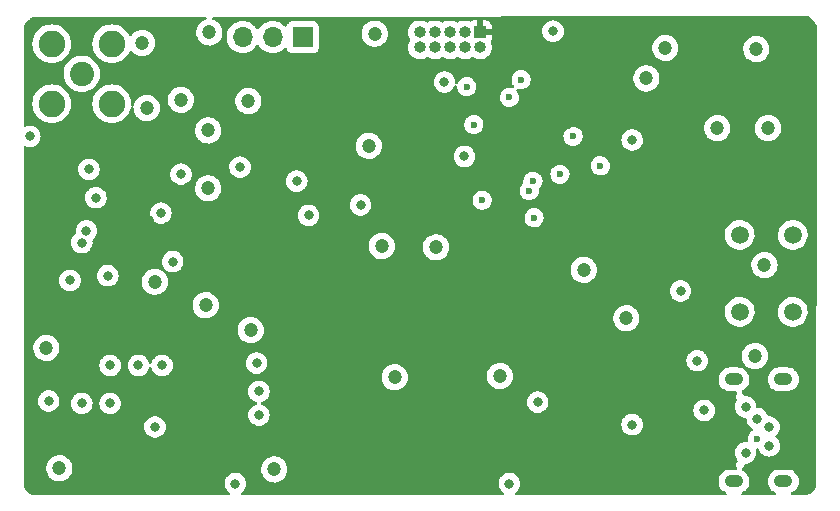
<source format=gbr>
%TF.GenerationSoftware,KiCad,Pcbnew,(5.99.0-8018-g9a0f685a75)*%
%TF.CreationDate,2021-03-03T16:59:48+00:00*%
%TF.ProjectId,CM4,434d342e-6b69-4636-9164-5f7063625858,rev?*%
%TF.SameCoordinates,Original*%
%TF.FileFunction,Copper,L3,Inr*%
%TF.FilePolarity,Positive*%
%FSLAX46Y46*%
G04 Gerber Fmt 4.6, Leading zero omitted, Abs format (unit mm)*
G04 Created by KiCad (PCBNEW (5.99.0-8018-g9a0f685a75)) date 2021-03-03 16:59:48*
%MOMM*%
%LPD*%
G01*
G04 APERTURE LIST*
G04 Aperture macros list*
%AMRoundRect*
0 Rectangle with rounded corners*
0 $1 Rounding radius*
0 $2 $3 $4 $5 $6 $7 $8 $9 X,Y pos of 4 corners*
0 Add a 4 corners polygon primitive as box body*
4,1,4,$2,$3,$4,$5,$6,$7,$8,$9,$2,$3,0*
0 Add four circle primitives for the rounded corners*
1,1,$1+$1,$2,$3,0*
1,1,$1+$1,$4,$5,0*
1,1,$1+$1,$6,$7,0*
1,1,$1+$1,$8,$9,0*
0 Add four rect primitives between the rounded corners*
20,1,$1+$1,$2,$3,$4,$5,0*
20,1,$1+$1,$4,$5,$6,$7,0*
20,1,$1+$1,$6,$7,$8,$9,0*
20,1,$1+$1,$8,$9,$2,$3,0*%
G04 Aperture macros list end*
%TA.AperFunction,ComponentPad*%
%ADD10R,1.000000X1.000000*%
%TD*%
%TA.AperFunction,ComponentPad*%
%ADD11O,1.000000X1.000000*%
%TD*%
%TA.AperFunction,ComponentPad*%
%ADD12RoundRect,0.500000X0.300000X0.000000X0.300000X0.000000X-0.300000X0.000000X-0.300000X0.000000X0*%
%TD*%
%TA.AperFunction,ComponentPad*%
%ADD13C,1.500000*%
%TD*%
%TA.AperFunction,ComponentPad*%
%ADD14C,2.050000*%
%TD*%
%TA.AperFunction,ComponentPad*%
%ADD15C,2.250000*%
%TD*%
%TA.AperFunction,ComponentPad*%
%ADD16R,1.700000X1.700000*%
%TD*%
%TA.AperFunction,ComponentPad*%
%ADD17O,1.700000X1.700000*%
%TD*%
%TA.AperFunction,ViaPad*%
%ADD18C,1.200000*%
%TD*%
%TA.AperFunction,ViaPad*%
%ADD19C,0.800000*%
%TD*%
%TA.AperFunction,ViaPad*%
%ADD20C,0.600000*%
%TD*%
G04 APERTURE END LIST*
D10*
%TO.N,/+3.3V*%
%TO.C,J3*%
X135300000Y-77000000D03*
D11*
%TO.N,/H7MCU/SWDIO*%
X135300000Y-78270000D03*
%TO.N,GND*%
X134030000Y-77000000D03*
%TO.N,/H7MCU/SWCLK*%
X134030000Y-78270000D03*
%TO.N,GND*%
X132760000Y-77000000D03*
%TO.N,/H7MCU/SWO*%
X132760000Y-78270000D03*
%TO.N,no_connect_58*%
X131490000Y-77000000D03*
%TO.N,no_connect_59*%
X131490000Y-78270000D03*
%TO.N,GND*%
X130220000Y-77000000D03*
%TO.N,/H7MCU/NRST*%
X130220000Y-78270000D03*
%TD*%
D12*
%TO.N,GND*%
%TO.C,J1*%
X156820000Y-115020000D03*
X156820000Y-106380000D03*
X161000000Y-115020000D03*
X161000000Y-106380000D03*
%TD*%
D13*
%TO.N,/H7MCU/NRST*%
%TO.C,S1*%
X161800000Y-100650000D03*
X161800000Y-94150000D03*
%TO.N,GND*%
X157300000Y-94150000D03*
X157300000Y-100650000D03*
%TD*%
D14*
%TO.N,Net-(J2-Pad1)*%
%TO.C,J2*%
X101600000Y-80500000D03*
D15*
%TO.N,GND*%
X104140000Y-77960000D03*
X99060000Y-77960000D03*
X99060000Y-83040000D03*
X104140000Y-83040000D03*
%TD*%
D16*
%TO.N,/H7MCU/USART_RX*%
%TO.C,J7*%
X120300000Y-77400000D03*
D17*
%TO.N,/H7MCU/USART_TX*%
X117760000Y-77400000D03*
%TO.N,GND*%
X115220000Y-77400000D03*
%TD*%
D18*
%TO.N,GND*%
X110000000Y-82700000D03*
X151000000Y-78300000D03*
X155400000Y-85100000D03*
X106700000Y-77900000D03*
X158700000Y-78400000D03*
D19*
X101600000Y-108400000D03*
D18*
X115900000Y-102200000D03*
X128100000Y-106200000D03*
X112300000Y-85300000D03*
D19*
X106400000Y-105200000D03*
X107800000Y-110400000D03*
D18*
X159400000Y-96700000D03*
X131600000Y-95200000D03*
X112400000Y-77000000D03*
D19*
X116400000Y-105000000D03*
X153700000Y-104800000D03*
D18*
X98600000Y-103700000D03*
D19*
X116600000Y-107400000D03*
X102000000Y-93800000D03*
X104000000Y-108400000D03*
D18*
X144100000Y-97100000D03*
X99700000Y-113900000D03*
X158600000Y-104400000D03*
D19*
X148200000Y-86100000D03*
D18*
X115700000Y-82800000D03*
D19*
X98800000Y-108200000D03*
X97200000Y-85800000D03*
D18*
X127000000Y-95100000D03*
X159700000Y-85100000D03*
X147700000Y-101200000D03*
X137000000Y-106100000D03*
X126400000Y-77100000D03*
D19*
X141500000Y-76900000D03*
D18*
X125900000Y-86600000D03*
X112100000Y-100100000D03*
X107100000Y-83400000D03*
X149400000Y-80900000D03*
D19*
X104000000Y-105200000D03*
X116600000Y-109400000D03*
X100600000Y-98000000D03*
D18*
X117900000Y-114000000D03*
X112300000Y-90200000D03*
D19*
X114600000Y-115200000D03*
%TO.N,Net-(C10-Pad1)*%
X108300000Y-92300000D03*
X102800000Y-91000000D03*
%TO.N,/Power/+5V*%
X137800000Y-115200000D03*
X140200000Y-108300000D03*
%TO.N,/P_OUT*%
X120800000Y-92500000D03*
X109300000Y-96400000D03*
D18*
X107800000Y-98100000D03*
D19*
%TO.N,/+3.3V*%
X145000000Y-76700000D03*
X137200000Y-77000000D03*
X139100000Y-84100000D03*
D20*
X142800000Y-84900000D03*
D19*
X119200000Y-85100000D03*
D18*
X100600000Y-106600000D03*
D19*
X141500000Y-87400000D03*
D18*
X113600000Y-103800000D03*
D20*
X153200000Y-93800000D03*
D19*
X133300000Y-108100000D03*
X142100000Y-100100000D03*
D20*
X125700000Y-101000000D03*
D18*
X112000000Y-108400000D03*
X108200000Y-114800000D03*
D19*
X141900000Y-81400000D03*
X107000000Y-101600000D03*
X124600000Y-90100000D03*
X130700000Y-108200000D03*
X144600000Y-90600000D03*
X137100000Y-102200000D03*
X121800000Y-81000000D03*
X119100000Y-86400000D03*
X141900000Y-79700000D03*
D18*
X105000000Y-114200000D03*
D19*
X109600000Y-86800000D03*
X107300000Y-92900000D03*
X148200000Y-84000000D03*
D20*
%TO.N,Net-(C19-Pad1)*%
X135500000Y-91200000D03*
X139900000Y-92700000D03*
D19*
%TO.N,/Power/USB_CONN_D+*%
X158800000Y-109700000D03*
D20*
X158800000Y-111400000D03*
D19*
%TO.N,/Power/USB_CONN_D-*%
X159800000Y-110400000D03*
X159800000Y-112000000D03*
%TO.N,/H7MCU/HSE_IN*%
X115000000Y-88400000D03*
X119800000Y-89600000D03*
%TO.N,/H7MCU/NRST*%
X152300000Y-98900000D03*
X125200000Y-91600000D03*
%TO.N,VCC*%
X157800000Y-112600000D03*
X157800000Y-108700000D03*
%TO.N,/Preamp/-IN1*%
X102200000Y-88600000D03*
X110000000Y-89000000D03*
%TO.N,/Preamp/VREF*%
X108400000Y-105200000D03*
X101600000Y-94800000D03*
X103800000Y-97600000D03*
%TO.N,Net-(J1-PadB5)*%
X148200000Y-110200000D03*
X154300000Y-109000000D03*
D20*
%TO.N,/H7MCU/SDMMC_CK*%
X143200000Y-85800000D03*
X134200000Y-81600000D03*
%TO.N,/H7MCU/SDMMC_D3*%
X137800000Y-82500000D03*
X134800000Y-84800000D03*
%TO.N,/H7MCU/SWCLK*%
X138800000Y-81000000D03*
D19*
%TO.N,/H7MCU/SWDIO*%
X132300000Y-81200000D03*
X134000000Y-87500000D03*
D20*
%TO.N,/H7MCU/SDMMC_D1*%
X139800000Y-89600000D03*
X145500000Y-88300000D03*
%TO.N,/H7MCU/SDMMC_D0*%
X139500000Y-90400000D03*
X142083365Y-89016635D03*
%TD*%
%TA.AperFunction,Conductor*%
%TO.N,/+3.3V*%
G36*
X163105560Y-75621934D02*
G01*
X163110302Y-75624347D01*
X163118256Y-75628763D01*
X163261294Y-75715074D01*
X163268904Y-75720049D01*
X163291970Y-75736346D01*
X163299193Y-75741850D01*
X163428381Y-75847895D01*
X163435162Y-75853883D01*
X163455645Y-75873332D01*
X163461993Y-75879812D01*
X163574547Y-76003307D01*
X163580426Y-76010245D01*
X163597909Y-76032454D01*
X163603269Y-76039793D01*
X163620190Y-76064810D01*
X163696867Y-76178179D01*
X163701685Y-76185888D01*
X163715800Y-76210399D01*
X163720039Y-76218418D01*
X163792748Y-76368833D01*
X163796407Y-76377154D01*
X163809821Y-76410926D01*
X163818720Y-76457517D01*
X163812797Y-85134541D01*
X163792115Y-115431170D01*
X163792104Y-115447179D01*
X163778277Y-115504480D01*
X163776579Y-115507799D01*
X163772027Y-115515939D01*
X163687444Y-115654858D01*
X163682289Y-115662657D01*
X163666275Y-115685035D01*
X163660560Y-115692426D01*
X163556366Y-115817317D01*
X163550125Y-115824257D01*
X163530935Y-115844068D01*
X163524218Y-115850506D01*
X163402696Y-115958626D01*
X163395529Y-115964542D01*
X163373605Y-115981309D01*
X163365986Y-115986700D01*
X163229856Y-116075638D01*
X163221849Y-116080455D01*
X163197722Y-116093778D01*
X163189377Y-116097990D01*
X163041583Y-116165830D01*
X163032951Y-116169412D01*
X162993483Y-116184094D01*
X162949552Y-116192000D01*
X161749656Y-116192000D01*
X161681535Y-116171998D01*
X161635042Y-116118342D01*
X161624938Y-116048068D01*
X161654432Y-115983488D01*
X161690503Y-115954748D01*
X161695429Y-115952129D01*
X161860862Y-115864167D01*
X161952106Y-115789750D01*
X162009372Y-115743046D01*
X162009375Y-115743043D01*
X162014147Y-115739151D01*
X162022237Y-115729372D01*
X162136302Y-115591492D01*
X162136305Y-115591487D01*
X162140230Y-115586743D01*
X162143410Y-115580862D01*
X162231379Y-115418166D01*
X162231381Y-115418162D01*
X162234308Y-115412748D01*
X162236331Y-115406215D01*
X162256112Y-115342312D01*
X162292800Y-115223793D01*
X162308500Y-115074413D01*
X162308500Y-114969006D01*
X162294198Y-114823143D01*
X162237027Y-114633785D01*
X162144166Y-114459138D01*
X162073973Y-114373073D01*
X162023045Y-114310628D01*
X162023042Y-114310625D01*
X162019150Y-114305853D01*
X162013102Y-114300849D01*
X161871490Y-114183697D01*
X161871491Y-114183697D01*
X161866742Y-114179769D01*
X161861325Y-114176840D01*
X161861322Y-114176838D01*
X161698165Y-114088620D01*
X161698161Y-114088618D01*
X161692747Y-114085691D01*
X161686867Y-114083871D01*
X161686865Y-114083870D01*
X161637317Y-114068532D01*
X161503792Y-114027199D01*
X161497674Y-114026556D01*
X161497669Y-114026555D01*
X161414582Y-114017823D01*
X161354421Y-114011500D01*
X160648997Y-114011500D01*
X160503144Y-114025801D01*
X160313785Y-114082972D01*
X160139138Y-114175833D01*
X160053073Y-114246026D01*
X159990628Y-114296954D01*
X159990625Y-114296957D01*
X159985853Y-114300849D01*
X159981926Y-114305596D01*
X159981924Y-114305598D01*
X159863698Y-114448508D01*
X159863695Y-114448513D01*
X159859770Y-114453257D01*
X159856840Y-114458676D01*
X159856838Y-114458679D01*
X159774400Y-114611147D01*
X159765692Y-114627252D01*
X159763872Y-114633132D01*
X159763871Y-114633134D01*
X159752838Y-114668776D01*
X159707200Y-114816207D01*
X159706557Y-114822325D01*
X159706556Y-114822330D01*
X159702715Y-114858877D01*
X159691500Y-114965587D01*
X159691500Y-115070994D01*
X159705802Y-115216857D01*
X159762973Y-115406215D01*
X159855834Y-115580862D01*
X159916184Y-115654858D01*
X159976955Y-115729372D01*
X159976958Y-115729375D01*
X159980850Y-115734147D01*
X159985598Y-115738075D01*
X159985599Y-115738076D01*
X160048062Y-115789750D01*
X160133258Y-115860231D01*
X160138675Y-115863160D01*
X160138678Y-115863162D01*
X160307253Y-115954309D01*
X160306156Y-115956338D01*
X160353232Y-115994682D01*
X160375301Y-116062161D01*
X160357383Y-116130860D01*
X160305169Y-116178966D01*
X160249359Y-116192000D01*
X157569656Y-116192000D01*
X157501535Y-116171998D01*
X157455042Y-116118342D01*
X157444938Y-116048068D01*
X157474432Y-115983488D01*
X157510503Y-115954748D01*
X157515429Y-115952129D01*
X157680862Y-115864167D01*
X157772106Y-115789750D01*
X157829372Y-115743046D01*
X157829375Y-115743043D01*
X157834147Y-115739151D01*
X157842237Y-115729372D01*
X157956302Y-115591492D01*
X157956305Y-115591487D01*
X157960230Y-115586743D01*
X157963410Y-115580862D01*
X158051379Y-115418166D01*
X158051381Y-115418162D01*
X158054308Y-115412748D01*
X158056331Y-115406215D01*
X158076112Y-115342312D01*
X158112800Y-115223793D01*
X158128500Y-115074413D01*
X158128500Y-114969006D01*
X158114198Y-114823143D01*
X158057027Y-114633785D01*
X157964166Y-114459138D01*
X157893973Y-114373073D01*
X157843045Y-114310628D01*
X157843042Y-114310625D01*
X157839150Y-114305853D01*
X157833102Y-114300849D01*
X157691490Y-114183697D01*
X157691491Y-114183697D01*
X157686742Y-114179769D01*
X157681325Y-114176840D01*
X157681322Y-114176838D01*
X157542113Y-114101569D01*
X157491704Y-114051574D01*
X157476326Y-113982263D01*
X157500862Y-113915641D01*
X157521049Y-113894212D01*
X157602396Y-113825953D01*
X157602397Y-113825952D01*
X157610838Y-113818869D01*
X157669965Y-113716458D01*
X157688276Y-113612615D01*
X157719802Y-113549004D01*
X157780716Y-113512535D01*
X157812361Y-113508496D01*
X157895487Y-113508496D01*
X157901939Y-113507124D01*
X157901944Y-113507124D01*
X157993944Y-113487568D01*
X158082287Y-113468790D01*
X158088318Y-113466105D01*
X158250720Y-113393799D01*
X158250722Y-113393798D01*
X158256750Y-113391114D01*
X158268564Y-113382531D01*
X158405907Y-113282746D01*
X158405909Y-113282744D01*
X158411251Y-113278863D01*
X158449100Y-113236827D01*
X158534618Y-113141850D01*
X158534619Y-113141849D01*
X158539037Y-113136942D01*
X158623598Y-112990478D01*
X158631220Y-112977277D01*
X158631221Y-112977276D01*
X158634524Y-112971554D01*
X158684638Y-112817319D01*
X158691498Y-112796206D01*
X158691498Y-112796205D01*
X158693538Y-112789927D01*
X158713500Y-112600000D01*
X158693538Y-112410073D01*
X158682788Y-112376988D01*
X158680760Y-112306023D01*
X158717422Y-112245224D01*
X158781134Y-112213899D01*
X158791180Y-112212574D01*
X158810132Y-112210849D01*
X158879783Y-112224597D01*
X158930946Y-112273819D01*
X158941380Y-112297394D01*
X158965476Y-112371554D01*
X158968779Y-112377276D01*
X158968780Y-112377277D01*
X158987715Y-112410073D01*
X159060963Y-112536942D01*
X159065381Y-112541849D01*
X159065382Y-112541850D01*
X159123652Y-112606565D01*
X159188749Y-112678863D01*
X159194091Y-112682744D01*
X159194093Y-112682746D01*
X159337908Y-112787233D01*
X159343250Y-112791114D01*
X159349278Y-112793798D01*
X159349280Y-112793799D01*
X159469142Y-112847165D01*
X159517713Y-112868790D01*
X159608591Y-112888107D01*
X159698056Y-112907124D01*
X159698061Y-112907124D01*
X159704513Y-112908496D01*
X159895487Y-112908496D01*
X159901939Y-112907124D01*
X159901944Y-112907124D01*
X159991409Y-112888107D01*
X160082287Y-112868790D01*
X160130858Y-112847165D01*
X160250720Y-112793799D01*
X160250722Y-112793798D01*
X160256750Y-112791114D01*
X160262092Y-112787233D01*
X160405907Y-112682746D01*
X160405909Y-112682744D01*
X160411251Y-112678863D01*
X160476348Y-112606565D01*
X160534618Y-112541850D01*
X160534619Y-112541849D01*
X160539037Y-112536942D01*
X160612285Y-112410073D01*
X160631220Y-112377277D01*
X160631221Y-112377276D01*
X160634524Y-112371554D01*
X160678980Y-112234731D01*
X160691498Y-112196206D01*
X160691498Y-112196205D01*
X160693538Y-112189927D01*
X160713500Y-112000000D01*
X160693538Y-111810073D01*
X160634524Y-111628446D01*
X160539037Y-111463058D01*
X160411251Y-111321137D01*
X160405909Y-111317256D01*
X160405907Y-111317254D01*
X160384823Y-111301936D01*
X160341469Y-111245714D01*
X160335394Y-111174978D01*
X160368525Y-111112186D01*
X160384823Y-111098064D01*
X160405907Y-111082746D01*
X160405909Y-111082744D01*
X160411251Y-111078863D01*
X160415673Y-111073952D01*
X160534618Y-110941850D01*
X160534619Y-110941849D01*
X160539037Y-110936942D01*
X160634524Y-110771554D01*
X160669495Y-110663923D01*
X160691498Y-110596206D01*
X160691498Y-110596205D01*
X160693538Y-110589927D01*
X160713500Y-110400000D01*
X160693538Y-110210073D01*
X160634524Y-110028446D01*
X160539037Y-109863058D01*
X160474259Y-109791114D01*
X160415673Y-109726048D01*
X160415672Y-109726047D01*
X160411251Y-109721137D01*
X160405909Y-109717256D01*
X160405907Y-109717254D01*
X160262092Y-109612767D01*
X160262091Y-109612766D01*
X160256750Y-109608886D01*
X160250722Y-109606202D01*
X160250720Y-109606201D01*
X160088318Y-109533895D01*
X160088317Y-109533895D01*
X160082287Y-109531210D01*
X159988887Y-109511357D01*
X159901944Y-109492876D01*
X159901939Y-109492876D01*
X159895487Y-109491504D01*
X159779049Y-109491504D01*
X159710928Y-109471502D01*
X159664435Y-109417846D01*
X159659216Y-109404440D01*
X159636566Y-109334731D01*
X159634524Y-109328446D01*
X159613196Y-109291504D01*
X159565271Y-109208496D01*
X159539037Y-109163058D01*
X159474259Y-109091114D01*
X159415673Y-109026048D01*
X159415672Y-109026047D01*
X159411251Y-109021137D01*
X159405909Y-109017256D01*
X159405907Y-109017254D01*
X159262092Y-108912767D01*
X159262091Y-108912766D01*
X159256750Y-108908886D01*
X159250722Y-108906202D01*
X159250720Y-108906201D01*
X159088318Y-108833895D01*
X159088317Y-108833895D01*
X159082287Y-108831210D01*
X158982846Y-108810073D01*
X158901944Y-108792876D01*
X158901939Y-108792876D01*
X158895487Y-108791504D01*
X158836569Y-108791504D01*
X158768448Y-108771502D01*
X158721955Y-108717846D01*
X158711259Y-108678675D01*
X158694228Y-108516637D01*
X158694228Y-108516636D01*
X158693538Y-108510073D01*
X158689033Y-108496206D01*
X158652368Y-108383363D01*
X158634524Y-108328446D01*
X158539037Y-108163058D01*
X158522282Y-108144449D01*
X158415673Y-108026048D01*
X158415672Y-108026047D01*
X158411251Y-108021137D01*
X158405909Y-108017256D01*
X158405907Y-108017254D01*
X158262092Y-107912767D01*
X158262091Y-107912766D01*
X158256750Y-107908886D01*
X158250722Y-107906202D01*
X158250720Y-107906201D01*
X158088318Y-107833895D01*
X158088317Y-107833895D01*
X158082287Y-107831210D01*
X157986525Y-107810855D01*
X157901944Y-107792876D01*
X157901939Y-107792876D01*
X157895487Y-107791504D01*
X157794728Y-107791504D01*
X157726607Y-107771502D01*
X157680114Y-107717846D01*
X157676005Y-107704629D01*
X157675650Y-107704758D01*
X157671879Y-107694399D01*
X157669965Y-107683542D01*
X157610838Y-107581131D01*
X157602396Y-107574047D01*
X157602394Y-107574045D01*
X157520695Y-107505491D01*
X157481368Y-107446382D01*
X157480242Y-107375394D01*
X157517673Y-107315067D01*
X157542532Y-107297719D01*
X157675417Y-107227063D01*
X157675423Y-107227059D01*
X157680862Y-107224167D01*
X157814901Y-107114848D01*
X157829372Y-107103046D01*
X157829375Y-107103043D01*
X157834147Y-107099151D01*
X157842237Y-107089372D01*
X157956302Y-106951492D01*
X157956305Y-106951487D01*
X157960230Y-106946743D01*
X157963410Y-106940862D01*
X158051379Y-106778166D01*
X158051381Y-106778162D01*
X158054308Y-106772748D01*
X158056331Y-106766215D01*
X158103831Y-106612767D01*
X158112800Y-106583793D01*
X158118045Y-106533895D01*
X158128156Y-106437683D01*
X158128500Y-106434413D01*
X158128500Y-106329006D01*
X158128165Y-106325587D01*
X159691500Y-106325587D01*
X159691500Y-106430994D01*
X159705802Y-106576857D01*
X159762973Y-106766215D01*
X159855834Y-106940862D01*
X159908948Y-107005986D01*
X159976955Y-107089372D01*
X159976958Y-107089375D01*
X159980850Y-107094147D01*
X159985598Y-107098075D01*
X159985599Y-107098076D01*
X160051213Y-107152357D01*
X160133258Y-107220231D01*
X160138675Y-107223160D01*
X160138678Y-107223162D01*
X160301835Y-107311380D01*
X160301839Y-107311382D01*
X160307253Y-107314309D01*
X160313133Y-107316129D01*
X160313135Y-107316130D01*
X160361851Y-107331210D01*
X160496208Y-107372801D01*
X160502326Y-107373444D01*
X160502331Y-107373445D01*
X160585418Y-107382177D01*
X160645579Y-107388500D01*
X161351003Y-107388500D01*
X161496856Y-107374199D01*
X161686215Y-107317028D01*
X161860862Y-107224167D01*
X161994901Y-107114848D01*
X162009372Y-107103046D01*
X162009375Y-107103043D01*
X162014147Y-107099151D01*
X162022237Y-107089372D01*
X162136302Y-106951492D01*
X162136305Y-106951487D01*
X162140230Y-106946743D01*
X162143410Y-106940862D01*
X162231379Y-106778166D01*
X162231381Y-106778162D01*
X162234308Y-106772748D01*
X162236331Y-106766215D01*
X162283831Y-106612767D01*
X162292800Y-106583793D01*
X162298045Y-106533895D01*
X162308156Y-106437683D01*
X162308500Y-106434413D01*
X162308500Y-106329006D01*
X162294198Y-106183143D01*
X162237027Y-105993785D01*
X162144166Y-105819138D01*
X162052810Y-105707124D01*
X162023045Y-105670628D01*
X162023042Y-105670625D01*
X162019150Y-105665853D01*
X162013102Y-105660849D01*
X161871490Y-105543697D01*
X161871491Y-105543697D01*
X161866742Y-105539769D01*
X161861325Y-105536840D01*
X161861322Y-105536838D01*
X161698165Y-105448620D01*
X161698161Y-105448618D01*
X161692747Y-105445691D01*
X161686867Y-105443871D01*
X161686865Y-105443870D01*
X161636169Y-105428177D01*
X161503792Y-105387199D01*
X161497674Y-105386556D01*
X161497669Y-105386555D01*
X161409387Y-105377277D01*
X161354421Y-105371500D01*
X160648997Y-105371500D01*
X160503144Y-105385801D01*
X160313785Y-105442972D01*
X160139138Y-105535833D01*
X160075705Y-105587568D01*
X159990628Y-105656954D01*
X159990625Y-105656957D01*
X159985853Y-105660849D01*
X159981926Y-105665596D01*
X159981924Y-105665598D01*
X159863698Y-105808508D01*
X159863695Y-105808513D01*
X159859770Y-105813257D01*
X159856840Y-105818676D01*
X159856838Y-105818679D01*
X159808275Y-105908496D01*
X159765692Y-105987252D01*
X159763872Y-105993132D01*
X159763871Y-105993134D01*
X159763665Y-105993799D01*
X159707200Y-106176207D01*
X159706557Y-106182325D01*
X159706556Y-106182330D01*
X159703764Y-106208895D01*
X159691500Y-106325587D01*
X158128165Y-106325587D01*
X158114198Y-106183143D01*
X158057027Y-105993785D01*
X157964166Y-105819138D01*
X157872810Y-105707124D01*
X157843045Y-105670628D01*
X157843042Y-105670625D01*
X157839150Y-105665853D01*
X157833102Y-105660849D01*
X157691490Y-105543697D01*
X157691491Y-105543697D01*
X157686742Y-105539769D01*
X157681325Y-105536840D01*
X157681322Y-105536838D01*
X157518165Y-105448620D01*
X157518161Y-105448618D01*
X157512747Y-105445691D01*
X157506867Y-105443871D01*
X157506865Y-105443870D01*
X157456169Y-105428177D01*
X157323792Y-105387199D01*
X157317674Y-105386556D01*
X157317669Y-105386555D01*
X157229387Y-105377277D01*
X157174421Y-105371500D01*
X156468997Y-105371500D01*
X156323144Y-105385801D01*
X156133785Y-105442972D01*
X155959138Y-105535833D01*
X155895705Y-105587568D01*
X155810628Y-105656954D01*
X155810625Y-105656957D01*
X155805853Y-105660849D01*
X155801926Y-105665596D01*
X155801924Y-105665598D01*
X155683698Y-105808508D01*
X155683695Y-105808513D01*
X155679770Y-105813257D01*
X155676840Y-105818676D01*
X155676838Y-105818679D01*
X155628275Y-105908496D01*
X155585692Y-105987252D01*
X155583872Y-105993132D01*
X155583871Y-105993134D01*
X155583665Y-105993799D01*
X155527200Y-106176207D01*
X155526557Y-106182325D01*
X155526556Y-106182330D01*
X155523764Y-106208895D01*
X155511500Y-106325587D01*
X155511500Y-106430994D01*
X155525802Y-106576857D01*
X155582973Y-106766215D01*
X155675834Y-106940862D01*
X155728948Y-107005986D01*
X155796955Y-107089372D01*
X155796958Y-107089375D01*
X155800850Y-107094147D01*
X155805598Y-107098075D01*
X155805599Y-107098076D01*
X155871213Y-107152357D01*
X155953258Y-107220231D01*
X155958675Y-107223160D01*
X155958678Y-107223162D01*
X156121835Y-107311380D01*
X156121839Y-107311382D01*
X156127253Y-107314309D01*
X156133133Y-107316129D01*
X156133135Y-107316130D01*
X156181851Y-107331210D01*
X156316208Y-107372801D01*
X156322326Y-107373444D01*
X156322331Y-107373445D01*
X156405418Y-107382177D01*
X156465579Y-107388500D01*
X156983090Y-107388500D01*
X157051211Y-107408502D01*
X157097704Y-107462158D01*
X157107808Y-107532432D01*
X157086674Y-107579695D01*
X157089162Y-107581131D01*
X157030035Y-107683542D01*
X157009500Y-107800000D01*
X157030035Y-107916458D01*
X157083096Y-108008362D01*
X157099834Y-108077357D01*
X157076614Y-108144449D01*
X157067623Y-108155661D01*
X157060963Y-108163058D01*
X156965476Y-108328446D01*
X156947632Y-108383363D01*
X156910968Y-108496206D01*
X156906462Y-108510073D01*
X156886500Y-108700000D01*
X156906462Y-108889927D01*
X156965476Y-109071554D01*
X156968779Y-109077276D01*
X156968780Y-109077277D01*
X157002689Y-109136008D01*
X157060963Y-109236942D01*
X157188749Y-109378863D01*
X157194091Y-109382744D01*
X157194093Y-109382746D01*
X157316256Y-109471502D01*
X157343250Y-109491114D01*
X157349278Y-109493798D01*
X157349280Y-109493799D01*
X157511682Y-109566105D01*
X157517713Y-109568790D01*
X157586273Y-109583363D01*
X157698056Y-109607124D01*
X157698061Y-109607124D01*
X157704513Y-109608496D01*
X157763431Y-109608496D01*
X157831552Y-109628498D01*
X157878045Y-109682154D01*
X157888741Y-109721325D01*
X157900000Y-109828446D01*
X157906462Y-109889927D01*
X157908502Y-109896205D01*
X157908502Y-109896206D01*
X157912495Y-109908496D01*
X157965476Y-110071554D01*
X158060963Y-110236942D01*
X158188749Y-110378863D01*
X158194091Y-110382744D01*
X158194093Y-110382746D01*
X158337908Y-110487233D01*
X158343250Y-110491114D01*
X158349275Y-110493796D01*
X158349281Y-110493800D01*
X158351924Y-110494976D01*
X158353205Y-110496065D01*
X158355003Y-110497103D01*
X158354813Y-110497432D01*
X158406021Y-110540955D01*
X158426672Y-110608881D01*
X158407321Y-110677190D01*
X158366701Y-110717401D01*
X158299159Y-110758953D01*
X158224444Y-110832120D01*
X158181727Y-110873952D01*
X158169583Y-110885844D01*
X158071338Y-111038289D01*
X158055157Y-111082746D01*
X158011720Y-111202089D01*
X158011719Y-111202093D01*
X158009310Y-111208712D01*
X157986579Y-111388642D01*
X157993876Y-111463058D01*
X158002715Y-111553208D01*
X157989456Y-111622956D01*
X157940593Y-111674463D01*
X157877316Y-111691504D01*
X157704513Y-111691504D01*
X157698061Y-111692876D01*
X157698056Y-111692876D01*
X157611113Y-111711357D01*
X157517713Y-111731210D01*
X157511683Y-111733895D01*
X157511682Y-111733895D01*
X157349280Y-111806201D01*
X157349278Y-111806202D01*
X157343250Y-111808886D01*
X157337909Y-111812766D01*
X157337908Y-111812767D01*
X157194093Y-111917254D01*
X157194091Y-111917256D01*
X157188749Y-111921137D01*
X157184328Y-111926047D01*
X157184327Y-111926048D01*
X157117741Y-112000000D01*
X157060963Y-112063058D01*
X156965476Y-112228446D01*
X156943074Y-112297394D01*
X156918978Y-112371554D01*
X156906462Y-112410073D01*
X156886500Y-112600000D01*
X156906462Y-112789927D01*
X156908502Y-112796205D01*
X156908502Y-112796206D01*
X156915362Y-112817319D01*
X156965476Y-112971554D01*
X156968779Y-112977276D01*
X156968780Y-112977277D01*
X156976402Y-112990478D01*
X157060963Y-113136942D01*
X157065381Y-113141849D01*
X157065382Y-113141850D01*
X157111037Y-113192555D01*
X157141755Y-113256562D01*
X157132990Y-113327016D01*
X157104390Y-113365346D01*
X157104692Y-113365600D01*
X157100255Y-113370888D01*
X157098389Y-113373388D01*
X157089162Y-113381131D01*
X157030035Y-113483542D01*
X157009500Y-113600000D01*
X157030035Y-113716458D01*
X157083651Y-113809324D01*
X157089162Y-113818869D01*
X157086555Y-113820374D01*
X157108076Y-113869545D01*
X157096861Y-113939650D01*
X157049524Y-113992563D01*
X156983090Y-114011500D01*
X156468997Y-114011500D01*
X156323144Y-114025801D01*
X156133785Y-114082972D01*
X155959138Y-114175833D01*
X155873073Y-114246026D01*
X155810628Y-114296954D01*
X155810625Y-114296957D01*
X155805853Y-114300849D01*
X155801926Y-114305596D01*
X155801924Y-114305598D01*
X155683698Y-114448508D01*
X155683695Y-114448513D01*
X155679770Y-114453257D01*
X155676840Y-114458676D01*
X155676838Y-114458679D01*
X155594400Y-114611147D01*
X155585692Y-114627252D01*
X155583872Y-114633132D01*
X155583871Y-114633134D01*
X155572838Y-114668776D01*
X155527200Y-114816207D01*
X155526557Y-114822325D01*
X155526556Y-114822330D01*
X155522715Y-114858877D01*
X155511500Y-114965587D01*
X155511500Y-115070994D01*
X155525802Y-115216857D01*
X155582973Y-115406215D01*
X155675834Y-115580862D01*
X155736184Y-115654858D01*
X155796955Y-115729372D01*
X155796958Y-115729375D01*
X155800850Y-115734147D01*
X155805598Y-115738075D01*
X155805599Y-115738076D01*
X155868062Y-115789750D01*
X155953258Y-115860231D01*
X155958675Y-115863160D01*
X155958678Y-115863162D01*
X156127253Y-115954309D01*
X156126156Y-115956338D01*
X156173232Y-115994682D01*
X156195301Y-116062161D01*
X156177383Y-116130860D01*
X156125169Y-116178966D01*
X156069359Y-116192000D01*
X138368042Y-116192000D01*
X138299921Y-116171998D01*
X138253428Y-116118342D01*
X138243324Y-116048068D01*
X138272818Y-115983488D01*
X138293981Y-115964064D01*
X138303666Y-115957028D01*
X138354398Y-115920169D01*
X138405907Y-115882746D01*
X138405909Y-115882744D01*
X138411251Y-115878863D01*
X138415673Y-115873952D01*
X138534618Y-115741850D01*
X138534619Y-115741849D01*
X138539037Y-115736942D01*
X138609969Y-115614085D01*
X138631220Y-115577277D01*
X138631221Y-115577276D01*
X138634524Y-115571554D01*
X138686123Y-115412748D01*
X138691498Y-115396206D01*
X138691498Y-115396205D01*
X138693538Y-115389927D01*
X138713500Y-115200000D01*
X138693538Y-115010073D01*
X138690771Y-115001555D01*
X138646362Y-114864880D01*
X138634524Y-114828446D01*
X138625530Y-114812867D01*
X138549097Y-114680483D01*
X138539037Y-114663058D01*
X138512094Y-114633134D01*
X138415673Y-114526048D01*
X138415672Y-114526047D01*
X138411251Y-114521137D01*
X138405909Y-114517256D01*
X138405907Y-114517254D01*
X138262092Y-114412767D01*
X138262091Y-114412766D01*
X138256750Y-114408886D01*
X138250722Y-114406202D01*
X138250720Y-114406201D01*
X138088318Y-114333895D01*
X138088317Y-114333895D01*
X138082287Y-114331210D01*
X137985457Y-114310628D01*
X137901944Y-114292876D01*
X137901939Y-114292876D01*
X137895487Y-114291504D01*
X137704513Y-114291504D01*
X137698061Y-114292876D01*
X137698056Y-114292876D01*
X137614543Y-114310628D01*
X137517713Y-114331210D01*
X137511683Y-114333895D01*
X137511682Y-114333895D01*
X137349280Y-114406201D01*
X137349278Y-114406202D01*
X137343250Y-114408886D01*
X137337909Y-114412766D01*
X137337908Y-114412767D01*
X137194093Y-114517254D01*
X137194091Y-114517256D01*
X137188749Y-114521137D01*
X137184328Y-114526047D01*
X137184327Y-114526048D01*
X137087907Y-114633134D01*
X137060963Y-114663058D01*
X137050903Y-114680483D01*
X136974471Y-114812867D01*
X136965476Y-114828446D01*
X136953638Y-114864880D01*
X136909230Y-115001555D01*
X136906462Y-115010073D01*
X136886500Y-115200000D01*
X136906462Y-115389927D01*
X136908502Y-115396205D01*
X136908502Y-115396206D01*
X136913877Y-115412748D01*
X136965476Y-115571554D01*
X136968779Y-115577276D01*
X136968780Y-115577277D01*
X136990031Y-115614085D01*
X137060963Y-115736942D01*
X137065381Y-115741849D01*
X137065382Y-115741850D01*
X137184327Y-115873952D01*
X137188749Y-115878863D01*
X137194091Y-115882744D01*
X137194093Y-115882746D01*
X137245602Y-115920169D01*
X137296335Y-115957028D01*
X137306019Y-115964064D01*
X137349373Y-116020286D01*
X137355448Y-116091022D01*
X137322317Y-116153814D01*
X137260497Y-116188725D01*
X137231958Y-116192000D01*
X115168042Y-116192000D01*
X115099921Y-116171998D01*
X115053428Y-116118342D01*
X115043324Y-116048068D01*
X115072818Y-115983488D01*
X115093981Y-115964064D01*
X115103666Y-115957028D01*
X115154398Y-115920169D01*
X115205907Y-115882746D01*
X115205909Y-115882744D01*
X115211251Y-115878863D01*
X115215673Y-115873952D01*
X115334618Y-115741850D01*
X115334619Y-115741849D01*
X115339037Y-115736942D01*
X115409969Y-115614085D01*
X115431220Y-115577277D01*
X115431221Y-115577276D01*
X115434524Y-115571554D01*
X115486123Y-115412748D01*
X115491498Y-115396206D01*
X115491498Y-115396205D01*
X115493538Y-115389927D01*
X115513500Y-115200000D01*
X115493538Y-115010073D01*
X115490771Y-115001555D01*
X115446362Y-114864880D01*
X115434524Y-114828446D01*
X115425530Y-114812867D01*
X115349097Y-114680483D01*
X115339037Y-114663058D01*
X115312094Y-114633134D01*
X115215673Y-114526048D01*
X115215672Y-114526047D01*
X115211251Y-114521137D01*
X115205909Y-114517256D01*
X115205907Y-114517254D01*
X115062092Y-114412767D01*
X115062091Y-114412766D01*
X115056750Y-114408886D01*
X115050722Y-114406202D01*
X115050720Y-114406201D01*
X114888318Y-114333895D01*
X114888317Y-114333895D01*
X114882287Y-114331210D01*
X114785457Y-114310628D01*
X114701944Y-114292876D01*
X114701939Y-114292876D01*
X114695487Y-114291504D01*
X114504513Y-114291504D01*
X114498061Y-114292876D01*
X114498056Y-114292876D01*
X114414543Y-114310628D01*
X114317713Y-114331210D01*
X114311683Y-114333895D01*
X114311682Y-114333895D01*
X114149280Y-114406201D01*
X114149278Y-114406202D01*
X114143250Y-114408886D01*
X114137909Y-114412766D01*
X114137908Y-114412767D01*
X113994093Y-114517254D01*
X113994091Y-114517256D01*
X113988749Y-114521137D01*
X113984328Y-114526047D01*
X113984327Y-114526048D01*
X113887907Y-114633134D01*
X113860963Y-114663058D01*
X113850903Y-114680483D01*
X113774471Y-114812867D01*
X113765476Y-114828446D01*
X113753638Y-114864880D01*
X113709230Y-115001555D01*
X113706462Y-115010073D01*
X113686500Y-115200000D01*
X113706462Y-115389927D01*
X113708502Y-115396205D01*
X113708502Y-115396206D01*
X113713877Y-115412748D01*
X113765476Y-115571554D01*
X113768779Y-115577276D01*
X113768780Y-115577277D01*
X113790031Y-115614085D01*
X113860963Y-115736942D01*
X113865381Y-115741849D01*
X113865382Y-115741850D01*
X113984327Y-115873952D01*
X113988749Y-115878863D01*
X113994091Y-115882744D01*
X113994093Y-115882746D01*
X114045602Y-115920169D01*
X114096335Y-115957028D01*
X114106019Y-115964064D01*
X114149373Y-116020286D01*
X114155448Y-116091022D01*
X114122317Y-116153814D01*
X114060497Y-116188725D01*
X114031958Y-116192000D01*
X97452039Y-116192000D01*
X97394905Y-116178302D01*
X97391946Y-116176797D01*
X97389700Y-116175653D01*
X97381752Y-116171241D01*
X97238714Y-116084929D01*
X97231111Y-116079959D01*
X97208028Y-116063649D01*
X97200797Y-116058139D01*
X97071649Y-115952129D01*
X97064845Y-115946120D01*
X97044345Y-115926655D01*
X97037991Y-115920169D01*
X96925453Y-115796690D01*
X96919572Y-115789750D01*
X96902098Y-115767551D01*
X96896736Y-115760208D01*
X96825481Y-115654858D01*
X96803113Y-115621787D01*
X96798300Y-115614085D01*
X96784224Y-115589641D01*
X96779973Y-115581602D01*
X96779616Y-115580862D01*
X96730727Y-115479729D01*
X96707253Y-115431170D01*
X96703593Y-115422844D01*
X96690068Y-115388793D01*
X96681169Y-115342312D01*
X96680843Y-114002855D01*
X98591261Y-114002855D01*
X98606133Y-114081191D01*
X98625595Y-114183697D01*
X98630713Y-114210657D01*
X98708748Y-114407249D01*
X98711972Y-114412300D01*
X98711973Y-114412302D01*
X98745342Y-114464580D01*
X98822550Y-114585539D01*
X98867637Y-114633134D01*
X98921404Y-114689891D01*
X98968013Y-114739093D01*
X98972878Y-114742583D01*
X98972881Y-114742585D01*
X99135017Y-114858877D01*
X99139887Y-114862370D01*
X99331972Y-114950922D01*
X99337788Y-114952356D01*
X99337791Y-114952357D01*
X99417824Y-114972089D01*
X99537337Y-115001555D01*
X99543327Y-115001864D01*
X99543329Y-115001864D01*
X99617698Y-115005696D01*
X99748570Y-115012440D01*
X99754505Y-115011611D01*
X99754509Y-115011611D01*
X99910543Y-114989820D01*
X99958051Y-114983186D01*
X100158221Y-114914848D01*
X100341857Y-114809891D01*
X100346401Y-114805990D01*
X100346406Y-114805986D01*
X100497786Y-114676008D01*
X100502334Y-114672103D01*
X100633860Y-114506456D01*
X100731690Y-114318926D01*
X100792294Y-114116280D01*
X100793646Y-114102855D01*
X116791261Y-114102855D01*
X116806609Y-114183697D01*
X116827077Y-114291504D01*
X116830713Y-114310657D01*
X116908748Y-114507249D01*
X116911972Y-114512300D01*
X116911973Y-114512302D01*
X116920747Y-114526048D01*
X117022550Y-114685539D01*
X117073282Y-114739093D01*
X117152506Y-114822723D01*
X117168013Y-114839093D01*
X117172878Y-114842583D01*
X117172881Y-114842585D01*
X117195596Y-114858877D01*
X117339887Y-114962370D01*
X117531972Y-115050922D01*
X117537788Y-115052356D01*
X117537791Y-115052357D01*
X117627250Y-115074413D01*
X117737337Y-115101555D01*
X117743327Y-115101864D01*
X117743329Y-115101864D01*
X117817698Y-115105696D01*
X117948570Y-115112440D01*
X117954505Y-115111611D01*
X117954509Y-115111611D01*
X118110543Y-115089820D01*
X118158051Y-115083186D01*
X118358221Y-115014848D01*
X118541857Y-114909891D01*
X118546401Y-114905990D01*
X118546406Y-114905986D01*
X118697786Y-114776008D01*
X118702334Y-114772103D01*
X118833860Y-114606456D01*
X118883581Y-114511147D01*
X118928917Y-114424241D01*
X118931690Y-114418926D01*
X118992294Y-114216280D01*
X118995971Y-114179769D01*
X119004318Y-114096864D01*
X119013485Y-114005830D01*
X119013500Y-114000000D01*
X119012791Y-113992563D01*
X118993981Y-113795416D01*
X118993411Y-113789442D01*
X118933869Y-113586482D01*
X118892997Y-113507124D01*
X118839768Y-113403773D01*
X118839766Y-113403770D01*
X118837022Y-113398442D01*
X118706365Y-113232109D01*
X118680744Y-113209876D01*
X118551144Y-113097413D01*
X118551139Y-113097409D01*
X118546613Y-113093482D01*
X118363529Y-112987566D01*
X118333900Y-112977277D01*
X118169393Y-112920150D01*
X118169390Y-112920149D01*
X118163719Y-112918180D01*
X118021845Y-112897609D01*
X117960334Y-112888690D01*
X117960331Y-112888690D01*
X117954394Y-112887829D01*
X117743106Y-112897609D01*
X117611540Y-112929317D01*
X117543313Y-112945759D01*
X117543311Y-112945760D01*
X117537480Y-112947165D01*
X117532022Y-112949647D01*
X117532018Y-112949648D01*
X117426965Y-112997413D01*
X117344934Y-113034710D01*
X117172416Y-113157086D01*
X117168267Y-113161420D01*
X117168266Y-113161421D01*
X117030302Y-113305540D01*
X117030298Y-113305545D01*
X117026152Y-113309876D01*
X117022900Y-113314912D01*
X117022898Y-113314915D01*
X116915563Y-113481148D01*
X116911418Y-113487568D01*
X116832354Y-113683749D01*
X116831206Y-113689630D01*
X116831204Y-113689635D01*
X116805673Y-113820374D01*
X116791814Y-113891341D01*
X116791798Y-113897326D01*
X116791798Y-113897330D01*
X116791576Y-113982263D01*
X116791261Y-114102855D01*
X100793646Y-114102855D01*
X100795558Y-114083870D01*
X100798986Y-114049822D01*
X100813485Y-113905830D01*
X100813500Y-113900000D01*
X100810595Y-113869545D01*
X100793981Y-113695416D01*
X100793411Y-113689442D01*
X100733869Y-113486482D01*
X100691271Y-113403773D01*
X100639768Y-113303773D01*
X100639766Y-113303770D01*
X100637022Y-113298442D01*
X100506365Y-113132109D01*
X100458390Y-113090478D01*
X100351144Y-112997413D01*
X100351139Y-112997409D01*
X100346613Y-112993482D01*
X100163529Y-112887566D01*
X100101728Y-112866105D01*
X99969393Y-112820150D01*
X99969390Y-112820149D01*
X99963719Y-112818180D01*
X99821845Y-112797609D01*
X99760334Y-112788690D01*
X99760331Y-112788690D01*
X99754394Y-112787829D01*
X99543106Y-112797609D01*
X99411540Y-112829317D01*
X99343313Y-112845759D01*
X99343311Y-112845760D01*
X99337480Y-112847165D01*
X99332022Y-112849647D01*
X99332018Y-112849648D01*
X99252957Y-112885595D01*
X99144934Y-112934710D01*
X98972416Y-113057086D01*
X98968267Y-113061420D01*
X98968266Y-113061421D01*
X98830302Y-113205540D01*
X98830298Y-113205545D01*
X98826152Y-113209876D01*
X98822900Y-113214912D01*
X98822898Y-113214915D01*
X98720147Y-113374049D01*
X98711418Y-113387568D01*
X98632354Y-113583749D01*
X98631206Y-113589630D01*
X98631204Y-113589635D01*
X98592962Y-113785461D01*
X98591814Y-113791341D01*
X98591798Y-113797326D01*
X98591798Y-113797330D01*
X98591568Y-113885461D01*
X98591261Y-114002855D01*
X96680843Y-114002855D01*
X96679965Y-110400000D01*
X106886500Y-110400000D01*
X106906462Y-110589927D01*
X106908502Y-110596205D01*
X106908502Y-110596206D01*
X106930505Y-110663923D01*
X106965476Y-110771554D01*
X107060963Y-110936942D01*
X107065381Y-110941849D01*
X107065382Y-110941850D01*
X107184327Y-111073952D01*
X107188749Y-111078863D01*
X107194091Y-111082744D01*
X107194093Y-111082746D01*
X107337908Y-111187233D01*
X107343250Y-111191114D01*
X107349278Y-111193798D01*
X107349280Y-111193799D01*
X107511682Y-111266105D01*
X107517713Y-111268790D01*
X107611113Y-111288643D01*
X107698056Y-111307124D01*
X107698061Y-111307124D01*
X107704513Y-111308496D01*
X107895487Y-111308496D01*
X107901939Y-111307124D01*
X107901944Y-111307124D01*
X107988887Y-111288643D01*
X108082287Y-111268790D01*
X108088318Y-111266105D01*
X108250720Y-111193799D01*
X108250722Y-111193798D01*
X108256750Y-111191114D01*
X108262092Y-111187233D01*
X108405907Y-111082746D01*
X108405909Y-111082744D01*
X108411251Y-111078863D01*
X108415673Y-111073952D01*
X108534618Y-110941850D01*
X108534619Y-110941849D01*
X108539037Y-110936942D01*
X108634524Y-110771554D01*
X108669495Y-110663923D01*
X108691498Y-110596206D01*
X108691498Y-110596205D01*
X108693538Y-110589927D01*
X108713500Y-110400000D01*
X108693538Y-110210073D01*
X108634524Y-110028446D01*
X108539037Y-109863058D01*
X108474259Y-109791114D01*
X108415673Y-109726048D01*
X108415672Y-109726047D01*
X108411251Y-109721137D01*
X108405909Y-109717256D01*
X108405907Y-109717254D01*
X108262092Y-109612767D01*
X108262091Y-109612766D01*
X108256750Y-109608886D01*
X108250722Y-109606202D01*
X108250720Y-109606201D01*
X108088318Y-109533895D01*
X108088317Y-109533895D01*
X108082287Y-109531210D01*
X107988887Y-109511357D01*
X107901944Y-109492876D01*
X107901939Y-109492876D01*
X107895487Y-109491504D01*
X107704513Y-109491504D01*
X107698061Y-109492876D01*
X107698056Y-109492876D01*
X107611113Y-109511357D01*
X107517713Y-109531210D01*
X107511683Y-109533895D01*
X107511682Y-109533895D01*
X107349280Y-109606201D01*
X107349278Y-109606202D01*
X107343250Y-109608886D01*
X107337909Y-109612766D01*
X107337908Y-109612767D01*
X107194093Y-109717254D01*
X107194091Y-109717256D01*
X107188749Y-109721137D01*
X107184328Y-109726047D01*
X107184327Y-109726048D01*
X107125742Y-109791114D01*
X107060963Y-109863058D01*
X106965476Y-110028446D01*
X106906462Y-110210073D01*
X106886500Y-110400000D01*
X96679965Y-110400000D01*
X96679428Y-108200000D01*
X97886500Y-108200000D01*
X97906462Y-108389927D01*
X97908502Y-108396205D01*
X97908502Y-108396206D01*
X97936821Y-108483363D01*
X97965476Y-108571554D01*
X98060963Y-108736942D01*
X98065381Y-108741849D01*
X98065382Y-108741850D01*
X98144607Y-108829838D01*
X98188749Y-108878863D01*
X98194091Y-108882744D01*
X98194093Y-108882746D01*
X98319628Y-108973952D01*
X98343250Y-108991114D01*
X98349278Y-108993798D01*
X98349280Y-108993799D01*
X98511682Y-109066105D01*
X98517713Y-109068790D01*
X98604480Y-109087233D01*
X98698056Y-109107124D01*
X98698061Y-109107124D01*
X98704513Y-109108496D01*
X98895487Y-109108496D01*
X98901939Y-109107124D01*
X98901944Y-109107124D01*
X98995520Y-109087233D01*
X99082287Y-109068790D01*
X99088318Y-109066105D01*
X99250720Y-108993799D01*
X99250722Y-108993798D01*
X99256750Y-108991114D01*
X99280372Y-108973952D01*
X99405907Y-108882746D01*
X99405909Y-108882744D01*
X99411251Y-108878863D01*
X99455393Y-108829838D01*
X99534618Y-108741850D01*
X99534619Y-108741849D01*
X99539037Y-108736942D01*
X99634524Y-108571554D01*
X99663179Y-108483363D01*
X99690265Y-108400000D01*
X100686500Y-108400000D01*
X100706462Y-108589927D01*
X100708502Y-108596205D01*
X100708502Y-108596206D01*
X100721020Y-108634731D01*
X100765476Y-108771554D01*
X100860963Y-108936942D01*
X100865381Y-108941849D01*
X100865382Y-108941850D01*
X100982168Y-109071554D01*
X100988749Y-109078863D01*
X100994091Y-109082744D01*
X100994093Y-109082746D01*
X101137908Y-109187233D01*
X101143250Y-109191114D01*
X101149278Y-109193798D01*
X101149280Y-109193799D01*
X101311682Y-109266105D01*
X101317713Y-109268790D01*
X101411113Y-109288643D01*
X101498056Y-109307124D01*
X101498061Y-109307124D01*
X101504513Y-109308496D01*
X101695487Y-109308496D01*
X101701939Y-109307124D01*
X101701944Y-109307124D01*
X101788887Y-109288643D01*
X101882287Y-109268790D01*
X101888318Y-109266105D01*
X102050720Y-109193799D01*
X102050722Y-109193798D01*
X102056750Y-109191114D01*
X102062092Y-109187233D01*
X102205907Y-109082746D01*
X102205909Y-109082744D01*
X102211251Y-109078863D01*
X102217832Y-109071554D01*
X102334618Y-108941850D01*
X102334619Y-108941849D01*
X102339037Y-108936942D01*
X102434524Y-108771554D01*
X102478980Y-108634731D01*
X102491498Y-108596206D01*
X102491498Y-108596205D01*
X102493538Y-108589927D01*
X102513500Y-108400000D01*
X103086500Y-108400000D01*
X103106462Y-108589927D01*
X103108502Y-108596205D01*
X103108502Y-108596206D01*
X103121020Y-108634731D01*
X103165476Y-108771554D01*
X103260963Y-108936942D01*
X103265381Y-108941849D01*
X103265382Y-108941850D01*
X103382168Y-109071554D01*
X103388749Y-109078863D01*
X103394091Y-109082744D01*
X103394093Y-109082746D01*
X103537908Y-109187233D01*
X103543250Y-109191114D01*
X103549278Y-109193798D01*
X103549280Y-109193799D01*
X103711682Y-109266105D01*
X103717713Y-109268790D01*
X103811113Y-109288643D01*
X103898056Y-109307124D01*
X103898061Y-109307124D01*
X103904513Y-109308496D01*
X104095487Y-109308496D01*
X104101939Y-109307124D01*
X104101944Y-109307124D01*
X104188887Y-109288643D01*
X104282287Y-109268790D01*
X104288318Y-109266105D01*
X104450720Y-109193799D01*
X104450722Y-109193798D01*
X104456750Y-109191114D01*
X104462092Y-109187233D01*
X104605907Y-109082746D01*
X104605909Y-109082744D01*
X104611251Y-109078863D01*
X104617832Y-109071554D01*
X104734618Y-108941850D01*
X104734619Y-108941849D01*
X104739037Y-108936942D01*
X104834524Y-108771554D01*
X104878980Y-108634731D01*
X104891498Y-108596206D01*
X104891498Y-108596205D01*
X104893538Y-108589927D01*
X104913500Y-108400000D01*
X104893538Y-108210073D01*
X104875862Y-108155670D01*
X104859006Y-108103794D01*
X104834524Y-108028446D01*
X104822929Y-108008362D01*
X104781694Y-107936942D01*
X104739037Y-107863058D01*
X104682260Y-107800000D01*
X104615673Y-107726048D01*
X104615672Y-107726047D01*
X104611251Y-107721137D01*
X104605909Y-107717256D01*
X104605907Y-107717254D01*
X104462092Y-107612767D01*
X104462091Y-107612766D01*
X104456750Y-107608886D01*
X104450722Y-107606202D01*
X104450720Y-107606201D01*
X104288318Y-107533895D01*
X104288317Y-107533895D01*
X104282287Y-107531210D01*
X104177262Y-107508886D01*
X104101944Y-107492876D01*
X104101939Y-107492876D01*
X104095487Y-107491504D01*
X103904513Y-107491504D01*
X103898061Y-107492876D01*
X103898056Y-107492876D01*
X103822738Y-107508886D01*
X103717713Y-107531210D01*
X103711683Y-107533895D01*
X103711682Y-107533895D01*
X103549280Y-107606201D01*
X103549278Y-107606202D01*
X103543250Y-107608886D01*
X103537909Y-107612766D01*
X103537908Y-107612767D01*
X103394093Y-107717254D01*
X103394091Y-107717256D01*
X103388749Y-107721137D01*
X103384328Y-107726047D01*
X103384327Y-107726048D01*
X103317741Y-107800000D01*
X103260963Y-107863058D01*
X103218306Y-107936942D01*
X103177072Y-108008362D01*
X103165476Y-108028446D01*
X103140994Y-108103794D01*
X103124139Y-108155670D01*
X103106462Y-108210073D01*
X103086500Y-108400000D01*
X102513500Y-108400000D01*
X102493538Y-108210073D01*
X102475862Y-108155670D01*
X102459006Y-108103794D01*
X102434524Y-108028446D01*
X102422929Y-108008362D01*
X102381694Y-107936942D01*
X102339037Y-107863058D01*
X102282260Y-107800000D01*
X102215673Y-107726048D01*
X102215672Y-107726047D01*
X102211251Y-107721137D01*
X102205909Y-107717256D01*
X102205907Y-107717254D01*
X102062092Y-107612767D01*
X102062091Y-107612766D01*
X102056750Y-107608886D01*
X102050722Y-107606202D01*
X102050720Y-107606201D01*
X101888318Y-107533895D01*
X101888317Y-107533895D01*
X101882287Y-107531210D01*
X101777262Y-107508886D01*
X101701944Y-107492876D01*
X101701939Y-107492876D01*
X101695487Y-107491504D01*
X101504513Y-107491504D01*
X101498061Y-107492876D01*
X101498056Y-107492876D01*
X101422738Y-107508886D01*
X101317713Y-107531210D01*
X101311683Y-107533895D01*
X101311682Y-107533895D01*
X101149280Y-107606201D01*
X101149278Y-107606202D01*
X101143250Y-107608886D01*
X101137909Y-107612766D01*
X101137908Y-107612767D01*
X100994093Y-107717254D01*
X100994091Y-107717256D01*
X100988749Y-107721137D01*
X100984328Y-107726047D01*
X100984327Y-107726048D01*
X100917741Y-107800000D01*
X100860963Y-107863058D01*
X100818306Y-107936942D01*
X100777072Y-108008362D01*
X100765476Y-108028446D01*
X100740994Y-108103794D01*
X100724139Y-108155670D01*
X100706462Y-108210073D01*
X100686500Y-108400000D01*
X99690265Y-108400000D01*
X99691498Y-108396206D01*
X99691498Y-108396205D01*
X99693538Y-108389927D01*
X99713500Y-108200000D01*
X99694701Y-108021137D01*
X99694228Y-108016637D01*
X99694228Y-108016636D01*
X99693538Y-108010073D01*
X99667919Y-107931224D01*
X99636566Y-107834731D01*
X99634524Y-107828446D01*
X99613196Y-107791504D01*
X99596772Y-107763058D01*
X99539037Y-107663058D01*
X99490261Y-107608886D01*
X99415673Y-107526048D01*
X99415672Y-107526047D01*
X99411251Y-107521137D01*
X99405909Y-107517256D01*
X99405907Y-107517254D01*
X99262092Y-107412767D01*
X99262091Y-107412766D01*
X99256750Y-107408886D01*
X99250722Y-107406202D01*
X99250720Y-107406201D01*
X99236793Y-107400000D01*
X115686500Y-107400000D01*
X115687190Y-107406565D01*
X115705538Y-107581131D01*
X115706462Y-107589927D01*
X115708502Y-107596205D01*
X115708502Y-107596206D01*
X115733777Y-107673994D01*
X115765476Y-107771554D01*
X115860963Y-107936942D01*
X115865381Y-107941849D01*
X115865382Y-107941850D01*
X115933276Y-108017254D01*
X115988749Y-108078863D01*
X115994091Y-108082744D01*
X115994093Y-108082746D01*
X116097887Y-108158156D01*
X116143250Y-108191114D01*
X116149278Y-108193798D01*
X116149280Y-108193799D01*
X116311682Y-108266105D01*
X116317713Y-108268790D01*
X116355176Y-108276753D01*
X116417649Y-108310481D01*
X116451971Y-108372631D01*
X116447243Y-108443470D01*
X116404967Y-108500508D01*
X116355176Y-108523247D01*
X116317713Y-108531210D01*
X116311683Y-108533895D01*
X116311682Y-108533895D01*
X116149280Y-108606201D01*
X116149278Y-108606202D01*
X116143250Y-108608886D01*
X116137909Y-108612766D01*
X116137908Y-108612767D01*
X115994093Y-108717254D01*
X115994091Y-108717256D01*
X115988749Y-108721137D01*
X115984328Y-108726047D01*
X115984327Y-108726048D01*
X115902761Y-108816637D01*
X115860963Y-108863058D01*
X115765476Y-109028446D01*
X115751922Y-109070162D01*
X115710968Y-109196206D01*
X115706462Y-109210073D01*
X115686500Y-109400000D01*
X115706462Y-109589927D01*
X115708502Y-109596205D01*
X115708502Y-109596206D01*
X115733763Y-109673952D01*
X115765476Y-109771554D01*
X115860963Y-109936942D01*
X115865381Y-109941849D01*
X115865382Y-109941850D01*
X115938200Y-110022723D01*
X115988749Y-110078863D01*
X115994091Y-110082744D01*
X115994093Y-110082746D01*
X116137908Y-110187233D01*
X116143250Y-110191114D01*
X116149278Y-110193798D01*
X116149280Y-110193799D01*
X116311682Y-110266105D01*
X116317713Y-110268790D01*
X116411113Y-110288643D01*
X116498056Y-110307124D01*
X116498061Y-110307124D01*
X116504513Y-110308496D01*
X116695487Y-110308496D01*
X116701939Y-110307124D01*
X116701944Y-110307124D01*
X116788887Y-110288643D01*
X116882287Y-110268790D01*
X116888318Y-110266105D01*
X117036792Y-110200000D01*
X147286500Y-110200000D01*
X147306462Y-110389927D01*
X147365476Y-110571554D01*
X147460963Y-110736942D01*
X147588749Y-110878863D01*
X147594091Y-110882744D01*
X147594093Y-110882746D01*
X147737908Y-110987233D01*
X147743250Y-110991114D01*
X147749278Y-110993798D01*
X147749280Y-110993799D01*
X147911682Y-111066105D01*
X147917713Y-111068790D01*
X148011113Y-111088643D01*
X148098056Y-111107124D01*
X148098061Y-111107124D01*
X148104513Y-111108496D01*
X148295487Y-111108496D01*
X148301939Y-111107124D01*
X148301944Y-111107124D01*
X148388887Y-111088643D01*
X148482287Y-111068790D01*
X148488318Y-111066105D01*
X148650720Y-110993799D01*
X148650722Y-110993798D01*
X148656750Y-110991114D01*
X148662092Y-110987233D01*
X148805907Y-110882746D01*
X148805909Y-110882744D01*
X148811251Y-110878863D01*
X148939037Y-110736942D01*
X149034524Y-110571554D01*
X149093538Y-110389927D01*
X149113500Y-110200000D01*
X149093538Y-110010073D01*
X149067919Y-109931224D01*
X149048078Y-109870162D01*
X149034524Y-109828446D01*
X148939037Y-109663058D01*
X148890261Y-109608886D01*
X148815673Y-109526048D01*
X148815672Y-109526047D01*
X148811251Y-109521137D01*
X148805909Y-109517256D01*
X148805907Y-109517254D01*
X148662092Y-109412767D01*
X148662091Y-109412766D01*
X148656750Y-109408886D01*
X148650722Y-109406202D01*
X148650720Y-109406201D01*
X148488318Y-109333895D01*
X148488317Y-109333895D01*
X148482287Y-109331210D01*
X148388887Y-109311357D01*
X148301944Y-109292876D01*
X148301939Y-109292876D01*
X148295487Y-109291504D01*
X148104513Y-109291504D01*
X148098061Y-109292876D01*
X148098056Y-109292876D01*
X148011113Y-109311357D01*
X147917713Y-109331210D01*
X147911683Y-109333895D01*
X147911682Y-109333895D01*
X147749280Y-109406201D01*
X147749278Y-109406202D01*
X147743250Y-109408886D01*
X147737909Y-109412766D01*
X147737908Y-109412767D01*
X147594093Y-109517254D01*
X147594091Y-109517256D01*
X147588749Y-109521137D01*
X147584328Y-109526047D01*
X147584327Y-109526048D01*
X147509740Y-109608886D01*
X147460963Y-109663058D01*
X147365476Y-109828446D01*
X147351922Y-109870162D01*
X147332082Y-109931224D01*
X147306462Y-110010073D01*
X147286500Y-110200000D01*
X117036792Y-110200000D01*
X117050720Y-110193799D01*
X117050722Y-110193798D01*
X117056750Y-110191114D01*
X117062092Y-110187233D01*
X117205907Y-110082746D01*
X117205909Y-110082744D01*
X117211251Y-110078863D01*
X117261800Y-110022723D01*
X117334618Y-109941850D01*
X117334619Y-109941849D01*
X117339037Y-109936942D01*
X117434524Y-109771554D01*
X117466237Y-109673952D01*
X117491498Y-109596206D01*
X117491498Y-109596205D01*
X117493538Y-109589927D01*
X117513500Y-109400000D01*
X117493538Y-109210073D01*
X117489033Y-109196206D01*
X117448078Y-109070162D01*
X117434524Y-109028446D01*
X117339037Y-108863058D01*
X117297240Y-108816637D01*
X117215673Y-108726048D01*
X117215672Y-108726047D01*
X117211251Y-108721137D01*
X117205909Y-108717256D01*
X117205907Y-108717254D01*
X117062092Y-108612767D01*
X117062091Y-108612766D01*
X117056750Y-108608886D01*
X117050722Y-108606202D01*
X117050720Y-108606201D01*
X116888318Y-108533895D01*
X116888317Y-108533895D01*
X116882287Y-108531210D01*
X116844824Y-108523247D01*
X116782351Y-108489519D01*
X116748029Y-108427369D01*
X116752757Y-108356530D01*
X116794656Y-108300000D01*
X139286500Y-108300000D01*
X139287190Y-108306565D01*
X139292442Y-108356530D01*
X139306462Y-108489927D01*
X139308502Y-108496205D01*
X139308502Y-108496206D01*
X139317288Y-108523247D01*
X139365476Y-108671554D01*
X139460963Y-108836942D01*
X139465381Y-108841849D01*
X139465382Y-108841850D01*
X139529236Y-108912767D01*
X139588749Y-108978863D01*
X139594091Y-108982744D01*
X139594093Y-108982746D01*
X139714412Y-109070162D01*
X139743250Y-109091114D01*
X139749278Y-109093798D01*
X139749280Y-109093799D01*
X139911682Y-109166105D01*
X139917713Y-109168790D01*
X139986273Y-109183363D01*
X140098056Y-109207124D01*
X140098061Y-109207124D01*
X140104513Y-109208496D01*
X140295487Y-109208496D01*
X140301939Y-109207124D01*
X140301944Y-109207124D01*
X140413727Y-109183363D01*
X140482287Y-109168790D01*
X140488318Y-109166105D01*
X140650720Y-109093799D01*
X140650722Y-109093798D01*
X140656750Y-109091114D01*
X140685588Y-109070162D01*
X140782158Y-109000000D01*
X153386500Y-109000000D01*
X153406462Y-109189927D01*
X153408502Y-109196205D01*
X153408502Y-109196206D01*
X153419880Y-109231224D01*
X153465476Y-109371554D01*
X153560963Y-109536942D01*
X153565381Y-109541849D01*
X153565382Y-109541850D01*
X153629236Y-109612767D01*
X153688749Y-109678863D01*
X153694091Y-109682744D01*
X153694093Y-109682746D01*
X153807677Y-109765269D01*
X153843250Y-109791114D01*
X153849278Y-109793798D01*
X153849280Y-109793799D01*
X154011682Y-109866105D01*
X154017713Y-109868790D01*
X154086273Y-109883363D01*
X154198056Y-109907124D01*
X154198061Y-109907124D01*
X154204513Y-109908496D01*
X154395487Y-109908496D01*
X154401939Y-109907124D01*
X154401944Y-109907124D01*
X154513727Y-109883363D01*
X154582287Y-109868790D01*
X154588318Y-109866105D01*
X154750720Y-109793799D01*
X154750722Y-109793798D01*
X154756750Y-109791114D01*
X154792323Y-109765269D01*
X154905907Y-109682746D01*
X154905909Y-109682744D01*
X154911251Y-109678863D01*
X154970764Y-109612767D01*
X155034618Y-109541850D01*
X155034619Y-109541849D01*
X155039037Y-109536942D01*
X155134524Y-109371554D01*
X155180120Y-109231224D01*
X155191498Y-109196206D01*
X155191498Y-109196205D01*
X155193538Y-109189927D01*
X155213500Y-109000000D01*
X155193538Y-108810073D01*
X155187951Y-108792876D01*
X155136566Y-108634731D01*
X155134524Y-108628446D01*
X155039037Y-108463058D01*
X154982260Y-108400000D01*
X154915673Y-108326048D01*
X154915672Y-108326047D01*
X154911251Y-108321137D01*
X154905909Y-108317256D01*
X154905907Y-108317254D01*
X154762092Y-108212767D01*
X154762091Y-108212766D01*
X154756750Y-108208886D01*
X154750722Y-108206202D01*
X154750720Y-108206201D01*
X154588318Y-108133895D01*
X154588317Y-108133895D01*
X154582287Y-108131210D01*
X154482846Y-108110073D01*
X154401944Y-108092876D01*
X154401939Y-108092876D01*
X154395487Y-108091504D01*
X154204513Y-108091504D01*
X154198061Y-108092876D01*
X154198056Y-108092876D01*
X154117154Y-108110073D01*
X154017713Y-108131210D01*
X154011683Y-108133895D01*
X154011682Y-108133895D01*
X153849280Y-108206201D01*
X153849278Y-108206202D01*
X153843250Y-108208886D01*
X153837909Y-108212766D01*
X153837908Y-108212767D01*
X153694093Y-108317254D01*
X153694091Y-108317256D01*
X153688749Y-108321137D01*
X153684328Y-108326047D01*
X153684327Y-108326048D01*
X153617741Y-108400000D01*
X153560963Y-108463058D01*
X153465476Y-108628446D01*
X153463434Y-108634731D01*
X153412050Y-108792876D01*
X153406462Y-108810073D01*
X153386500Y-109000000D01*
X140782158Y-109000000D01*
X140805907Y-108982746D01*
X140805909Y-108982744D01*
X140811251Y-108978863D01*
X140870764Y-108912767D01*
X140934618Y-108841850D01*
X140934619Y-108841849D01*
X140939037Y-108836942D01*
X141034524Y-108671554D01*
X141082712Y-108523247D01*
X141091498Y-108496206D01*
X141091498Y-108496205D01*
X141093538Y-108489927D01*
X141107559Y-108356530D01*
X141112810Y-108306565D01*
X141113500Y-108300000D01*
X141093538Y-108110073D01*
X141087951Y-108092876D01*
X141038879Y-107941850D01*
X141034524Y-107928446D01*
X141021335Y-107905601D01*
X140996772Y-107863058D01*
X140939037Y-107763058D01*
X140886428Y-107704629D01*
X140815673Y-107626048D01*
X140815672Y-107626047D01*
X140811251Y-107621137D01*
X140805909Y-107617256D01*
X140805907Y-107617254D01*
X140662092Y-107512767D01*
X140662091Y-107512766D01*
X140656750Y-107508886D01*
X140650722Y-107506202D01*
X140650720Y-107506201D01*
X140488318Y-107433895D01*
X140488317Y-107433895D01*
X140482287Y-107431210D01*
X140377262Y-107408886D01*
X140301944Y-107392876D01*
X140301939Y-107392876D01*
X140295487Y-107391504D01*
X140104513Y-107391504D01*
X140098061Y-107392876D01*
X140098056Y-107392876D01*
X140022738Y-107408886D01*
X139917713Y-107431210D01*
X139911683Y-107433895D01*
X139911682Y-107433895D01*
X139749280Y-107506201D01*
X139749278Y-107506202D01*
X139743250Y-107508886D01*
X139737909Y-107512766D01*
X139737908Y-107512767D01*
X139594093Y-107617254D01*
X139594091Y-107617256D01*
X139588749Y-107621137D01*
X139584328Y-107626047D01*
X139584327Y-107626048D01*
X139513573Y-107704629D01*
X139460963Y-107763058D01*
X139403228Y-107863058D01*
X139378666Y-107905601D01*
X139365476Y-107928446D01*
X139361121Y-107941850D01*
X139312050Y-108092876D01*
X139306462Y-108110073D01*
X139286500Y-108300000D01*
X116794656Y-108300000D01*
X116795033Y-108299492D01*
X116844824Y-108276753D01*
X116882287Y-108268790D01*
X116888318Y-108266105D01*
X117050720Y-108193799D01*
X117050722Y-108193798D01*
X117056750Y-108191114D01*
X117102113Y-108158156D01*
X117205907Y-108082746D01*
X117205909Y-108082744D01*
X117211251Y-108078863D01*
X117266724Y-108017254D01*
X117334618Y-107941850D01*
X117334619Y-107941849D01*
X117339037Y-107936942D01*
X117434524Y-107771554D01*
X117466223Y-107673994D01*
X117491498Y-107596206D01*
X117491498Y-107596205D01*
X117493538Y-107589927D01*
X117494463Y-107581131D01*
X117512810Y-107406565D01*
X117513500Y-107400000D01*
X117493538Y-107210073D01*
X117490771Y-107201555D01*
X117446362Y-107064880D01*
X117434524Y-107028446D01*
X117425530Y-107012867D01*
X117349097Y-106880483D01*
X117339037Y-106863058D01*
X117288073Y-106806456D01*
X117215673Y-106726048D01*
X117215672Y-106726047D01*
X117211251Y-106721137D01*
X117205909Y-106717256D01*
X117205907Y-106717254D01*
X117062092Y-106612767D01*
X117062091Y-106612766D01*
X117056750Y-106608886D01*
X117050722Y-106606202D01*
X117050720Y-106606201D01*
X116888318Y-106533895D01*
X116888317Y-106533895D01*
X116882287Y-106531210D01*
X116785594Y-106510657D01*
X116701944Y-106492876D01*
X116701939Y-106492876D01*
X116695487Y-106491504D01*
X116504513Y-106491504D01*
X116498061Y-106492876D01*
X116498056Y-106492876D01*
X116414406Y-106510657D01*
X116317713Y-106531210D01*
X116311683Y-106533895D01*
X116311682Y-106533895D01*
X116149280Y-106606201D01*
X116149278Y-106606202D01*
X116143250Y-106608886D01*
X116137909Y-106612766D01*
X116137908Y-106612767D01*
X115994093Y-106717254D01*
X115994091Y-106717256D01*
X115988749Y-106721137D01*
X115984328Y-106726047D01*
X115984327Y-106726048D01*
X115911928Y-106806456D01*
X115860963Y-106863058D01*
X115850903Y-106880483D01*
X115774471Y-107012867D01*
X115765476Y-107028446D01*
X115753638Y-107064880D01*
X115709230Y-107201555D01*
X115706462Y-107210073D01*
X115686500Y-107400000D01*
X99236793Y-107400000D01*
X99088318Y-107333895D01*
X99088317Y-107333895D01*
X99082287Y-107331210D01*
X98988887Y-107311357D01*
X98901944Y-107292876D01*
X98901939Y-107292876D01*
X98895487Y-107291504D01*
X98704513Y-107291504D01*
X98698061Y-107292876D01*
X98698056Y-107292876D01*
X98611113Y-107311357D01*
X98517713Y-107331210D01*
X98511683Y-107333895D01*
X98511682Y-107333895D01*
X98349280Y-107406201D01*
X98349278Y-107406202D01*
X98343250Y-107408886D01*
X98337909Y-107412766D01*
X98337908Y-107412767D01*
X98194093Y-107517254D01*
X98194091Y-107517256D01*
X98188749Y-107521137D01*
X98184328Y-107526047D01*
X98184327Y-107526048D01*
X98109740Y-107608886D01*
X98060963Y-107663058D01*
X98003228Y-107763058D01*
X97986805Y-107791504D01*
X97965476Y-107828446D01*
X97963434Y-107834731D01*
X97932082Y-107931224D01*
X97906462Y-108010073D01*
X97905772Y-108016636D01*
X97905772Y-108016637D01*
X97905299Y-108021137D01*
X97886500Y-108200000D01*
X96679428Y-108200000D01*
X96678966Y-106302855D01*
X126991261Y-106302855D01*
X126996226Y-106329006D01*
X127027077Y-106491504D01*
X127030713Y-106510657D01*
X127108748Y-106707249D01*
X127111972Y-106712300D01*
X127111973Y-106712302D01*
X127150556Y-106772748D01*
X127222550Y-106885539D01*
X127269803Y-106935420D01*
X127352506Y-107022723D01*
X127368013Y-107039093D01*
X127372878Y-107042583D01*
X127372881Y-107042585D01*
X127451746Y-107099151D01*
X127539887Y-107162370D01*
X127629743Y-107203794D01*
X127680218Y-107227063D01*
X127731972Y-107250922D01*
X127737788Y-107252356D01*
X127737791Y-107252357D01*
X127832597Y-107275731D01*
X127937337Y-107301555D01*
X127943327Y-107301864D01*
X127943329Y-107301864D01*
X128017698Y-107305696D01*
X128148570Y-107312440D01*
X128154505Y-107311611D01*
X128154509Y-107311611D01*
X128310543Y-107289820D01*
X128358051Y-107283186D01*
X128558221Y-107214848D01*
X128741857Y-107109891D01*
X128746401Y-107105990D01*
X128746406Y-107105986D01*
X128897786Y-106976008D01*
X128902334Y-106972103D01*
X129033860Y-106806456D01*
X129048619Y-106778166D01*
X129128917Y-106624241D01*
X129131690Y-106618926D01*
X129146106Y-106570724D01*
X129187855Y-106431123D01*
X129192294Y-106416280D01*
X129213485Y-106205830D01*
X129213492Y-106202855D01*
X135891261Y-106202855D01*
X135892379Y-106208742D01*
X135915797Y-106332089D01*
X135930713Y-106410657D01*
X136008748Y-106607249D01*
X136122550Y-106785539D01*
X136126673Y-106789891D01*
X136221404Y-106889891D01*
X136268013Y-106939093D01*
X136272878Y-106942583D01*
X136272881Y-106942585D01*
X136435017Y-107058877D01*
X136439887Y-107062370D01*
X136631972Y-107150922D01*
X136637788Y-107152356D01*
X136637791Y-107152357D01*
X136732597Y-107175731D01*
X136837337Y-107201555D01*
X136843327Y-107201864D01*
X136843329Y-107201864D01*
X136917698Y-107205696D01*
X137048570Y-107212440D01*
X137054505Y-107211611D01*
X137054509Y-107211611D01*
X137210543Y-107189820D01*
X137258051Y-107183186D01*
X137458221Y-107114848D01*
X137641857Y-107009891D01*
X137646401Y-107005990D01*
X137646406Y-107005986D01*
X137797786Y-106876008D01*
X137802334Y-106872103D01*
X137933860Y-106706456D01*
X138031690Y-106518926D01*
X138092294Y-106316280D01*
X138113485Y-106105830D01*
X138113500Y-106100000D01*
X138110523Y-106068790D01*
X138093981Y-105895416D01*
X138093411Y-105889442D01*
X138091447Y-105882746D01*
X138035557Y-105692235D01*
X138035556Y-105692233D01*
X138033869Y-105686482D01*
X138023374Y-105666105D01*
X137939768Y-105503773D01*
X137939766Y-105503770D01*
X137937022Y-105498442D01*
X137806365Y-105332109D01*
X137784191Y-105312867D01*
X137651144Y-105197413D01*
X137651139Y-105197409D01*
X137646613Y-105193482D01*
X137463529Y-105087566D01*
X137435617Y-105077873D01*
X137269393Y-105020150D01*
X137269390Y-105020149D01*
X137263719Y-105018180D01*
X137121845Y-104997609D01*
X137060334Y-104988690D01*
X137060331Y-104988690D01*
X137054394Y-104987829D01*
X136843106Y-104997609D01*
X136718965Y-105027527D01*
X136643313Y-105045759D01*
X136643311Y-105045760D01*
X136637480Y-105047165D01*
X136632022Y-105049647D01*
X136632018Y-105049648D01*
X136542006Y-105090574D01*
X136444934Y-105134710D01*
X136272416Y-105257086D01*
X136268267Y-105261420D01*
X136268266Y-105261421D01*
X136130302Y-105405540D01*
X136130298Y-105405545D01*
X136126152Y-105409876D01*
X136122900Y-105414912D01*
X136122898Y-105414915D01*
X136014670Y-105582531D01*
X136011418Y-105587568D01*
X135932354Y-105783749D01*
X135931206Y-105789630D01*
X135931204Y-105789635D01*
X135892962Y-105985461D01*
X135891814Y-105991341D01*
X135891798Y-105997326D01*
X135891798Y-105997330D01*
X135891608Y-106070162D01*
X135891261Y-106202855D01*
X129213492Y-106202855D01*
X129213500Y-106200000D01*
X129204516Y-106105830D01*
X129193981Y-105995416D01*
X129193411Y-105989442D01*
X129133869Y-105786482D01*
X129082366Y-105686482D01*
X129039768Y-105603773D01*
X129039766Y-105603770D01*
X129037022Y-105598442D01*
X128906365Y-105432109D01*
X128901834Y-105428177D01*
X128751144Y-105297413D01*
X128751139Y-105297409D01*
X128746613Y-105293482D01*
X128563529Y-105187566D01*
X128519000Y-105172103D01*
X128369393Y-105120150D01*
X128369390Y-105120149D01*
X128363719Y-105118180D01*
X128221845Y-105097609D01*
X128160334Y-105088690D01*
X128160331Y-105088690D01*
X128154394Y-105087829D01*
X127943106Y-105097609D01*
X127811540Y-105129317D01*
X127743313Y-105145759D01*
X127743311Y-105145760D01*
X127737480Y-105147165D01*
X127732022Y-105149647D01*
X127732018Y-105149648D01*
X127629619Y-105196206D01*
X127544934Y-105234710D01*
X127372416Y-105357086D01*
X127368267Y-105361420D01*
X127368266Y-105361421D01*
X127230302Y-105505540D01*
X127230298Y-105505545D01*
X127226152Y-105509876D01*
X127222900Y-105514912D01*
X127222898Y-105514915D01*
X127115563Y-105681148D01*
X127111418Y-105687568D01*
X127109176Y-105693131D01*
X127074898Y-105778186D01*
X127032354Y-105883749D01*
X127031206Y-105889630D01*
X127031204Y-105889635D01*
X127010173Y-105997330D01*
X126991814Y-106091341D01*
X126991798Y-106097326D01*
X126991798Y-106097330D01*
X126991769Y-106108496D01*
X126991261Y-106302855D01*
X96678966Y-106302855D01*
X96678697Y-105200000D01*
X103086500Y-105200000D01*
X103087190Y-105206565D01*
X103104628Y-105372473D01*
X103106462Y-105389927D01*
X103165476Y-105571554D01*
X103168779Y-105577276D01*
X103168780Y-105577277D01*
X103178319Y-105593799D01*
X103260963Y-105736942D01*
X103265381Y-105741849D01*
X103265382Y-105741850D01*
X103384327Y-105873952D01*
X103388749Y-105878863D01*
X103394091Y-105882744D01*
X103394093Y-105882746D01*
X103530477Y-105981834D01*
X103543250Y-105991114D01*
X103549278Y-105993798D01*
X103549280Y-105993799D01*
X103711682Y-106066105D01*
X103717713Y-106068790D01*
X103796143Y-106085461D01*
X103898056Y-106107124D01*
X103898061Y-106107124D01*
X103904513Y-106108496D01*
X104095487Y-106108496D01*
X104101939Y-106107124D01*
X104101944Y-106107124D01*
X104203857Y-106085461D01*
X104282287Y-106068790D01*
X104288318Y-106066105D01*
X104450720Y-105993799D01*
X104450722Y-105993798D01*
X104456750Y-105991114D01*
X104469523Y-105981834D01*
X104605907Y-105882746D01*
X104605909Y-105882744D01*
X104611251Y-105878863D01*
X104615673Y-105873952D01*
X104734618Y-105741850D01*
X104734619Y-105741849D01*
X104739037Y-105736942D01*
X104821681Y-105593799D01*
X104831220Y-105577277D01*
X104831221Y-105577276D01*
X104834524Y-105571554D01*
X104893538Y-105389927D01*
X104895373Y-105372473D01*
X104912810Y-105206565D01*
X104913500Y-105200000D01*
X105486500Y-105200000D01*
X105487190Y-105206565D01*
X105504628Y-105372473D01*
X105506462Y-105389927D01*
X105565476Y-105571554D01*
X105568779Y-105577276D01*
X105568780Y-105577277D01*
X105578319Y-105593799D01*
X105660963Y-105736942D01*
X105665381Y-105741849D01*
X105665382Y-105741850D01*
X105784327Y-105873952D01*
X105788749Y-105878863D01*
X105794091Y-105882744D01*
X105794093Y-105882746D01*
X105930477Y-105981834D01*
X105943250Y-105991114D01*
X105949278Y-105993798D01*
X105949280Y-105993799D01*
X106111682Y-106066105D01*
X106117713Y-106068790D01*
X106196143Y-106085461D01*
X106298056Y-106107124D01*
X106298061Y-106107124D01*
X106304513Y-106108496D01*
X106495487Y-106108496D01*
X106501939Y-106107124D01*
X106501944Y-106107124D01*
X106603857Y-106085461D01*
X106682287Y-106068790D01*
X106688318Y-106066105D01*
X106850720Y-105993799D01*
X106850722Y-105993798D01*
X106856750Y-105991114D01*
X106869523Y-105981834D01*
X107005907Y-105882746D01*
X107005909Y-105882744D01*
X107011251Y-105878863D01*
X107015673Y-105873952D01*
X107134618Y-105741850D01*
X107134619Y-105741849D01*
X107139037Y-105736942D01*
X107221681Y-105593799D01*
X107231220Y-105577277D01*
X107231221Y-105577276D01*
X107234524Y-105571554D01*
X107280167Y-105431079D01*
X107320240Y-105372473D01*
X107385637Y-105344836D01*
X107455594Y-105356943D01*
X107507900Y-105404949D01*
X107519833Y-105431079D01*
X107565476Y-105571554D01*
X107568779Y-105577276D01*
X107568780Y-105577277D01*
X107578319Y-105593799D01*
X107660963Y-105736942D01*
X107665381Y-105741849D01*
X107665382Y-105741850D01*
X107784327Y-105873952D01*
X107788749Y-105878863D01*
X107794091Y-105882744D01*
X107794093Y-105882746D01*
X107930477Y-105981834D01*
X107943250Y-105991114D01*
X107949278Y-105993798D01*
X107949280Y-105993799D01*
X108111682Y-106066105D01*
X108117713Y-106068790D01*
X108196143Y-106085461D01*
X108298056Y-106107124D01*
X108298061Y-106107124D01*
X108304513Y-106108496D01*
X108495487Y-106108496D01*
X108501939Y-106107124D01*
X108501944Y-106107124D01*
X108603857Y-106085461D01*
X108682287Y-106068790D01*
X108688318Y-106066105D01*
X108850720Y-105993799D01*
X108850722Y-105993798D01*
X108856750Y-105991114D01*
X108869523Y-105981834D01*
X109005907Y-105882746D01*
X109005909Y-105882744D01*
X109011251Y-105878863D01*
X109015673Y-105873952D01*
X109134618Y-105741850D01*
X109134619Y-105741849D01*
X109139037Y-105736942D01*
X109221681Y-105593799D01*
X109231220Y-105577277D01*
X109231221Y-105577276D01*
X109234524Y-105571554D01*
X109293538Y-105389927D01*
X109295373Y-105372473D01*
X109312810Y-105206565D01*
X109313500Y-105200000D01*
X109306377Y-105132230D01*
X109294228Y-105016637D01*
X109294228Y-105016636D01*
X109293538Y-105010073D01*
X109290266Y-105000000D01*
X115486500Y-105000000D01*
X115487190Y-105006565D01*
X115502229Y-105149648D01*
X115506462Y-105189927D01*
X115508502Y-105196205D01*
X115508502Y-105196206D01*
X115527156Y-105253616D01*
X115565476Y-105371554D01*
X115568779Y-105377276D01*
X115568780Y-105377277D01*
X115591592Y-105416788D01*
X115660963Y-105536942D01*
X115665381Y-105541849D01*
X115665382Y-105541850D01*
X115781334Y-105670628D01*
X115788749Y-105678863D01*
X115794091Y-105682744D01*
X115794093Y-105682746D01*
X115937908Y-105787233D01*
X115943250Y-105791114D01*
X115949278Y-105793798D01*
X115949280Y-105793799D01*
X116111682Y-105866105D01*
X116117713Y-105868790D01*
X116187802Y-105883688D01*
X116298056Y-105907124D01*
X116298061Y-105907124D01*
X116304513Y-105908496D01*
X116495487Y-105908496D01*
X116501939Y-105907124D01*
X116501944Y-105907124D01*
X116612198Y-105883688D01*
X116682287Y-105868790D01*
X116688318Y-105866105D01*
X116850720Y-105793799D01*
X116850722Y-105793798D01*
X116856750Y-105791114D01*
X116862092Y-105787233D01*
X117005907Y-105682746D01*
X117005909Y-105682744D01*
X117011251Y-105678863D01*
X117018666Y-105670628D01*
X117134618Y-105541850D01*
X117134619Y-105541849D01*
X117139037Y-105536942D01*
X117208408Y-105416788D01*
X117231220Y-105377277D01*
X117231221Y-105377276D01*
X117234524Y-105371554D01*
X117272844Y-105253616D01*
X117291498Y-105196206D01*
X117291498Y-105196205D01*
X117293538Y-105189927D01*
X117297772Y-105149648D01*
X117312810Y-105006565D01*
X117313500Y-105000000D01*
X117311751Y-104983363D01*
X117294228Y-104816637D01*
X117294228Y-104816636D01*
X117293538Y-104810073D01*
X117290771Y-104801555D01*
X117290266Y-104800000D01*
X152786500Y-104800000D01*
X152806462Y-104989927D01*
X152808502Y-104996205D01*
X152808502Y-104996206D01*
X152815362Y-105017319D01*
X152865476Y-105171554D01*
X152868779Y-105177276D01*
X152868780Y-105177277D01*
X152876084Y-105189927D01*
X152960963Y-105336942D01*
X152965381Y-105341849D01*
X152965382Y-105341850D01*
X153061331Y-105448412D01*
X153088749Y-105478863D01*
X153094091Y-105482744D01*
X153094093Y-105482746D01*
X153207677Y-105565269D01*
X153243250Y-105591114D01*
X153249278Y-105593798D01*
X153249280Y-105593799D01*
X153411116Y-105665853D01*
X153417713Y-105668790D01*
X153506056Y-105687568D01*
X153598056Y-105707124D01*
X153598061Y-105707124D01*
X153604513Y-105708496D01*
X153795487Y-105708496D01*
X153801939Y-105707124D01*
X153801944Y-105707124D01*
X153893944Y-105687568D01*
X153982287Y-105668790D01*
X153988884Y-105665853D01*
X154150720Y-105593799D01*
X154150722Y-105593798D01*
X154156750Y-105591114D01*
X154192323Y-105565269D01*
X154305907Y-105482746D01*
X154305909Y-105482744D01*
X154311251Y-105478863D01*
X154338669Y-105448412D01*
X154434618Y-105341850D01*
X154434619Y-105341849D01*
X154439037Y-105336942D01*
X154523916Y-105189927D01*
X154531220Y-105177277D01*
X154531221Y-105177276D01*
X154534524Y-105171554D01*
X154584638Y-105017319D01*
X154591498Y-104996206D01*
X154591498Y-104996205D01*
X154593538Y-104989927D01*
X154613500Y-104800000D01*
X154599035Y-104662370D01*
X154594228Y-104616637D01*
X154594228Y-104616636D01*
X154593538Y-104610073D01*
X154558701Y-104502855D01*
X157491261Y-104502855D01*
X157497315Y-104534743D01*
X157521546Y-104662370D01*
X157530713Y-104710657D01*
X157608748Y-104907249D01*
X157611972Y-104912300D01*
X157611973Y-104912302D01*
X157667321Y-104999014D01*
X157722550Y-105085539D01*
X157779597Y-105145759D01*
X157861512Y-105232230D01*
X157868013Y-105239093D01*
X157872878Y-105242583D01*
X157872881Y-105242585D01*
X157949323Y-105297413D01*
X158039887Y-105362370D01*
X158097696Y-105389020D01*
X158210864Y-105441191D01*
X158231972Y-105450922D01*
X158237788Y-105452356D01*
X158237791Y-105452357D01*
X158332597Y-105475731D01*
X158437337Y-105501555D01*
X158443327Y-105501864D01*
X158443329Y-105501864D01*
X158514669Y-105505540D01*
X158648570Y-105512440D01*
X158654505Y-105511611D01*
X158654509Y-105511611D01*
X158810543Y-105489820D01*
X158858051Y-105483186D01*
X159058221Y-105414848D01*
X159241857Y-105309891D01*
X159246401Y-105305990D01*
X159246406Y-105305986D01*
X159397786Y-105176008D01*
X159402334Y-105172103D01*
X159423252Y-105145759D01*
X159469249Y-105087829D01*
X159533860Y-105006456D01*
X159537743Y-104999014D01*
X159623445Y-104834731D01*
X159631690Y-104818926D01*
X159636216Y-104803794D01*
X159676594Y-104668776D01*
X159692294Y-104616280D01*
X159713485Y-104405830D01*
X159713500Y-104400000D01*
X159712121Y-104385539D01*
X159693981Y-104195416D01*
X159693411Y-104189442D01*
X159674283Y-104124241D01*
X159635557Y-103992235D01*
X159635556Y-103992233D01*
X159633869Y-103986482D01*
X159605402Y-103931210D01*
X159539768Y-103803773D01*
X159539766Y-103803770D01*
X159537022Y-103798442D01*
X159406365Y-103632109D01*
X159366286Y-103597330D01*
X159251144Y-103497413D01*
X159251139Y-103497409D01*
X159246613Y-103493482D01*
X159063529Y-103387566D01*
X159035617Y-103377873D01*
X158869393Y-103320150D01*
X158869390Y-103320149D01*
X158863719Y-103318180D01*
X158721845Y-103297609D01*
X158660334Y-103288690D01*
X158660331Y-103288690D01*
X158654394Y-103287829D01*
X158443106Y-103297609D01*
X158311540Y-103329317D01*
X158243313Y-103345759D01*
X158243311Y-103345760D01*
X158237480Y-103347165D01*
X158232022Y-103349647D01*
X158232018Y-103349648D01*
X158142006Y-103390574D01*
X158044934Y-103434710D01*
X157872416Y-103557086D01*
X157868267Y-103561420D01*
X157868266Y-103561421D01*
X157730302Y-103705540D01*
X157730298Y-103705545D01*
X157726152Y-103709876D01*
X157722900Y-103714912D01*
X157722898Y-103714915D01*
X157662315Y-103808742D01*
X157611418Y-103887568D01*
X157532354Y-104083749D01*
X157531206Y-104089630D01*
X157531204Y-104089635D01*
X157492962Y-104285461D01*
X157491814Y-104291341D01*
X157491261Y-104502855D01*
X154558701Y-104502855D01*
X154534524Y-104428446D01*
X154506833Y-104380483D01*
X154478385Y-104331210D01*
X154439037Y-104263058D01*
X154390261Y-104208886D01*
X154315673Y-104126048D01*
X154315672Y-104126047D01*
X154311251Y-104121137D01*
X154305909Y-104117256D01*
X154305907Y-104117254D01*
X154162092Y-104012767D01*
X154162091Y-104012766D01*
X154156750Y-104008886D01*
X154150722Y-104006202D01*
X154150720Y-104006201D01*
X153988318Y-103933895D01*
X153988317Y-103933895D01*
X153982287Y-103931210D01*
X153888887Y-103911357D01*
X153801944Y-103892876D01*
X153801939Y-103892876D01*
X153795487Y-103891504D01*
X153604513Y-103891504D01*
X153598061Y-103892876D01*
X153598056Y-103892876D01*
X153511113Y-103911357D01*
X153417713Y-103931210D01*
X153411683Y-103933895D01*
X153411682Y-103933895D01*
X153249280Y-104006201D01*
X153249278Y-104006202D01*
X153243250Y-104008886D01*
X153237909Y-104012766D01*
X153237908Y-104012767D01*
X153094093Y-104117254D01*
X153094091Y-104117256D01*
X153088749Y-104121137D01*
X153084328Y-104126047D01*
X153084327Y-104126048D01*
X153009740Y-104208886D01*
X152960963Y-104263058D01*
X152921615Y-104331210D01*
X152893168Y-104380483D01*
X152865476Y-104428446D01*
X152806462Y-104610073D01*
X152805772Y-104616636D01*
X152805772Y-104616637D01*
X152800965Y-104662370D01*
X152786500Y-104800000D01*
X117290266Y-104800000D01*
X117245770Y-104663058D01*
X117234524Y-104628446D01*
X117225530Y-104612867D01*
X117158555Y-104496864D01*
X117139037Y-104463058D01*
X117090261Y-104408886D01*
X117015673Y-104326048D01*
X117015672Y-104326047D01*
X117011251Y-104321137D01*
X117005909Y-104317256D01*
X117005907Y-104317254D01*
X116862092Y-104212767D01*
X116862091Y-104212766D01*
X116856750Y-104208886D01*
X116850722Y-104206202D01*
X116850720Y-104206201D01*
X116688318Y-104133895D01*
X116688317Y-104133895D01*
X116682287Y-104131210D01*
X116588887Y-104111357D01*
X116501944Y-104092876D01*
X116501939Y-104092876D01*
X116495487Y-104091504D01*
X116304513Y-104091504D01*
X116298061Y-104092876D01*
X116298056Y-104092876D01*
X116211113Y-104111357D01*
X116117713Y-104131210D01*
X116111683Y-104133895D01*
X116111682Y-104133895D01*
X115949280Y-104206201D01*
X115949278Y-104206202D01*
X115943250Y-104208886D01*
X115937909Y-104212766D01*
X115937908Y-104212767D01*
X115794093Y-104317254D01*
X115794091Y-104317256D01*
X115788749Y-104321137D01*
X115784328Y-104326047D01*
X115784327Y-104326048D01*
X115709740Y-104408886D01*
X115660963Y-104463058D01*
X115641445Y-104496864D01*
X115574471Y-104612867D01*
X115565476Y-104628446D01*
X115554230Y-104663058D01*
X115509230Y-104801555D01*
X115506462Y-104810073D01*
X115505772Y-104816636D01*
X115505772Y-104816637D01*
X115488249Y-104983363D01*
X115486500Y-105000000D01*
X109290266Y-105000000D01*
X109289033Y-104996206D01*
X109236566Y-104834731D01*
X109234524Y-104828446D01*
X109218999Y-104801555D01*
X109142338Y-104668776D01*
X109139037Y-104663058D01*
X109097240Y-104616637D01*
X109015673Y-104526048D01*
X109015672Y-104526047D01*
X109011251Y-104521137D01*
X109005909Y-104517256D01*
X109005907Y-104517254D01*
X108862092Y-104412767D01*
X108862091Y-104412766D01*
X108856750Y-104408886D01*
X108850722Y-104406202D01*
X108850720Y-104406201D01*
X108688318Y-104333895D01*
X108688317Y-104333895D01*
X108682287Y-104331210D01*
X108565830Y-104306456D01*
X108501944Y-104292876D01*
X108501939Y-104292876D01*
X108495487Y-104291504D01*
X108304513Y-104291504D01*
X108298061Y-104292876D01*
X108298056Y-104292876D01*
X108234170Y-104306456D01*
X108117713Y-104331210D01*
X108111683Y-104333895D01*
X108111682Y-104333895D01*
X107949280Y-104406201D01*
X107949278Y-104406202D01*
X107943250Y-104408886D01*
X107937909Y-104412766D01*
X107937908Y-104412767D01*
X107794093Y-104517254D01*
X107794091Y-104517256D01*
X107788749Y-104521137D01*
X107784328Y-104526047D01*
X107784327Y-104526048D01*
X107702761Y-104616637D01*
X107660963Y-104663058D01*
X107657662Y-104668776D01*
X107581002Y-104801555D01*
X107565476Y-104828446D01*
X107563434Y-104834731D01*
X107519833Y-104968921D01*
X107479760Y-105027527D01*
X107414363Y-105055164D01*
X107344406Y-105043057D01*
X107292100Y-104995051D01*
X107280167Y-104968921D01*
X107236566Y-104834731D01*
X107234524Y-104828446D01*
X107218999Y-104801555D01*
X107142338Y-104668776D01*
X107139037Y-104663058D01*
X107097240Y-104616637D01*
X107015673Y-104526048D01*
X107015672Y-104526047D01*
X107011251Y-104521137D01*
X107005909Y-104517256D01*
X107005907Y-104517254D01*
X106862092Y-104412767D01*
X106862091Y-104412766D01*
X106856750Y-104408886D01*
X106850722Y-104406202D01*
X106850720Y-104406201D01*
X106688318Y-104333895D01*
X106688317Y-104333895D01*
X106682287Y-104331210D01*
X106565830Y-104306456D01*
X106501944Y-104292876D01*
X106501939Y-104292876D01*
X106495487Y-104291504D01*
X106304513Y-104291504D01*
X106298061Y-104292876D01*
X106298056Y-104292876D01*
X106234170Y-104306456D01*
X106117713Y-104331210D01*
X106111683Y-104333895D01*
X106111682Y-104333895D01*
X105949280Y-104406201D01*
X105949278Y-104406202D01*
X105943250Y-104408886D01*
X105937909Y-104412766D01*
X105937908Y-104412767D01*
X105794093Y-104517254D01*
X105794091Y-104517256D01*
X105788749Y-104521137D01*
X105784328Y-104526047D01*
X105784327Y-104526048D01*
X105702761Y-104616637D01*
X105660963Y-104663058D01*
X105657662Y-104668776D01*
X105581002Y-104801555D01*
X105565476Y-104828446D01*
X105563434Y-104834731D01*
X105510968Y-104996206D01*
X105506462Y-105010073D01*
X105505772Y-105016636D01*
X105505772Y-105016637D01*
X105493623Y-105132230D01*
X105486500Y-105200000D01*
X104913500Y-105200000D01*
X104906377Y-105132230D01*
X104894228Y-105016637D01*
X104894228Y-105016636D01*
X104893538Y-105010073D01*
X104889033Y-104996206D01*
X104836566Y-104834731D01*
X104834524Y-104828446D01*
X104818999Y-104801555D01*
X104742338Y-104668776D01*
X104739037Y-104663058D01*
X104697240Y-104616637D01*
X104615673Y-104526048D01*
X104615672Y-104526047D01*
X104611251Y-104521137D01*
X104605909Y-104517256D01*
X104605907Y-104517254D01*
X104462092Y-104412767D01*
X104462091Y-104412766D01*
X104456750Y-104408886D01*
X104450722Y-104406202D01*
X104450720Y-104406201D01*
X104288318Y-104333895D01*
X104288317Y-104333895D01*
X104282287Y-104331210D01*
X104165830Y-104306456D01*
X104101944Y-104292876D01*
X104101939Y-104292876D01*
X104095487Y-104291504D01*
X103904513Y-104291504D01*
X103898061Y-104292876D01*
X103898056Y-104292876D01*
X103834170Y-104306456D01*
X103717713Y-104331210D01*
X103711683Y-104333895D01*
X103711682Y-104333895D01*
X103549280Y-104406201D01*
X103549278Y-104406202D01*
X103543250Y-104408886D01*
X103537909Y-104412766D01*
X103537908Y-104412767D01*
X103394093Y-104517254D01*
X103394091Y-104517256D01*
X103388749Y-104521137D01*
X103384328Y-104526047D01*
X103384327Y-104526048D01*
X103302761Y-104616637D01*
X103260963Y-104663058D01*
X103257662Y-104668776D01*
X103181002Y-104801555D01*
X103165476Y-104828446D01*
X103163434Y-104834731D01*
X103110968Y-104996206D01*
X103106462Y-105010073D01*
X103105772Y-105016636D01*
X103105772Y-105016637D01*
X103093623Y-105132230D01*
X103086500Y-105200000D01*
X96678697Y-105200000D01*
X96678356Y-103802855D01*
X97491261Y-103802855D01*
X97492379Y-103808742D01*
X97527216Y-103992235D01*
X97530713Y-104010657D01*
X97608748Y-104207249D01*
X97611972Y-104212300D01*
X97611973Y-104212302D01*
X97658670Y-104285461D01*
X97722550Y-104385539D01*
X97868013Y-104539093D01*
X97872878Y-104542583D01*
X97872881Y-104542585D01*
X97983640Y-104622027D01*
X98039887Y-104662370D01*
X98231972Y-104750922D01*
X98237788Y-104752356D01*
X98237791Y-104752357D01*
X98332597Y-104775731D01*
X98437337Y-104801555D01*
X98443327Y-104801864D01*
X98443329Y-104801864D01*
X98517698Y-104805696D01*
X98648570Y-104812440D01*
X98654505Y-104811611D01*
X98654509Y-104811611D01*
X98810543Y-104789820D01*
X98858051Y-104783186D01*
X99058221Y-104714848D01*
X99241857Y-104609891D01*
X99246401Y-104605990D01*
X99246406Y-104605986D01*
X99397786Y-104476008D01*
X99402334Y-104472103D01*
X99533860Y-104306456D01*
X99540945Y-104292876D01*
X99623881Y-104133895D01*
X99631690Y-104118926D01*
X99692294Y-103916280D01*
X99713485Y-103705830D01*
X99713500Y-103700000D01*
X99706648Y-103628177D01*
X99693981Y-103495416D01*
X99693411Y-103489442D01*
X99691723Y-103483688D01*
X99635557Y-103292235D01*
X99635556Y-103292233D01*
X99633869Y-103286482D01*
X99631122Y-103281148D01*
X99539768Y-103103773D01*
X99539766Y-103103770D01*
X99537022Y-103098442D01*
X99406365Y-102932109D01*
X99357714Y-102889891D01*
X99251144Y-102797413D01*
X99251139Y-102797409D01*
X99246613Y-102793482D01*
X99063529Y-102687566D01*
X99035617Y-102677873D01*
X98869393Y-102620150D01*
X98869390Y-102620149D01*
X98863719Y-102618180D01*
X98721845Y-102597609D01*
X98660334Y-102588690D01*
X98660331Y-102588690D01*
X98654394Y-102587829D01*
X98443106Y-102597609D01*
X98332600Y-102624241D01*
X98243313Y-102645759D01*
X98243311Y-102645760D01*
X98237480Y-102647165D01*
X98232022Y-102649647D01*
X98232018Y-102649648D01*
X98152957Y-102685595D01*
X98044934Y-102734710D01*
X97872416Y-102857086D01*
X97868267Y-102861420D01*
X97868266Y-102861421D01*
X97730302Y-103005540D01*
X97730298Y-103005545D01*
X97726152Y-103009876D01*
X97722900Y-103014912D01*
X97722898Y-103014915D01*
X97627688Y-103162370D01*
X97611418Y-103187568D01*
X97609176Y-103193131D01*
X97572882Y-103283186D01*
X97532354Y-103383749D01*
X97531206Y-103389630D01*
X97531204Y-103389635D01*
X97497657Y-103561421D01*
X97491814Y-103591341D01*
X97491798Y-103597326D01*
X97491798Y-103597330D01*
X97491707Y-103632109D01*
X97491261Y-103802855D01*
X96678356Y-103802855D01*
X96677991Y-102302855D01*
X114791261Y-102302855D01*
X114830713Y-102510657D01*
X114908748Y-102707249D01*
X115022550Y-102885539D01*
X115168013Y-103039093D01*
X115172878Y-103042583D01*
X115172881Y-103042585D01*
X115244184Y-103093727D01*
X115339887Y-103162370D01*
X115531972Y-103250922D01*
X115537788Y-103252356D01*
X115537791Y-103252357D01*
X115632597Y-103275731D01*
X115737337Y-103301555D01*
X115743327Y-103301864D01*
X115743329Y-103301864D01*
X115817698Y-103305696D01*
X115948570Y-103312440D01*
X115954505Y-103311611D01*
X115954509Y-103311611D01*
X116122813Y-103288107D01*
X116158051Y-103283186D01*
X116358221Y-103214848D01*
X116541857Y-103109891D01*
X116546401Y-103105990D01*
X116546406Y-103105986D01*
X116697786Y-102976008D01*
X116702334Y-102972103D01*
X116833860Y-102806456D01*
X116840629Y-102793482D01*
X116928917Y-102624241D01*
X116931690Y-102618926D01*
X116940733Y-102588690D01*
X116990575Y-102422027D01*
X116992294Y-102416280D01*
X117013485Y-102205830D01*
X117013500Y-102200000D01*
X117010150Y-102164880D01*
X116993981Y-101995416D01*
X116993411Y-101989442D01*
X116960772Y-101878186D01*
X116935557Y-101792235D01*
X116935556Y-101792233D01*
X116933869Y-101786482D01*
X116895664Y-101712302D01*
X116839768Y-101603773D01*
X116839766Y-101603770D01*
X116837022Y-101598442D01*
X116706365Y-101432109D01*
X116628494Y-101364535D01*
X116557416Y-101302855D01*
X146591261Y-101302855D01*
X146630713Y-101510657D01*
X146708748Y-101707249D01*
X146711972Y-101712300D01*
X146711973Y-101712302D01*
X146758167Y-101784672D01*
X146822550Y-101885539D01*
X146968013Y-102039093D01*
X146972878Y-102042583D01*
X146972881Y-102042585D01*
X147061276Y-102105986D01*
X147139887Y-102162370D01*
X147331972Y-102250922D01*
X147337788Y-102252356D01*
X147337791Y-102252357D01*
X147432597Y-102275731D01*
X147537337Y-102301555D01*
X147543327Y-102301864D01*
X147543329Y-102301864D01*
X147617698Y-102305696D01*
X147748570Y-102312440D01*
X147754505Y-102311611D01*
X147754509Y-102311611D01*
X147910543Y-102289820D01*
X147958051Y-102283186D01*
X148158221Y-102214848D01*
X148341857Y-102109891D01*
X148346401Y-102105990D01*
X148346406Y-102105986D01*
X148497786Y-101976008D01*
X148502334Y-101972103D01*
X148633860Y-101806456D01*
X148639744Y-101795178D01*
X148699874Y-101679914D01*
X148731690Y-101618926D01*
X148759923Y-101524523D01*
X148790575Y-101422027D01*
X148792294Y-101416280D01*
X148813485Y-101205830D01*
X148813500Y-101200000D01*
X148808955Y-101152357D01*
X148793981Y-100995416D01*
X148793411Y-100989442D01*
X148760133Y-100876008D01*
X148735557Y-100792235D01*
X148735556Y-100792233D01*
X148733869Y-100786482D01*
X148731122Y-100781148D01*
X148704438Y-100729336D01*
X156038993Y-100729336D01*
X156047738Y-100786482D01*
X156071091Y-100939093D01*
X156072972Y-100951387D01*
X156074789Y-100956694D01*
X156141587Y-101151796D01*
X156145735Y-101163912D01*
X156254984Y-101360192D01*
X156258535Y-101364530D01*
X156258538Y-101364535D01*
X156373319Y-101504770D01*
X156397264Y-101534025D01*
X156401527Y-101537666D01*
X156401532Y-101537671D01*
X156478928Y-101603773D01*
X156568078Y-101679914D01*
X156623504Y-101712302D01*
X156757181Y-101790417D01*
X156757184Y-101790418D01*
X156762028Y-101793249D01*
X156767298Y-101795178D01*
X156767299Y-101795178D01*
X156967718Y-101868521D01*
X156967722Y-101868522D01*
X156972982Y-101870447D01*
X156978499Y-101871410D01*
X156978503Y-101871411D01*
X157159037Y-101902919D01*
X157194273Y-101909069D01*
X157199879Y-101909040D01*
X157199883Y-101909040D01*
X157302937Y-101908500D01*
X157418906Y-101907893D01*
X157639780Y-101866956D01*
X157849914Y-101787553D01*
X158042667Y-101672193D01*
X158211944Y-101524523D01*
X158352396Y-101349210D01*
X158459583Y-101151796D01*
X158530117Y-100938521D01*
X158559887Y-100729336D01*
X160538993Y-100729336D01*
X160547738Y-100786482D01*
X160571091Y-100939093D01*
X160572972Y-100951387D01*
X160574789Y-100956694D01*
X160641587Y-101151796D01*
X160645735Y-101163912D01*
X160754984Y-101360192D01*
X160758535Y-101364530D01*
X160758538Y-101364535D01*
X160873319Y-101504770D01*
X160897264Y-101534025D01*
X160901527Y-101537666D01*
X160901532Y-101537671D01*
X160978928Y-101603773D01*
X161068078Y-101679914D01*
X161123504Y-101712302D01*
X161257181Y-101790417D01*
X161257184Y-101790418D01*
X161262028Y-101793249D01*
X161267298Y-101795178D01*
X161267299Y-101795178D01*
X161467718Y-101868521D01*
X161467722Y-101868522D01*
X161472982Y-101870447D01*
X161478499Y-101871410D01*
X161478503Y-101871411D01*
X161659037Y-101902919D01*
X161694273Y-101909069D01*
X161699879Y-101909040D01*
X161699883Y-101909040D01*
X161802937Y-101908500D01*
X161918906Y-101907893D01*
X162139780Y-101866956D01*
X162349914Y-101787553D01*
X162542667Y-101672193D01*
X162711944Y-101524523D01*
X162852396Y-101349210D01*
X162959583Y-101151796D01*
X163030117Y-100938521D01*
X163061768Y-100716126D01*
X163063500Y-100650000D01*
X163043531Y-100426253D01*
X162984256Y-100209579D01*
X162978192Y-100196864D01*
X162889965Y-100011893D01*
X162889964Y-100011892D01*
X162887548Y-100006826D01*
X162884270Y-100002264D01*
X162759740Y-99828963D01*
X162759738Y-99828961D01*
X162756463Y-99824403D01*
X162620076Y-99692235D01*
X162599174Y-99671979D01*
X162599171Y-99671977D01*
X162595146Y-99668076D01*
X162408696Y-99542787D01*
X162319820Y-99503773D01*
X162208152Y-99454754D01*
X162208148Y-99454753D01*
X162203005Y-99452495D01*
X162197550Y-99451185D01*
X162197546Y-99451184D01*
X161990030Y-99401363D01*
X161990026Y-99401362D01*
X161984576Y-99400054D01*
X161939144Y-99397434D01*
X161765920Y-99387446D01*
X161765917Y-99387446D01*
X161760313Y-99387123D01*
X161537304Y-99414111D01*
X161531942Y-99415761D01*
X161531940Y-99415761D01*
X161481677Y-99431224D01*
X161322598Y-99480163D01*
X161317618Y-99482733D01*
X161317614Y-99482735D01*
X161201266Y-99542787D01*
X161122983Y-99583192D01*
X160944767Y-99719941D01*
X160793584Y-99886089D01*
X160790602Y-99890843D01*
X160720708Y-100002264D01*
X160674213Y-100076383D01*
X160590427Y-100284808D01*
X160544874Y-100504777D01*
X160538993Y-100729336D01*
X158559887Y-100729336D01*
X158561768Y-100716126D01*
X158563500Y-100650000D01*
X158543531Y-100426253D01*
X158484256Y-100209579D01*
X158478192Y-100196864D01*
X158389965Y-100011893D01*
X158389964Y-100011892D01*
X158387548Y-100006826D01*
X158384270Y-100002264D01*
X158259740Y-99828963D01*
X158259738Y-99828961D01*
X158256463Y-99824403D01*
X158120076Y-99692235D01*
X158099174Y-99671979D01*
X158099171Y-99671977D01*
X158095146Y-99668076D01*
X157908696Y-99542787D01*
X157819820Y-99503773D01*
X157708152Y-99454754D01*
X157708148Y-99454753D01*
X157703005Y-99452495D01*
X157697550Y-99451185D01*
X157697546Y-99451184D01*
X157490030Y-99401363D01*
X157490026Y-99401362D01*
X157484576Y-99400054D01*
X157439144Y-99397434D01*
X157265920Y-99387446D01*
X157265917Y-99387446D01*
X157260313Y-99387123D01*
X157037304Y-99414111D01*
X157031942Y-99415761D01*
X157031940Y-99415761D01*
X156981677Y-99431224D01*
X156822598Y-99480163D01*
X156817618Y-99482733D01*
X156817614Y-99482735D01*
X156701266Y-99542787D01*
X156622983Y-99583192D01*
X156444767Y-99719941D01*
X156293584Y-99886089D01*
X156290602Y-99890843D01*
X156220708Y-100002264D01*
X156174213Y-100076383D01*
X156090427Y-100284808D01*
X156044874Y-100504777D01*
X156038993Y-100729336D01*
X148704438Y-100729336D01*
X148639768Y-100603773D01*
X148639766Y-100603770D01*
X148637022Y-100598442D01*
X148506365Y-100432109D01*
X148474860Y-100404770D01*
X148351144Y-100297413D01*
X148351139Y-100297409D01*
X148346613Y-100293482D01*
X148163529Y-100187566D01*
X148135617Y-100177873D01*
X147969393Y-100120150D01*
X147969390Y-100120149D01*
X147963719Y-100118180D01*
X147821845Y-100097609D01*
X147760334Y-100088690D01*
X147760331Y-100088690D01*
X147754394Y-100087829D01*
X147543106Y-100097609D01*
X147411540Y-100129317D01*
X147343313Y-100145759D01*
X147343311Y-100145760D01*
X147337480Y-100147165D01*
X147332022Y-100149647D01*
X147332018Y-100149648D01*
X147252957Y-100185595D01*
X147144934Y-100234710D01*
X146972416Y-100357086D01*
X146968267Y-100361420D01*
X146968266Y-100361421D01*
X146830302Y-100505540D01*
X146830298Y-100505545D01*
X146826152Y-100509876D01*
X146822900Y-100514912D01*
X146822898Y-100514915D01*
X146714670Y-100682531D01*
X146711418Y-100687568D01*
X146632354Y-100883749D01*
X146631206Y-100889630D01*
X146631204Y-100889635D01*
X146596981Y-101064880D01*
X146591814Y-101091341D01*
X146591798Y-101097326D01*
X146591798Y-101097330D01*
X146591658Y-101150922D01*
X146591261Y-101302855D01*
X116557416Y-101302855D01*
X116551144Y-101297413D01*
X116551139Y-101297409D01*
X116546613Y-101293482D01*
X116363529Y-101187566D01*
X116274708Y-101156722D01*
X116169393Y-101120150D01*
X116169390Y-101120149D01*
X116163719Y-101118180D01*
X116021845Y-101097609D01*
X115960334Y-101088690D01*
X115960331Y-101088690D01*
X115954394Y-101087829D01*
X115743106Y-101097609D01*
X115611540Y-101129317D01*
X115543313Y-101145759D01*
X115543311Y-101145760D01*
X115537480Y-101147165D01*
X115532022Y-101149647D01*
X115532018Y-101149648D01*
X115456432Y-101184015D01*
X115344934Y-101234710D01*
X115172416Y-101357086D01*
X115168267Y-101361420D01*
X115168266Y-101361421D01*
X115030302Y-101505540D01*
X115030298Y-101505545D01*
X115026152Y-101509876D01*
X115022900Y-101514912D01*
X115022898Y-101514915D01*
X114918715Y-101676267D01*
X114911418Y-101687568D01*
X114832354Y-101883749D01*
X114831206Y-101889630D01*
X114831204Y-101889635D01*
X114802017Y-102039093D01*
X114791814Y-102091341D01*
X114791798Y-102097326D01*
X114791798Y-102097330D01*
X114791637Y-102158877D01*
X114791261Y-102302855D01*
X96677991Y-102302855D01*
X96677478Y-100202855D01*
X110991261Y-100202855D01*
X111007897Y-100290478D01*
X111019884Y-100353616D01*
X111030713Y-100410657D01*
X111108748Y-100607249D01*
X111111972Y-100612300D01*
X111111973Y-100612302D01*
X111136036Y-100650000D01*
X111222550Y-100785539D01*
X111368013Y-100939093D01*
X111372878Y-100942583D01*
X111372881Y-100942585D01*
X111438210Y-100989442D01*
X111539887Y-101062370D01*
X111615726Y-101097332D01*
X111722328Y-101146476D01*
X111731972Y-101150922D01*
X111737788Y-101152356D01*
X111737791Y-101152357D01*
X111804557Y-101168818D01*
X111937337Y-101201555D01*
X111943327Y-101201864D01*
X111943329Y-101201864D01*
X112017698Y-101205696D01*
X112148570Y-101212440D01*
X112154505Y-101211611D01*
X112154509Y-101211611D01*
X112326687Y-101187566D01*
X112358051Y-101183186D01*
X112558221Y-101114848D01*
X112741857Y-101009891D01*
X112746401Y-101005990D01*
X112746406Y-101005986D01*
X112897786Y-100876008D01*
X112902334Y-100872103D01*
X113033860Y-100706456D01*
X113040812Y-100693131D01*
X113128917Y-100524241D01*
X113131690Y-100518926D01*
X113134244Y-100510388D01*
X113190575Y-100322027D01*
X113192294Y-100316280D01*
X113213485Y-100105830D01*
X113213500Y-100100000D01*
X113212366Y-100088107D01*
X113193981Y-99895416D01*
X113193411Y-99889442D01*
X113143685Y-99719941D01*
X113135557Y-99692235D01*
X113135556Y-99692233D01*
X113133869Y-99686482D01*
X113131122Y-99681148D01*
X113039768Y-99503773D01*
X113039766Y-99503770D01*
X113037022Y-99498442D01*
X112906365Y-99332109D01*
X112901834Y-99328177D01*
X112751144Y-99197413D01*
X112751139Y-99197409D01*
X112746613Y-99193482D01*
X112563529Y-99087566D01*
X112535617Y-99077873D01*
X112369393Y-99020150D01*
X112369390Y-99020149D01*
X112363719Y-99018180D01*
X112221845Y-98997609D01*
X112160334Y-98988690D01*
X112160331Y-98988690D01*
X112154394Y-98987829D01*
X111943106Y-98997609D01*
X111811540Y-99029317D01*
X111743313Y-99045759D01*
X111743311Y-99045760D01*
X111737480Y-99047165D01*
X111732022Y-99049647D01*
X111732018Y-99049648D01*
X111657866Y-99083363D01*
X111544934Y-99134710D01*
X111372416Y-99257086D01*
X111368267Y-99261420D01*
X111368266Y-99261421D01*
X111230302Y-99405540D01*
X111230298Y-99405545D01*
X111226152Y-99409876D01*
X111222900Y-99414912D01*
X111222898Y-99414915D01*
X111115904Y-99580620D01*
X111111418Y-99587568D01*
X111032354Y-99783749D01*
X111031206Y-99789630D01*
X111031204Y-99789635D01*
X110992962Y-99985461D01*
X110991814Y-99991341D01*
X110991798Y-99997326D01*
X110991798Y-99997330D01*
X110991760Y-100011893D01*
X110991261Y-100202855D01*
X96677478Y-100202855D01*
X96677464Y-100147165D01*
X96676941Y-98000000D01*
X99686500Y-98000000D01*
X99706462Y-98189927D01*
X99708502Y-98196205D01*
X99708502Y-98196206D01*
X99713676Y-98212131D01*
X99765476Y-98371554D01*
X99860963Y-98536942D01*
X99865381Y-98541849D01*
X99865382Y-98541850D01*
X99928817Y-98612302D01*
X99988749Y-98678863D01*
X99994091Y-98682744D01*
X99994093Y-98682746D01*
X100137908Y-98787233D01*
X100143250Y-98791114D01*
X100149278Y-98793798D01*
X100149280Y-98793799D01*
X100311682Y-98866105D01*
X100317713Y-98868790D01*
X100411113Y-98888643D01*
X100498056Y-98907124D01*
X100498061Y-98907124D01*
X100504513Y-98908496D01*
X100695487Y-98908496D01*
X100701939Y-98907124D01*
X100701944Y-98907124D01*
X100788887Y-98888643D01*
X100882287Y-98868790D01*
X100888318Y-98866105D01*
X101050720Y-98793799D01*
X101050722Y-98793798D01*
X101056750Y-98791114D01*
X101062092Y-98787233D01*
X101205907Y-98682746D01*
X101205909Y-98682744D01*
X101211251Y-98678863D01*
X101271183Y-98612302D01*
X101334618Y-98541850D01*
X101334619Y-98541849D01*
X101339037Y-98536942D01*
X101434524Y-98371554D01*
X101486324Y-98212131D01*
X101491498Y-98196206D01*
X101491498Y-98196205D01*
X101493538Y-98189927D01*
X101513500Y-98000000D01*
X101509850Y-97965269D01*
X101494228Y-97816637D01*
X101494228Y-97816636D01*
X101493538Y-97810073D01*
X101490771Y-97801555D01*
X101446362Y-97664880D01*
X101434524Y-97628446D01*
X101425530Y-97612867D01*
X101418102Y-97600000D01*
X102886500Y-97600000D01*
X102906462Y-97789927D01*
X102908502Y-97796205D01*
X102908502Y-97796206D01*
X102934431Y-97876008D01*
X102965476Y-97971554D01*
X103060963Y-98136942D01*
X103065381Y-98141849D01*
X103065382Y-98141850D01*
X103133276Y-98217254D01*
X103188749Y-98278863D01*
X103194091Y-98282744D01*
X103194093Y-98282746D01*
X103304634Y-98363058D01*
X103343250Y-98391114D01*
X103349278Y-98393798D01*
X103349280Y-98393799D01*
X103387144Y-98410657D01*
X103517713Y-98468790D01*
X103611113Y-98488643D01*
X103698056Y-98507124D01*
X103698061Y-98507124D01*
X103704513Y-98508496D01*
X103895487Y-98508496D01*
X103901939Y-98507124D01*
X103901944Y-98507124D01*
X103988887Y-98488643D01*
X104082287Y-98468790D01*
X104212856Y-98410657D01*
X104250720Y-98393799D01*
X104250722Y-98393798D01*
X104256750Y-98391114D01*
X104295366Y-98363058D01*
X104405907Y-98282746D01*
X104405909Y-98282744D01*
X104411251Y-98278863D01*
X104466724Y-98217254D01*
X104479688Y-98202855D01*
X106691261Y-98202855D01*
X106706429Y-98282746D01*
X106727003Y-98391114D01*
X106730713Y-98410657D01*
X106808748Y-98607249D01*
X106811972Y-98612300D01*
X106811973Y-98612302D01*
X106868683Y-98701147D01*
X106922550Y-98785539D01*
X107068013Y-98939093D01*
X107072878Y-98942583D01*
X107072881Y-98942585D01*
X107151555Y-98999014D01*
X107239887Y-99062370D01*
X107431972Y-99150922D01*
X107437788Y-99152356D01*
X107437791Y-99152357D01*
X107532597Y-99175731D01*
X107637337Y-99201555D01*
X107643327Y-99201864D01*
X107643329Y-99201864D01*
X107717698Y-99205696D01*
X107848570Y-99212440D01*
X107854505Y-99211611D01*
X107854509Y-99211611D01*
X108010543Y-99189820D01*
X108058051Y-99183186D01*
X108258221Y-99114848D01*
X108441857Y-99009891D01*
X108446401Y-99005990D01*
X108446406Y-99005986D01*
X108569843Y-98900000D01*
X151386500Y-98900000D01*
X151387190Y-98906565D01*
X151403199Y-99058877D01*
X151406462Y-99089927D01*
X151465476Y-99271554D01*
X151560963Y-99436942D01*
X151565381Y-99441849D01*
X151565382Y-99441850D01*
X151599879Y-99480163D01*
X151688749Y-99578863D01*
X151694091Y-99582744D01*
X151694093Y-99582746D01*
X151837908Y-99687233D01*
X151843250Y-99691114D01*
X151849278Y-99693798D01*
X151849280Y-99693799D01*
X152011682Y-99766105D01*
X152017713Y-99768790D01*
X152088089Y-99783749D01*
X152198056Y-99807124D01*
X152198061Y-99807124D01*
X152204513Y-99808496D01*
X152395487Y-99808496D01*
X152401939Y-99807124D01*
X152401944Y-99807124D01*
X152511911Y-99783749D01*
X152582287Y-99768790D01*
X152588318Y-99766105D01*
X152750720Y-99693799D01*
X152750722Y-99693798D01*
X152756750Y-99691114D01*
X152762092Y-99687233D01*
X152905907Y-99582746D01*
X152905909Y-99582744D01*
X152911251Y-99578863D01*
X153000121Y-99480163D01*
X153034618Y-99441850D01*
X153034619Y-99441849D01*
X153039037Y-99436942D01*
X153134524Y-99271554D01*
X153193538Y-99089927D01*
X153196802Y-99058877D01*
X153212810Y-98906565D01*
X153213500Y-98900000D01*
X153193538Y-98710073D01*
X153134524Y-98528446D01*
X153039037Y-98363058D01*
X152911251Y-98221137D01*
X152905909Y-98217256D01*
X152905907Y-98217254D01*
X152762092Y-98112767D01*
X152762091Y-98112766D01*
X152756750Y-98108886D01*
X152750722Y-98106202D01*
X152750720Y-98106201D01*
X152588318Y-98033895D01*
X152588317Y-98033895D01*
X152582287Y-98031210D01*
X152463619Y-98005986D01*
X152401944Y-97992876D01*
X152401939Y-97992876D01*
X152395487Y-97991504D01*
X152204513Y-97991504D01*
X152198061Y-97992876D01*
X152198056Y-97992876D01*
X152136381Y-98005986D01*
X152017713Y-98031210D01*
X152011683Y-98033895D01*
X152011682Y-98033895D01*
X151849280Y-98106201D01*
X151849278Y-98106202D01*
X151843250Y-98108886D01*
X151837909Y-98112766D01*
X151837908Y-98112767D01*
X151694093Y-98217254D01*
X151694091Y-98217256D01*
X151688749Y-98221137D01*
X151560963Y-98363058D01*
X151465476Y-98528446D01*
X151406462Y-98710073D01*
X151386500Y-98900000D01*
X108569843Y-98900000D01*
X108597786Y-98876008D01*
X108602334Y-98872103D01*
X108607097Y-98866105D01*
X108671067Y-98785539D01*
X108733860Y-98706456D01*
X108831690Y-98518926D01*
X108834810Y-98508496D01*
X108869914Y-98391114D01*
X108892294Y-98316280D01*
X108913485Y-98105830D01*
X108913500Y-98100000D01*
X108910150Y-98064880D01*
X108893981Y-97895416D01*
X108893411Y-97889442D01*
X108870821Y-97812440D01*
X108835557Y-97692235D01*
X108835556Y-97692233D01*
X108833869Y-97686482D01*
X108822743Y-97664880D01*
X108739768Y-97503773D01*
X108739766Y-97503770D01*
X108737022Y-97498442D01*
X108606365Y-97332109D01*
X108599381Y-97326048D01*
X108590832Y-97318630D01*
X108552491Y-97258876D01*
X108552497Y-97250461D01*
X108497505Y-97235446D01*
X108481015Y-97223335D01*
X108451143Y-97197413D01*
X108446613Y-97193482D01*
X108263529Y-97087566D01*
X108178820Y-97058150D01*
X108069393Y-97020150D01*
X108069390Y-97020149D01*
X108063719Y-97018180D01*
X107921845Y-96997609D01*
X107860334Y-96988690D01*
X107860331Y-96988690D01*
X107854394Y-96987829D01*
X107643106Y-96997609D01*
X107511540Y-97029317D01*
X107443313Y-97045759D01*
X107443311Y-97045760D01*
X107437480Y-97047165D01*
X107432022Y-97049647D01*
X107432018Y-97049648D01*
X107359223Y-97082746D01*
X107244934Y-97134710D01*
X107072416Y-97257086D01*
X107068267Y-97261420D01*
X107068266Y-97261421D01*
X106930302Y-97405540D01*
X106930298Y-97405545D01*
X106926152Y-97409876D01*
X106922900Y-97414912D01*
X106922898Y-97414915D01*
X106840463Y-97542585D01*
X106811418Y-97587568D01*
X106809176Y-97593131D01*
X106806408Y-97600000D01*
X106732354Y-97783749D01*
X106731206Y-97789630D01*
X106731204Y-97789635D01*
X106692962Y-97985461D01*
X106691814Y-97991341D01*
X106691798Y-97997326D01*
X106691798Y-97997330D01*
X106691713Y-98029838D01*
X106691261Y-98202855D01*
X104479688Y-98202855D01*
X104534618Y-98141850D01*
X104534619Y-98141849D01*
X104539037Y-98136942D01*
X104634524Y-97971554D01*
X104665569Y-97876008D01*
X104691498Y-97796206D01*
X104691498Y-97796205D01*
X104693538Y-97789927D01*
X104713500Y-97600000D01*
X104711664Y-97582531D01*
X104694228Y-97416637D01*
X104694228Y-97416636D01*
X104693538Y-97410073D01*
X104686981Y-97389891D01*
X104648078Y-97270162D01*
X104634524Y-97228446D01*
X104619070Y-97201678D01*
X104579935Y-97133895D01*
X104539037Y-97063058D01*
X104497854Y-97017319D01*
X104415673Y-96926048D01*
X104415672Y-96926047D01*
X104411251Y-96921137D01*
X104405909Y-96917256D01*
X104405907Y-96917254D01*
X104262092Y-96812767D01*
X104262091Y-96812766D01*
X104256750Y-96808886D01*
X104250722Y-96806202D01*
X104250720Y-96806201D01*
X104088318Y-96733895D01*
X104088317Y-96733895D01*
X104082287Y-96731210D01*
X103988887Y-96711357D01*
X103901944Y-96692876D01*
X103901939Y-96692876D01*
X103895487Y-96691504D01*
X103704513Y-96691504D01*
X103698061Y-96692876D01*
X103698056Y-96692876D01*
X103611113Y-96711357D01*
X103517713Y-96731210D01*
X103511683Y-96733895D01*
X103511682Y-96733895D01*
X103349280Y-96806201D01*
X103349278Y-96806202D01*
X103343250Y-96808886D01*
X103337909Y-96812766D01*
X103337908Y-96812767D01*
X103194093Y-96917254D01*
X103194091Y-96917256D01*
X103188749Y-96921137D01*
X103184328Y-96926047D01*
X103184327Y-96926048D01*
X103102147Y-97017319D01*
X103060963Y-97063058D01*
X103020065Y-97133895D01*
X102980931Y-97201678D01*
X102965476Y-97228446D01*
X102951922Y-97270162D01*
X102913020Y-97389891D01*
X102906462Y-97410073D01*
X102905772Y-97416636D01*
X102905772Y-97416637D01*
X102888336Y-97582531D01*
X102886500Y-97600000D01*
X101418102Y-97600000D01*
X101356744Y-97493727D01*
X101339037Y-97463058D01*
X101297240Y-97416637D01*
X101215673Y-97326048D01*
X101215672Y-97326047D01*
X101211251Y-97321137D01*
X101205909Y-97317256D01*
X101205907Y-97317254D01*
X101062092Y-97212767D01*
X101062091Y-97212766D01*
X101056750Y-97208886D01*
X101050722Y-97206202D01*
X101050720Y-97206201D01*
X100888318Y-97133895D01*
X100888317Y-97133895D01*
X100882287Y-97131210D01*
X100762885Y-97105830D01*
X100701944Y-97092876D01*
X100701939Y-97092876D01*
X100695487Y-97091504D01*
X100504513Y-97091504D01*
X100498061Y-97092876D01*
X100498056Y-97092876D01*
X100437115Y-97105830D01*
X100317713Y-97131210D01*
X100311683Y-97133895D01*
X100311682Y-97133895D01*
X100149280Y-97206201D01*
X100149278Y-97206202D01*
X100143250Y-97208886D01*
X100137909Y-97212766D01*
X100137908Y-97212767D01*
X99994093Y-97317254D01*
X99994091Y-97317256D01*
X99988749Y-97321137D01*
X99984328Y-97326047D01*
X99984327Y-97326048D01*
X99902761Y-97416637D01*
X99860963Y-97463058D01*
X99843256Y-97493727D01*
X99774471Y-97612867D01*
X99765476Y-97628446D01*
X99753638Y-97664880D01*
X99709230Y-97801555D01*
X99706462Y-97810073D01*
X99705772Y-97816636D01*
X99705772Y-97816637D01*
X99690150Y-97965269D01*
X99686500Y-98000000D01*
X96676941Y-98000000D01*
X96676551Y-96400000D01*
X108386500Y-96400000D01*
X108406462Y-96589927D01*
X108465476Y-96771554D01*
X108468779Y-96777276D01*
X108468780Y-96777277D01*
X108487030Y-96808886D01*
X108560963Y-96936942D01*
X108565381Y-96941849D01*
X108565382Y-96941850D01*
X108657232Y-97043860D01*
X108685654Y-97103082D01*
X108725838Y-97108889D01*
X108747474Y-97121529D01*
X108843250Y-97191114D01*
X108849278Y-97193798D01*
X108849280Y-97193799D01*
X109001162Y-97261421D01*
X109017713Y-97268790D01*
X109111113Y-97288643D01*
X109198056Y-97307124D01*
X109198061Y-97307124D01*
X109204513Y-97308496D01*
X109395487Y-97308496D01*
X109401939Y-97307124D01*
X109401944Y-97307124D01*
X109488887Y-97288643D01*
X109582287Y-97268790D01*
X109598838Y-97261421D01*
X109730379Y-97202855D01*
X142991261Y-97202855D01*
X143030713Y-97410657D01*
X143108748Y-97607249D01*
X143111972Y-97612300D01*
X143111973Y-97612302D01*
X143159322Y-97686482D01*
X143222550Y-97785539D01*
X143368013Y-97939093D01*
X143372878Y-97942583D01*
X143372881Y-97942585D01*
X143496443Y-98031210D01*
X143539887Y-98062370D01*
X143545332Y-98064880D01*
X143689244Y-98131224D01*
X143731972Y-98150922D01*
X143737788Y-98152356D01*
X143737791Y-98152357D01*
X143832597Y-98175731D01*
X143937337Y-98201555D01*
X143943327Y-98201864D01*
X143943329Y-98201864D01*
X144017698Y-98205696D01*
X144148570Y-98212440D01*
X144154505Y-98211611D01*
X144154509Y-98211611D01*
X144310543Y-98189820D01*
X144358051Y-98183186D01*
X144558221Y-98114848D01*
X144741857Y-98009891D01*
X144746401Y-98005990D01*
X144746406Y-98005986D01*
X144897786Y-97876008D01*
X144902334Y-97872103D01*
X145033860Y-97706456D01*
X145131690Y-97518926D01*
X145192294Y-97316280D01*
X145198255Y-97257086D01*
X145213177Y-97108889D01*
X145213485Y-97105830D01*
X145213500Y-97100000D01*
X145212821Y-97092876D01*
X145193981Y-96895416D01*
X145193411Y-96889442D01*
X145170917Y-96812767D01*
X145168010Y-96802855D01*
X158291261Y-96802855D01*
X158307700Y-96889442D01*
X158328503Y-96999014D01*
X158330713Y-97010657D01*
X158408748Y-97207249D01*
X158411972Y-97212300D01*
X158411973Y-97212302D01*
X158448029Y-97268790D01*
X158522550Y-97385539D01*
X158591335Y-97458150D01*
X158653944Y-97524241D01*
X158668013Y-97539093D01*
X158672878Y-97542583D01*
X158672881Y-97542585D01*
X158770869Y-97612867D01*
X158839887Y-97662370D01*
X159031972Y-97750922D01*
X159037788Y-97752356D01*
X159037791Y-97752357D01*
X159132597Y-97775731D01*
X159237337Y-97801555D01*
X159243327Y-97801864D01*
X159243329Y-97801864D01*
X159317698Y-97805696D01*
X159448570Y-97812440D01*
X159454505Y-97811611D01*
X159454509Y-97811611D01*
X159611871Y-97789635D01*
X159658051Y-97783186D01*
X159858221Y-97714848D01*
X160041857Y-97609891D01*
X160046401Y-97605990D01*
X160046406Y-97605986D01*
X160197786Y-97476008D01*
X160202334Y-97472103D01*
X160333860Y-97306456D01*
X160353510Y-97268790D01*
X160423881Y-97133895D01*
X160431690Y-97118926D01*
X160436429Y-97103082D01*
X160487825Y-96931224D01*
X160492294Y-96916280D01*
X160494997Y-96889442D01*
X160510929Y-96731210D01*
X160513485Y-96705830D01*
X160513500Y-96700000D01*
X160512821Y-96692876D01*
X160493981Y-96495416D01*
X160493411Y-96489442D01*
X160433869Y-96286482D01*
X160416942Y-96253616D01*
X160339768Y-96103773D01*
X160339766Y-96103770D01*
X160337022Y-96098442D01*
X160206365Y-95932109D01*
X160157714Y-95889891D01*
X160051144Y-95797413D01*
X160051139Y-95797409D01*
X160046613Y-95793482D01*
X159863529Y-95687566D01*
X159801728Y-95666105D01*
X159669393Y-95620150D01*
X159669390Y-95620149D01*
X159663719Y-95618180D01*
X159521845Y-95597609D01*
X159460334Y-95588690D01*
X159460331Y-95588690D01*
X159454394Y-95587829D01*
X159243106Y-95597609D01*
X159132600Y-95624241D01*
X159043313Y-95645759D01*
X159043311Y-95645760D01*
X159037480Y-95647165D01*
X159032022Y-95649647D01*
X159032018Y-95649648D01*
X158952957Y-95685595D01*
X158844934Y-95734710D01*
X158672416Y-95857086D01*
X158668267Y-95861420D01*
X158668266Y-95861421D01*
X158530302Y-96005540D01*
X158530298Y-96005545D01*
X158526152Y-96009876D01*
X158522900Y-96014912D01*
X158522898Y-96014915D01*
X158414670Y-96182531D01*
X158411418Y-96187568D01*
X158409176Y-96193131D01*
X158372882Y-96283186D01*
X158332354Y-96383749D01*
X158331206Y-96389630D01*
X158331204Y-96389635D01*
X158293534Y-96582531D01*
X158291814Y-96591341D01*
X158291261Y-96802855D01*
X145168010Y-96802855D01*
X145135557Y-96692235D01*
X145135556Y-96692233D01*
X145133869Y-96686482D01*
X145037022Y-96498442D01*
X144906365Y-96332109D01*
X144883343Y-96312131D01*
X144751144Y-96197413D01*
X144751139Y-96197409D01*
X144746613Y-96193482D01*
X144563529Y-96087566D01*
X144535617Y-96077873D01*
X144369393Y-96020150D01*
X144369390Y-96020149D01*
X144363719Y-96018180D01*
X144221845Y-95997609D01*
X144160334Y-95988690D01*
X144160331Y-95988690D01*
X144154394Y-95987829D01*
X143943106Y-95997609D01*
X143838899Y-96022723D01*
X143743313Y-96045759D01*
X143743311Y-96045760D01*
X143737480Y-96047165D01*
X143732022Y-96049647D01*
X143732018Y-96049648D01*
X143652957Y-96085595D01*
X143544934Y-96134710D01*
X143372416Y-96257086D01*
X143368267Y-96261420D01*
X143368266Y-96261421D01*
X143230302Y-96405540D01*
X143230298Y-96405545D01*
X143226152Y-96409876D01*
X143222900Y-96414912D01*
X143222898Y-96414915D01*
X143114670Y-96582531D01*
X143111418Y-96587568D01*
X143032354Y-96783749D01*
X143031206Y-96789630D01*
X143031204Y-96789635D01*
X143006472Y-96916280D01*
X142991814Y-96991341D01*
X142991798Y-96997326D01*
X142991798Y-96997330D01*
X142991598Y-97073952D01*
X142991261Y-97202855D01*
X109730379Y-97202855D01*
X109750720Y-97193799D01*
X109750722Y-97193798D01*
X109756750Y-97191114D01*
X109835506Y-97133895D01*
X109905907Y-97082746D01*
X109905909Y-97082744D01*
X109911251Y-97078863D01*
X109965890Y-97018180D01*
X110034618Y-96941850D01*
X110034619Y-96941849D01*
X110039037Y-96936942D01*
X110112970Y-96808886D01*
X110131220Y-96777277D01*
X110131221Y-96777276D01*
X110134524Y-96771554D01*
X110193538Y-96589927D01*
X110213500Y-96400000D01*
X110193538Y-96210073D01*
X110190771Y-96201555D01*
X110146362Y-96064880D01*
X110134524Y-96028446D01*
X110125530Y-96012867D01*
X110078904Y-95932109D01*
X110039037Y-95863058D01*
X110030536Y-95853616D01*
X109915673Y-95726048D01*
X109915672Y-95726047D01*
X109911251Y-95721137D01*
X109905909Y-95717256D01*
X109905907Y-95717254D01*
X109762092Y-95612767D01*
X109762091Y-95612766D01*
X109756750Y-95608886D01*
X109750722Y-95606202D01*
X109750720Y-95606201D01*
X109588318Y-95533895D01*
X109588317Y-95533895D01*
X109582287Y-95531210D01*
X109485594Y-95510657D01*
X109401944Y-95492876D01*
X109401939Y-95492876D01*
X109395487Y-95491504D01*
X109204513Y-95491504D01*
X109198061Y-95492876D01*
X109198056Y-95492876D01*
X109114406Y-95510657D01*
X109017713Y-95531210D01*
X109011683Y-95533895D01*
X109011682Y-95533895D01*
X108849280Y-95606201D01*
X108849278Y-95606202D01*
X108843250Y-95608886D01*
X108837909Y-95612766D01*
X108837908Y-95612767D01*
X108694093Y-95717254D01*
X108694091Y-95717256D01*
X108688749Y-95721137D01*
X108684328Y-95726047D01*
X108684327Y-95726048D01*
X108569465Y-95853616D01*
X108560963Y-95863058D01*
X108521096Y-95932109D01*
X108474471Y-96012867D01*
X108465476Y-96028446D01*
X108453638Y-96064880D01*
X108409230Y-96201555D01*
X108406462Y-96210073D01*
X108386500Y-96400000D01*
X96676551Y-96400000D01*
X96676161Y-94800000D01*
X100686500Y-94800000D01*
X100706462Y-94989927D01*
X100765476Y-95171554D01*
X100768779Y-95177276D01*
X100768780Y-95177277D01*
X100787035Y-95208895D01*
X100860963Y-95336942D01*
X100865381Y-95341849D01*
X100865382Y-95341850D01*
X100925038Y-95408105D01*
X100988749Y-95478863D01*
X100994091Y-95482744D01*
X100994093Y-95482746D01*
X101064494Y-95533895D01*
X101143250Y-95591114D01*
X101149278Y-95593798D01*
X101149280Y-95593799D01*
X101269142Y-95647165D01*
X101317713Y-95668790D01*
X101406046Y-95687566D01*
X101498056Y-95707124D01*
X101498061Y-95707124D01*
X101504513Y-95708496D01*
X101695487Y-95708496D01*
X101701939Y-95707124D01*
X101701944Y-95707124D01*
X101793954Y-95687566D01*
X101882287Y-95668790D01*
X101930858Y-95647165D01*
X102050720Y-95593799D01*
X102050722Y-95593798D01*
X102056750Y-95591114D01*
X102135506Y-95533895D01*
X102205907Y-95482746D01*
X102205909Y-95482744D01*
X102211251Y-95478863D01*
X102274962Y-95408105D01*
X102334618Y-95341850D01*
X102334619Y-95341849D01*
X102339037Y-95336942D01*
X102412965Y-95208895D01*
X102416452Y-95202855D01*
X125891261Y-95202855D01*
X125892379Y-95208742D01*
X125922040Y-95364972D01*
X125930713Y-95410657D01*
X126008748Y-95607249D01*
X126011972Y-95612300D01*
X126011973Y-95612302D01*
X126048029Y-95668790D01*
X126122550Y-95785539D01*
X126137336Y-95801147D01*
X126221404Y-95889891D01*
X126268013Y-95939093D01*
X126272878Y-95942583D01*
X126272881Y-95942585D01*
X126416728Y-96045759D01*
X126439887Y-96062370D01*
X126631972Y-96150922D01*
X126637788Y-96152356D01*
X126637791Y-96152357D01*
X126732597Y-96175731D01*
X126837337Y-96201555D01*
X126843327Y-96201864D01*
X126843329Y-96201864D01*
X126917698Y-96205696D01*
X127048570Y-96212440D01*
X127054505Y-96211611D01*
X127054509Y-96211611D01*
X127210543Y-96189820D01*
X127258051Y-96183186D01*
X127458221Y-96114848D01*
X127641857Y-96009891D01*
X127646401Y-96005990D01*
X127646406Y-96005986D01*
X127797786Y-95876008D01*
X127802334Y-95872103D01*
X127933860Y-95706456D01*
X127942146Y-95690574D01*
X128023881Y-95533895D01*
X128031690Y-95518926D01*
X128043672Y-95478863D01*
X128064553Y-95409040D01*
X128092294Y-95316280D01*
X128093645Y-95302855D01*
X130491261Y-95302855D01*
X130503054Y-95364972D01*
X130527077Y-95491504D01*
X130530713Y-95510657D01*
X130608748Y-95707249D01*
X130611972Y-95712300D01*
X130611973Y-95712302D01*
X130620747Y-95726048D01*
X130722550Y-95885539D01*
X130771136Y-95936827D01*
X130852506Y-96022723D01*
X130868013Y-96039093D01*
X130872878Y-96042583D01*
X130872881Y-96042585D01*
X131001323Y-96134710D01*
X131039887Y-96162370D01*
X131231972Y-96250922D01*
X131237788Y-96252356D01*
X131237791Y-96252357D01*
X131274555Y-96261421D01*
X131437337Y-96301555D01*
X131443327Y-96301864D01*
X131443329Y-96301864D01*
X131517698Y-96305696D01*
X131648570Y-96312440D01*
X131654505Y-96311611D01*
X131654509Y-96311611D01*
X131834449Y-96286482D01*
X131858051Y-96283186D01*
X132058221Y-96214848D01*
X132241857Y-96109891D01*
X132246401Y-96105990D01*
X132246406Y-96105986D01*
X132397786Y-95976008D01*
X132402334Y-95972103D01*
X132533860Y-95806456D01*
X132540629Y-95793482D01*
X132628917Y-95624241D01*
X132631690Y-95618926D01*
X132640733Y-95588690D01*
X132690575Y-95422027D01*
X132692294Y-95416280D01*
X132713485Y-95205830D01*
X132713500Y-95200000D01*
X132710496Y-95168508D01*
X132693981Y-94995416D01*
X132693411Y-94989442D01*
X132654055Y-94855289D01*
X132635557Y-94792235D01*
X132635556Y-94792233D01*
X132633869Y-94786482D01*
X132580331Y-94682531D01*
X132539768Y-94603773D01*
X132539766Y-94603770D01*
X132537022Y-94598442D01*
X132406365Y-94432109D01*
X132380744Y-94409876D01*
X132251144Y-94297413D01*
X132251139Y-94297409D01*
X132246613Y-94293482D01*
X132135732Y-94229336D01*
X156038993Y-94229336D01*
X156054118Y-94328177D01*
X156068586Y-94422723D01*
X156072972Y-94451387D01*
X156074789Y-94456694D01*
X156141587Y-94651796D01*
X156145735Y-94663912D01*
X156254984Y-94860192D01*
X156258535Y-94864530D01*
X156258538Y-94864535D01*
X156283814Y-94895416D01*
X156397264Y-95034025D01*
X156401527Y-95037666D01*
X156401532Y-95037671D01*
X156484925Y-95108895D01*
X156568078Y-95179914D01*
X156617673Y-95208895D01*
X156757181Y-95290417D01*
X156757184Y-95290418D01*
X156762028Y-95293249D01*
X156767298Y-95295178D01*
X156767299Y-95295178D01*
X156967718Y-95368521D01*
X156967722Y-95368522D01*
X156972982Y-95370447D01*
X156978499Y-95371410D01*
X156978503Y-95371411D01*
X157159037Y-95402919D01*
X157194273Y-95409069D01*
X157199879Y-95409040D01*
X157199883Y-95409040D01*
X157302937Y-95408500D01*
X157418906Y-95407893D01*
X157639780Y-95366956D01*
X157849914Y-95287553D01*
X158042667Y-95172193D01*
X158211944Y-95024523D01*
X158352396Y-94849210D01*
X158459583Y-94651796D01*
X158530117Y-94438521D01*
X158559887Y-94229336D01*
X160538993Y-94229336D01*
X160554118Y-94328177D01*
X160568586Y-94422723D01*
X160572972Y-94451387D01*
X160574789Y-94456694D01*
X160641587Y-94651796D01*
X160645735Y-94663912D01*
X160754984Y-94860192D01*
X160758535Y-94864530D01*
X160758538Y-94864535D01*
X160783814Y-94895416D01*
X160897264Y-95034025D01*
X160901527Y-95037666D01*
X160901532Y-95037671D01*
X160984925Y-95108895D01*
X161068078Y-95179914D01*
X161117673Y-95208895D01*
X161257181Y-95290417D01*
X161257184Y-95290418D01*
X161262028Y-95293249D01*
X161267298Y-95295178D01*
X161267299Y-95295178D01*
X161467718Y-95368521D01*
X161467722Y-95368522D01*
X161472982Y-95370447D01*
X161478499Y-95371410D01*
X161478503Y-95371411D01*
X161659037Y-95402919D01*
X161694273Y-95409069D01*
X161699879Y-95409040D01*
X161699883Y-95409040D01*
X161802937Y-95408500D01*
X161918906Y-95407893D01*
X162139780Y-95366956D01*
X162349914Y-95287553D01*
X162542667Y-95172193D01*
X162711944Y-95024523D01*
X162852396Y-94849210D01*
X162959583Y-94651796D01*
X163030117Y-94438521D01*
X163061768Y-94216126D01*
X163062786Y-94177277D01*
X163063405Y-94153631D01*
X163063405Y-94153629D01*
X163063500Y-94150000D01*
X163063122Y-94145759D01*
X163052778Y-94029864D01*
X163043531Y-93926253D01*
X162984256Y-93709579D01*
X162933800Y-93603794D01*
X162889965Y-93511893D01*
X162889964Y-93511892D01*
X162887548Y-93506826D01*
X162826780Y-93422259D01*
X162759740Y-93328963D01*
X162759738Y-93328961D01*
X162756463Y-93324403D01*
X162636856Y-93208496D01*
X162599174Y-93171979D01*
X162599171Y-93171977D01*
X162595146Y-93168076D01*
X162408696Y-93042787D01*
X162395381Y-93036942D01*
X162208152Y-92954754D01*
X162208148Y-92954753D01*
X162203005Y-92952495D01*
X162197550Y-92951185D01*
X162197546Y-92951184D01*
X161990030Y-92901363D01*
X161990026Y-92901362D01*
X161984576Y-92900054D01*
X161939144Y-92897434D01*
X161765920Y-92887446D01*
X161765917Y-92887446D01*
X161760313Y-92887123D01*
X161537304Y-92914111D01*
X161531942Y-92915761D01*
X161531940Y-92915761D01*
X161472995Y-92933895D01*
X161322598Y-92980163D01*
X161317618Y-92982733D01*
X161317614Y-92982735D01*
X161133583Y-93077721D01*
X161122983Y-93083192D01*
X161118535Y-93086605D01*
X160949211Y-93216531D01*
X160944767Y-93219941D01*
X160793584Y-93386089D01*
X160790602Y-93390843D01*
X160714356Y-93512390D01*
X160674213Y-93576383D01*
X160590427Y-93784808D01*
X160544874Y-94004777D01*
X160544727Y-94010387D01*
X160544727Y-94010388D01*
X160544523Y-94018180D01*
X160538993Y-94229336D01*
X158559887Y-94229336D01*
X158561768Y-94216126D01*
X158562786Y-94177277D01*
X158563405Y-94153631D01*
X158563405Y-94153629D01*
X158563500Y-94150000D01*
X158563122Y-94145759D01*
X158552778Y-94029864D01*
X158543531Y-93926253D01*
X158484256Y-93709579D01*
X158433800Y-93603794D01*
X158389965Y-93511893D01*
X158389964Y-93511892D01*
X158387548Y-93506826D01*
X158326780Y-93422259D01*
X158259740Y-93328963D01*
X158259738Y-93328961D01*
X158256463Y-93324403D01*
X158136856Y-93208496D01*
X158099174Y-93171979D01*
X158099171Y-93171977D01*
X158095146Y-93168076D01*
X157908696Y-93042787D01*
X157895381Y-93036942D01*
X157708152Y-92954754D01*
X157708148Y-92954753D01*
X157703005Y-92952495D01*
X157697550Y-92951185D01*
X157697546Y-92951184D01*
X157490030Y-92901363D01*
X157490026Y-92901362D01*
X157484576Y-92900054D01*
X157439144Y-92897434D01*
X157265920Y-92887446D01*
X157265917Y-92887446D01*
X157260313Y-92887123D01*
X157037304Y-92914111D01*
X157031942Y-92915761D01*
X157031940Y-92915761D01*
X156972995Y-92933895D01*
X156822598Y-92980163D01*
X156817618Y-92982733D01*
X156817614Y-92982735D01*
X156633583Y-93077721D01*
X156622983Y-93083192D01*
X156618535Y-93086605D01*
X156449211Y-93216531D01*
X156444767Y-93219941D01*
X156293584Y-93386089D01*
X156290602Y-93390843D01*
X156214356Y-93512390D01*
X156174213Y-93576383D01*
X156090427Y-93784808D01*
X156044874Y-94004777D01*
X156044727Y-94010387D01*
X156044727Y-94010388D01*
X156044523Y-94018180D01*
X156038993Y-94229336D01*
X132135732Y-94229336D01*
X132063529Y-94187566D01*
X132033900Y-94177277D01*
X131869393Y-94120150D01*
X131869390Y-94120149D01*
X131863719Y-94118180D01*
X131721845Y-94097609D01*
X131660334Y-94088690D01*
X131660331Y-94088690D01*
X131654394Y-94087829D01*
X131443106Y-94097609D01*
X131345480Y-94121137D01*
X131243313Y-94145759D01*
X131243311Y-94145760D01*
X131237480Y-94147165D01*
X131232022Y-94149647D01*
X131232018Y-94149648D01*
X131126965Y-94197413D01*
X131044934Y-94234710D01*
X130872416Y-94357086D01*
X130868267Y-94361420D01*
X130868266Y-94361421D01*
X130730302Y-94505540D01*
X130730298Y-94505545D01*
X130726152Y-94509876D01*
X130722900Y-94514912D01*
X130722898Y-94514915D01*
X130615563Y-94681148D01*
X130611418Y-94687568D01*
X130532354Y-94883749D01*
X130531206Y-94889630D01*
X130531204Y-94889635D01*
X130503007Y-95034025D01*
X130491814Y-95091341D01*
X130491798Y-95097326D01*
X130491798Y-95097330D01*
X130491776Y-95105830D01*
X130491261Y-95302855D01*
X128093645Y-95302855D01*
X128113485Y-95105830D01*
X128113500Y-95100000D01*
X128107554Y-95037671D01*
X128093981Y-94895416D01*
X128093411Y-94889442D01*
X128033869Y-94686482D01*
X128031122Y-94681148D01*
X127939768Y-94503773D01*
X127939766Y-94503770D01*
X127937022Y-94498442D01*
X127806365Y-94332109D01*
X127726792Y-94263058D01*
X127651144Y-94197413D01*
X127651139Y-94197409D01*
X127646613Y-94193482D01*
X127463529Y-94087566D01*
X127427723Y-94075132D01*
X127269393Y-94020150D01*
X127269390Y-94020149D01*
X127263719Y-94018180D01*
X127138041Y-93999957D01*
X127060334Y-93988690D01*
X127060331Y-93988690D01*
X127054394Y-93987829D01*
X126843106Y-93997609D01*
X126721613Y-94026889D01*
X126643313Y-94045759D01*
X126643311Y-94045760D01*
X126637480Y-94047165D01*
X126632022Y-94049647D01*
X126632018Y-94049648D01*
X126552957Y-94085595D01*
X126444934Y-94134710D01*
X126272416Y-94257086D01*
X126268267Y-94261420D01*
X126268266Y-94261421D01*
X126130302Y-94405540D01*
X126130298Y-94405545D01*
X126126152Y-94409876D01*
X126122900Y-94414912D01*
X126122898Y-94414915D01*
X126014670Y-94582531D01*
X126011418Y-94587568D01*
X125932354Y-94783749D01*
X125931206Y-94789630D01*
X125931204Y-94789635D01*
X125892962Y-94985461D01*
X125891814Y-94991341D01*
X125891798Y-94997326D01*
X125891798Y-94997330D01*
X125891714Y-95029684D01*
X125891261Y-95202855D01*
X102416452Y-95202855D01*
X102431220Y-95177277D01*
X102431221Y-95177276D01*
X102434524Y-95171554D01*
X102493538Y-94989927D01*
X102513500Y-94800000D01*
X102501008Y-94681148D01*
X102496681Y-94639974D01*
X102509453Y-94570136D01*
X102547930Y-94524868D01*
X102605907Y-94482746D01*
X102605909Y-94482744D01*
X102611251Y-94478863D01*
X102631212Y-94456694D01*
X102734618Y-94341850D01*
X102734619Y-94341849D01*
X102739037Y-94336942D01*
X102823598Y-94190478D01*
X102831220Y-94177277D01*
X102831221Y-94177276D01*
X102834524Y-94171554D01*
X102888713Y-94004777D01*
X102891498Y-93996206D01*
X102891498Y-93996205D01*
X102893538Y-93989927D01*
X102913500Y-93800000D01*
X102893538Y-93610073D01*
X102882592Y-93576383D01*
X102836566Y-93434731D01*
X102834524Y-93428446D01*
X102739037Y-93263058D01*
X102700215Y-93219941D01*
X102615673Y-93126048D01*
X102615672Y-93126047D01*
X102611251Y-93121137D01*
X102605909Y-93117256D01*
X102605907Y-93117254D01*
X102462092Y-93012767D01*
X102462091Y-93012766D01*
X102456750Y-93008886D01*
X102450722Y-93006202D01*
X102450720Y-93006201D01*
X102288318Y-92933895D01*
X102288317Y-92933895D01*
X102282287Y-92931210D01*
X102188887Y-92911357D01*
X102101944Y-92892876D01*
X102101939Y-92892876D01*
X102095487Y-92891504D01*
X101904513Y-92891504D01*
X101898061Y-92892876D01*
X101898056Y-92892876D01*
X101811113Y-92911357D01*
X101717713Y-92931210D01*
X101711683Y-92933895D01*
X101711682Y-92933895D01*
X101549280Y-93006201D01*
X101549278Y-93006202D01*
X101543250Y-93008886D01*
X101537909Y-93012766D01*
X101537908Y-93012767D01*
X101394093Y-93117254D01*
X101394091Y-93117256D01*
X101388749Y-93121137D01*
X101384328Y-93126047D01*
X101384327Y-93126048D01*
X101299786Y-93219941D01*
X101260963Y-93263058D01*
X101165476Y-93428446D01*
X101163434Y-93434731D01*
X101117409Y-93576383D01*
X101106462Y-93610073D01*
X101086500Y-93800000D01*
X101087190Y-93806565D01*
X101087190Y-93806566D01*
X101103319Y-93960026D01*
X101090547Y-94029864D01*
X101052070Y-94075132D01*
X100994093Y-94117254D01*
X100994091Y-94117256D01*
X100988749Y-94121137D01*
X100984328Y-94126047D01*
X100984327Y-94126048D01*
X100869465Y-94253616D01*
X100860963Y-94263058D01*
X100765476Y-94428446D01*
X100706462Y-94610073D01*
X100686500Y-94800000D01*
X96676161Y-94800000D01*
X96676022Y-94232230D01*
X96675552Y-92300000D01*
X107386500Y-92300000D01*
X107406462Y-92489927D01*
X107408502Y-92496205D01*
X107408502Y-92496206D01*
X107418433Y-92526769D01*
X107465476Y-92671554D01*
X107560963Y-92836942D01*
X107565381Y-92841849D01*
X107565382Y-92841850D01*
X107625750Y-92908895D01*
X107688749Y-92978863D01*
X107694091Y-92982744D01*
X107694093Y-92982746D01*
X107776733Y-93042787D01*
X107843250Y-93091114D01*
X107849278Y-93093798D01*
X107849280Y-93093799D01*
X108009086Y-93164949D01*
X108017713Y-93168790D01*
X108111113Y-93188643D01*
X108198056Y-93207124D01*
X108198061Y-93207124D01*
X108204513Y-93208496D01*
X108395487Y-93208496D01*
X108401939Y-93207124D01*
X108401944Y-93207124D01*
X108488887Y-93188643D01*
X108582287Y-93168790D01*
X108590914Y-93164949D01*
X108750720Y-93093799D01*
X108750722Y-93093798D01*
X108756750Y-93091114D01*
X108823267Y-93042787D01*
X108905907Y-92982746D01*
X108905909Y-92982744D01*
X108911251Y-92978863D01*
X108974250Y-92908895D01*
X109034618Y-92841850D01*
X109034619Y-92841849D01*
X109039037Y-92836942D01*
X109134524Y-92671554D01*
X109181567Y-92526769D01*
X109190265Y-92500000D01*
X119886500Y-92500000D01*
X119906462Y-92689927D01*
X119965476Y-92871554D01*
X119968779Y-92877276D01*
X119968780Y-92877277D01*
X119982686Y-92901363D01*
X120060963Y-93036942D01*
X120065381Y-93041849D01*
X120065382Y-93041850D01*
X120182551Y-93171979D01*
X120188749Y-93178863D01*
X120194091Y-93182744D01*
X120194093Y-93182746D01*
X120304634Y-93263058D01*
X120343250Y-93291114D01*
X120349278Y-93293798D01*
X120349280Y-93293799D01*
X120460055Y-93343119D01*
X120517713Y-93368790D01*
X120599098Y-93386089D01*
X120698056Y-93407124D01*
X120698061Y-93407124D01*
X120704513Y-93408496D01*
X120895487Y-93408496D01*
X120901939Y-93407124D01*
X120901944Y-93407124D01*
X121000902Y-93386089D01*
X121082287Y-93368790D01*
X121139945Y-93343119D01*
X121250720Y-93293799D01*
X121250722Y-93293798D01*
X121256750Y-93291114D01*
X121295366Y-93263058D01*
X121405907Y-93182746D01*
X121405909Y-93182744D01*
X121411251Y-93178863D01*
X121417449Y-93171979D01*
X121534618Y-93041850D01*
X121534619Y-93041849D01*
X121539037Y-93036942D01*
X121617314Y-92901363D01*
X121631220Y-92877277D01*
X121631221Y-92877276D01*
X121634524Y-92871554D01*
X121693538Y-92689927D01*
X121693673Y-92688642D01*
X139086579Y-92688642D01*
X139104277Y-92869136D01*
X139106501Y-92875821D01*
X139106501Y-92875822D01*
X139114562Y-92900054D01*
X139161523Y-93041224D01*
X139165170Y-93047246D01*
X139165171Y-93047248D01*
X139244880Y-93178863D01*
X139255472Y-93196353D01*
X139381456Y-93326813D01*
X139387348Y-93330668D01*
X139387352Y-93330672D01*
X139419311Y-93351585D01*
X139533211Y-93426119D01*
X139703197Y-93489336D01*
X139710178Y-93490267D01*
X139710180Y-93490268D01*
X139759766Y-93496884D01*
X139882963Y-93513322D01*
X139889974Y-93512684D01*
X139889978Y-93512684D01*
X140030059Y-93499934D01*
X140063577Y-93496884D01*
X140070279Y-93494706D01*
X140070281Y-93494706D01*
X140229361Y-93443018D01*
X140229364Y-93443017D01*
X140236060Y-93440841D01*
X140391841Y-93347977D01*
X140523177Y-93222908D01*
X140608957Y-93093799D01*
X140619639Y-93077721D01*
X140619640Y-93077719D01*
X140623540Y-93071849D01*
X140687942Y-92902309D01*
X140713183Y-92722714D01*
X140713500Y-92700000D01*
X140693284Y-92519770D01*
X140686400Y-92500000D01*
X140635959Y-92355155D01*
X140633641Y-92348498D01*
X140537535Y-92194696D01*
X140528745Y-92185844D01*
X140453500Y-92110073D01*
X140409742Y-92066009D01*
X140290394Y-91990268D01*
X140262570Y-91972610D01*
X140262569Y-91972609D01*
X140256615Y-91968831D01*
X140085763Y-91907994D01*
X140078771Y-91907160D01*
X140078770Y-91907160D01*
X139995721Y-91897257D01*
X139905679Y-91886520D01*
X139898676Y-91887256D01*
X139898675Y-91887256D01*
X139732321Y-91904740D01*
X139732317Y-91904741D01*
X139725313Y-91905477D01*
X139718642Y-91907748D01*
X139560299Y-91961652D01*
X139560296Y-91961653D01*
X139553629Y-91963923D01*
X139547630Y-91967613D01*
X139547629Y-91967614D01*
X139511129Y-91990069D01*
X139399159Y-92058953D01*
X139269583Y-92185844D01*
X139171338Y-92338289D01*
X139153524Y-92387233D01*
X139111720Y-92502089D01*
X139111719Y-92502093D01*
X139109310Y-92508712D01*
X139086579Y-92688642D01*
X121693673Y-92688642D01*
X121713500Y-92500000D01*
X121693538Y-92310073D01*
X121634524Y-92128446D01*
X121539037Y-91963058D01*
X121507989Y-91928575D01*
X121415673Y-91826048D01*
X121415672Y-91826047D01*
X121411251Y-91821137D01*
X121405909Y-91817256D01*
X121405907Y-91817254D01*
X121262092Y-91712767D01*
X121262091Y-91712766D01*
X121256750Y-91708886D01*
X121250722Y-91706202D01*
X121250720Y-91706201D01*
X121088318Y-91633895D01*
X121088317Y-91633895D01*
X121082287Y-91631210D01*
X120966343Y-91606565D01*
X120935459Y-91600000D01*
X124286500Y-91600000D01*
X124306462Y-91789927D01*
X124308502Y-91796205D01*
X124308502Y-91796206D01*
X124326496Y-91851585D01*
X124365476Y-91971554D01*
X124368779Y-91977276D01*
X124368780Y-91977277D01*
X124378843Y-91994706D01*
X124460963Y-92136942D01*
X124588749Y-92278863D01*
X124594091Y-92282744D01*
X124594093Y-92282746D01*
X124693756Y-92355155D01*
X124743250Y-92391114D01*
X124749278Y-92393798D01*
X124749280Y-92393799D01*
X124911682Y-92466105D01*
X124917713Y-92468790D01*
X124986273Y-92483363D01*
X125098056Y-92507124D01*
X125098061Y-92507124D01*
X125104513Y-92508496D01*
X125295487Y-92508496D01*
X125301939Y-92507124D01*
X125301944Y-92507124D01*
X125413727Y-92483363D01*
X125482287Y-92468790D01*
X125488318Y-92466105D01*
X125650720Y-92393799D01*
X125650722Y-92393798D01*
X125656750Y-92391114D01*
X125706244Y-92355155D01*
X125805907Y-92282746D01*
X125805909Y-92282744D01*
X125811251Y-92278863D01*
X125939037Y-92136942D01*
X126021157Y-91994706D01*
X126031220Y-91977277D01*
X126031221Y-91977276D01*
X126034524Y-91971554D01*
X126073504Y-91851585D01*
X126091498Y-91796206D01*
X126091498Y-91796205D01*
X126093538Y-91789927D01*
X126113500Y-91600000D01*
X126093538Y-91410073D01*
X126087951Y-91392876D01*
X126036566Y-91234731D01*
X126034524Y-91228446D01*
X126015592Y-91195654D01*
X126011544Y-91188642D01*
X134686579Y-91188642D01*
X134704277Y-91369136D01*
X134761523Y-91541224D01*
X134765170Y-91547246D01*
X134765171Y-91547248D01*
X134844880Y-91678863D01*
X134855472Y-91696353D01*
X134981456Y-91826813D01*
X134987348Y-91830668D01*
X134987352Y-91830672D01*
X135019311Y-91851585D01*
X135133211Y-91926119D01*
X135303197Y-91989336D01*
X135310178Y-91990267D01*
X135310180Y-91990268D01*
X135359766Y-91996884D01*
X135482963Y-92013322D01*
X135489974Y-92012684D01*
X135489978Y-92012684D01*
X135630059Y-91999934D01*
X135663577Y-91996884D01*
X135670279Y-91994706D01*
X135670281Y-91994706D01*
X135829361Y-91943018D01*
X135829364Y-91943017D01*
X135836060Y-91940841D01*
X135991841Y-91847977D01*
X136123177Y-91722908D01*
X136204837Y-91600000D01*
X136219639Y-91577721D01*
X136219640Y-91577719D01*
X136223540Y-91571849D01*
X136287942Y-91402309D01*
X136311494Y-91234731D01*
X136312632Y-91226636D01*
X136312632Y-91226633D01*
X136313183Y-91222714D01*
X136313500Y-91200000D01*
X136293284Y-91019770D01*
X136286400Y-91000000D01*
X136248208Y-90890330D01*
X136233641Y-90848498D01*
X136189415Y-90777721D01*
X136141267Y-90700668D01*
X136141266Y-90700666D01*
X136137535Y-90694696D01*
X136128745Y-90685844D01*
X136014710Y-90571012D01*
X136009742Y-90566009D01*
X135856615Y-90468831D01*
X135685763Y-90407994D01*
X135678771Y-90407160D01*
X135678770Y-90407160D01*
X135595721Y-90397257D01*
X135523475Y-90388642D01*
X138686579Y-90388642D01*
X138704277Y-90569136D01*
X138706501Y-90575821D01*
X138706501Y-90575822D01*
X138732702Y-90654583D01*
X138761523Y-90741224D01*
X138765170Y-90747246D01*
X138765171Y-90747248D01*
X138848923Y-90885539D01*
X138855472Y-90896353D01*
X138981456Y-91026813D01*
X138987348Y-91030668D01*
X138987352Y-91030672D01*
X139045582Y-91068776D01*
X139133211Y-91126119D01*
X139303197Y-91189336D01*
X139310178Y-91190267D01*
X139310180Y-91190268D01*
X139354685Y-91196206D01*
X139482963Y-91213322D01*
X139489974Y-91212684D01*
X139489978Y-91212684D01*
X139630059Y-91199934D01*
X139663577Y-91196884D01*
X139670279Y-91194706D01*
X139670281Y-91194706D01*
X139829361Y-91143018D01*
X139829364Y-91143017D01*
X139836060Y-91140841D01*
X139931910Y-91083703D01*
X139985789Y-91051585D01*
X139985791Y-91051584D01*
X139991841Y-91047977D01*
X140123177Y-90922908D01*
X140223540Y-90771849D01*
X140287942Y-90602309D01*
X140306170Y-90472610D01*
X140312632Y-90426636D01*
X140312632Y-90426633D01*
X140313183Y-90422714D01*
X140313356Y-90410313D01*
X140313445Y-90403962D01*
X140313445Y-90403957D01*
X140313500Y-90400000D01*
X140302975Y-90306170D01*
X140315259Y-90236245D01*
X140341299Y-90200879D01*
X140418071Y-90127772D01*
X140418078Y-90127764D01*
X140423177Y-90122908D01*
X140507882Y-89995416D01*
X140519639Y-89977721D01*
X140519640Y-89977719D01*
X140523540Y-89971849D01*
X140587942Y-89802309D01*
X140606787Y-89668220D01*
X140612632Y-89626636D01*
X140612632Y-89626633D01*
X140613183Y-89622714D01*
X140613339Y-89611537D01*
X140613445Y-89603962D01*
X140613445Y-89603957D01*
X140613500Y-89600000D01*
X140593284Y-89419770D01*
X140581954Y-89387233D01*
X140535959Y-89255155D01*
X140533641Y-89248498D01*
X140460360Y-89131224D01*
X140441267Y-89100668D01*
X140441266Y-89100666D01*
X140437535Y-89094696D01*
X140432213Y-89089336D01*
X140348738Y-89005277D01*
X141269944Y-89005277D01*
X141287642Y-89185771D01*
X141289866Y-89192456D01*
X141289866Y-89192457D01*
X141291113Y-89196206D01*
X141344888Y-89357859D01*
X141348535Y-89363881D01*
X141348536Y-89363883D01*
X141412901Y-89470162D01*
X141438837Y-89512988D01*
X141564821Y-89643448D01*
X141570713Y-89647303D01*
X141570717Y-89647307D01*
X141624874Y-89682746D01*
X141716576Y-89742754D01*
X141886562Y-89805971D01*
X141893543Y-89806902D01*
X141893545Y-89806903D01*
X141943131Y-89813519D01*
X142066328Y-89829957D01*
X142073339Y-89829319D01*
X142073343Y-89829319D01*
X142213424Y-89816569D01*
X142246942Y-89813519D01*
X142253644Y-89811341D01*
X142253646Y-89811341D01*
X142412726Y-89759653D01*
X142412729Y-89759652D01*
X142419425Y-89757476D01*
X142575206Y-89664612D01*
X142706542Y-89539543D01*
X142790540Y-89413116D01*
X142803004Y-89394356D01*
X142803005Y-89394354D01*
X142806905Y-89388484D01*
X142871307Y-89218944D01*
X142889695Y-89088107D01*
X142895997Y-89043271D01*
X142895997Y-89043268D01*
X142896548Y-89039349D01*
X142896865Y-89016635D01*
X142876649Y-88836405D01*
X142869905Y-88817037D01*
X142826189Y-88691504D01*
X142817006Y-88665133D01*
X142720900Y-88511331D01*
X142712110Y-88502479D01*
X142598075Y-88387647D01*
X142593107Y-88382644D01*
X142444985Y-88288642D01*
X144686579Y-88288642D01*
X144704277Y-88469136D01*
X144761523Y-88641224D01*
X144765170Y-88647246D01*
X144765171Y-88647248D01*
X144849963Y-88787256D01*
X144855472Y-88796353D01*
X144981456Y-88926813D01*
X144987348Y-88930668D01*
X144987352Y-88930672D01*
X145048999Y-88971012D01*
X145133211Y-89026119D01*
X145303197Y-89089336D01*
X145310178Y-89090267D01*
X145310180Y-89090268D01*
X145359766Y-89096884D01*
X145482963Y-89113322D01*
X145489974Y-89112684D01*
X145489978Y-89112684D01*
X145640173Y-89099014D01*
X145663577Y-89096884D01*
X145670279Y-89094706D01*
X145670281Y-89094706D01*
X145829361Y-89043018D01*
X145829364Y-89043017D01*
X145836060Y-89040841D01*
X145952290Y-88971554D01*
X145985789Y-88951585D01*
X145985791Y-88951584D01*
X145991841Y-88947977D01*
X146123177Y-88822908D01*
X146209570Y-88692876D01*
X146219639Y-88677721D01*
X146219640Y-88677719D01*
X146223540Y-88671849D01*
X146287942Y-88502309D01*
X146305752Y-88375588D01*
X146312632Y-88326636D01*
X146312632Y-88326633D01*
X146313183Y-88322714D01*
X146313500Y-88300000D01*
X146293284Y-88119770D01*
X146233641Y-87948498D01*
X146180252Y-87863058D01*
X146141267Y-87800668D01*
X146141266Y-87800666D01*
X146137535Y-87794696D01*
X146128745Y-87785844D01*
X146026975Y-87683363D01*
X146009742Y-87666009D01*
X145856615Y-87568831D01*
X145685763Y-87507994D01*
X145678771Y-87507160D01*
X145678770Y-87507160D01*
X145558981Y-87492876D01*
X145505679Y-87486520D01*
X145498676Y-87487256D01*
X145498675Y-87487256D01*
X145332321Y-87504740D01*
X145332317Y-87504741D01*
X145325313Y-87505477D01*
X145318642Y-87507748D01*
X145160299Y-87561652D01*
X145160296Y-87561653D01*
X145153629Y-87563923D01*
X144999159Y-87658953D01*
X144869583Y-87785844D01*
X144865772Y-87791758D01*
X144865770Y-87791760D01*
X144818397Y-87865269D01*
X144771338Y-87938289D01*
X144749958Y-87997032D01*
X144711720Y-88102089D01*
X144711719Y-88102093D01*
X144709310Y-88108712D01*
X144686579Y-88288642D01*
X142444985Y-88288642D01*
X142439980Y-88285466D01*
X142269128Y-88224629D01*
X142262136Y-88223795D01*
X142262135Y-88223795D01*
X142179086Y-88213892D01*
X142089044Y-88203155D01*
X142082041Y-88203891D01*
X142082040Y-88203891D01*
X141915686Y-88221375D01*
X141915682Y-88221376D01*
X141908678Y-88222112D01*
X141902007Y-88224383D01*
X141743664Y-88278287D01*
X141743661Y-88278288D01*
X141736994Y-88280558D01*
X141730995Y-88284248D01*
X141730994Y-88284249D01*
X141711792Y-88296062D01*
X141582524Y-88375588D01*
X141507809Y-88448755D01*
X141486997Y-88469136D01*
X141452948Y-88502479D01*
X141354703Y-88654924D01*
X141348543Y-88671849D01*
X141295085Y-88818724D01*
X141295084Y-88818728D01*
X141292675Y-88825347D01*
X141269944Y-89005277D01*
X140348738Y-89005277D01*
X140314710Y-88971012D01*
X140309742Y-88966009D01*
X140156615Y-88868831D01*
X139985763Y-88807994D01*
X139978771Y-88807160D01*
X139978770Y-88807160D01*
X139886907Y-88796206D01*
X139805679Y-88786520D01*
X139798676Y-88787256D01*
X139798675Y-88787256D01*
X139632321Y-88804740D01*
X139632317Y-88804741D01*
X139625313Y-88805477D01*
X139618642Y-88807748D01*
X139460299Y-88861652D01*
X139460296Y-88861653D01*
X139453629Y-88863923D01*
X139299159Y-88958953D01*
X139236211Y-89020597D01*
X139181727Y-89073952D01*
X139169583Y-89085844D01*
X139165772Y-89091758D01*
X139165770Y-89091760D01*
X139147474Y-89120150D01*
X139071338Y-89238289D01*
X139055157Y-89282746D01*
X139011720Y-89402089D01*
X139011719Y-89402093D01*
X139009310Y-89408712D01*
X138986579Y-89588642D01*
X138989920Y-89622714D01*
X138997026Y-89695193D01*
X138983766Y-89764940D01*
X138959785Y-89797511D01*
X138889740Y-89866105D01*
X138869583Y-89885844D01*
X138865772Y-89891758D01*
X138865770Y-89891760D01*
X138818403Y-89965259D01*
X138771338Y-90038289D01*
X138768927Y-90044914D01*
X138711720Y-90202089D01*
X138711719Y-90202093D01*
X138709310Y-90208712D01*
X138686579Y-90388642D01*
X135523475Y-90388642D01*
X135505679Y-90386520D01*
X135498676Y-90387256D01*
X135498675Y-90387256D01*
X135332321Y-90404740D01*
X135332317Y-90404741D01*
X135325313Y-90405477D01*
X135318642Y-90407748D01*
X135160299Y-90461652D01*
X135160296Y-90461653D01*
X135153629Y-90463923D01*
X135147630Y-90467613D01*
X135147629Y-90467614D01*
X135139508Y-90472610D01*
X134999159Y-90558953D01*
X134869583Y-90685844D01*
X134865772Y-90691758D01*
X134865770Y-90691760D01*
X134833893Y-90741224D01*
X134771338Y-90838289D01*
X134755981Y-90880483D01*
X134711720Y-91002089D01*
X134711719Y-91002093D01*
X134709310Y-91008712D01*
X134686579Y-91188642D01*
X126011544Y-91188642D01*
X125966076Y-91109891D01*
X125939037Y-91063058D01*
X125900061Y-91019770D01*
X125815673Y-90926048D01*
X125815672Y-90926047D01*
X125811251Y-90921137D01*
X125805909Y-90917256D01*
X125805907Y-90917254D01*
X125662092Y-90812767D01*
X125662091Y-90812766D01*
X125656750Y-90808886D01*
X125650722Y-90806202D01*
X125650720Y-90806201D01*
X125488318Y-90733895D01*
X125488317Y-90733895D01*
X125482287Y-90731210D01*
X125369561Y-90707249D01*
X125301944Y-90692876D01*
X125301939Y-90692876D01*
X125295487Y-90691504D01*
X125104513Y-90691504D01*
X125098061Y-90692876D01*
X125098056Y-90692876D01*
X125030439Y-90707249D01*
X124917713Y-90731210D01*
X124911683Y-90733895D01*
X124911682Y-90733895D01*
X124749280Y-90806201D01*
X124749278Y-90806202D01*
X124743250Y-90808886D01*
X124737909Y-90812766D01*
X124737908Y-90812767D01*
X124594093Y-90917254D01*
X124594091Y-90917256D01*
X124588749Y-90921137D01*
X124584328Y-90926047D01*
X124584327Y-90926048D01*
X124499940Y-91019770D01*
X124460963Y-91063058D01*
X124433924Y-91109891D01*
X124384409Y-91195654D01*
X124365476Y-91228446D01*
X124363434Y-91234731D01*
X124312050Y-91392876D01*
X124306462Y-91410073D01*
X124286500Y-91600000D01*
X120935459Y-91600000D01*
X120901944Y-91592876D01*
X120901939Y-91592876D01*
X120895487Y-91591504D01*
X120704513Y-91591504D01*
X120698061Y-91592876D01*
X120698056Y-91592876D01*
X120633657Y-91606565D01*
X120517713Y-91631210D01*
X120511683Y-91633895D01*
X120511682Y-91633895D01*
X120349280Y-91706201D01*
X120349278Y-91706202D01*
X120343250Y-91708886D01*
X120337909Y-91712766D01*
X120337908Y-91712767D01*
X120194093Y-91817254D01*
X120194091Y-91817256D01*
X120188749Y-91821137D01*
X120184328Y-91826047D01*
X120184327Y-91826048D01*
X120092012Y-91928575D01*
X120060963Y-91963058D01*
X119965476Y-92128446D01*
X119906462Y-92310073D01*
X119886500Y-92500000D01*
X109190265Y-92500000D01*
X109191498Y-92496206D01*
X109191498Y-92496205D01*
X109193538Y-92489927D01*
X109213500Y-92300000D01*
X109193538Y-92110073D01*
X109161895Y-92012684D01*
X109136566Y-91934731D01*
X109134524Y-91928446D01*
X109122235Y-91907160D01*
X109042338Y-91768776D01*
X109039037Y-91763058D01*
X108990261Y-91708886D01*
X108915673Y-91626048D01*
X108915672Y-91626047D01*
X108911251Y-91621137D01*
X108905909Y-91617256D01*
X108905907Y-91617254D01*
X108762092Y-91512767D01*
X108762091Y-91512766D01*
X108756750Y-91508886D01*
X108750722Y-91506202D01*
X108750720Y-91506201D01*
X108588318Y-91433895D01*
X108588317Y-91433895D01*
X108582287Y-91431210D01*
X108482846Y-91410073D01*
X108401944Y-91392876D01*
X108401939Y-91392876D01*
X108395487Y-91391504D01*
X108204513Y-91391504D01*
X108198061Y-91392876D01*
X108198056Y-91392876D01*
X108117154Y-91410073D01*
X108017713Y-91431210D01*
X108011683Y-91433895D01*
X108011682Y-91433895D01*
X107849280Y-91506201D01*
X107849278Y-91506202D01*
X107843250Y-91508886D01*
X107837909Y-91512766D01*
X107837908Y-91512767D01*
X107694093Y-91617254D01*
X107694091Y-91617256D01*
X107688749Y-91621137D01*
X107684328Y-91626047D01*
X107684327Y-91626048D01*
X107609740Y-91708886D01*
X107560963Y-91763058D01*
X107557662Y-91768776D01*
X107477766Y-91907160D01*
X107465476Y-91928446D01*
X107463434Y-91934731D01*
X107438106Y-92012684D01*
X107406462Y-92110073D01*
X107386500Y-92300000D01*
X96675552Y-92300000D01*
X96675235Y-91000000D01*
X101886500Y-91000000D01*
X101887190Y-91006565D01*
X101903199Y-91158877D01*
X101906462Y-91189927D01*
X101908502Y-91196205D01*
X101908502Y-91196206D01*
X101921020Y-91234731D01*
X101965476Y-91371554D01*
X102060963Y-91536942D01*
X102065381Y-91541849D01*
X102065382Y-91541850D01*
X102123652Y-91606565D01*
X102188749Y-91678863D01*
X102194091Y-91682744D01*
X102194093Y-91682746D01*
X102337908Y-91787233D01*
X102343250Y-91791114D01*
X102349278Y-91793798D01*
X102349280Y-91793799D01*
X102460055Y-91843119D01*
X102517713Y-91868790D01*
X102601125Y-91886520D01*
X102698056Y-91907124D01*
X102698061Y-91907124D01*
X102704513Y-91908496D01*
X102895487Y-91908496D01*
X102901939Y-91907124D01*
X102901944Y-91907124D01*
X102998875Y-91886520D01*
X103082287Y-91868790D01*
X103139945Y-91843119D01*
X103250720Y-91793799D01*
X103250722Y-91793798D01*
X103256750Y-91791114D01*
X103262092Y-91787233D01*
X103405907Y-91682746D01*
X103405909Y-91682744D01*
X103411251Y-91678863D01*
X103476348Y-91606565D01*
X103534618Y-91541850D01*
X103534619Y-91541849D01*
X103539037Y-91536942D01*
X103634524Y-91371554D01*
X103678980Y-91234731D01*
X103691498Y-91196206D01*
X103691498Y-91196205D01*
X103693538Y-91189927D01*
X103696802Y-91158877D01*
X103712810Y-91006565D01*
X103713500Y-91000000D01*
X103693538Y-90810073D01*
X103634524Y-90628446D01*
X103539037Y-90463058D01*
X103482260Y-90400000D01*
X103415673Y-90326048D01*
X103415672Y-90326047D01*
X103411251Y-90321137D01*
X103405909Y-90317256D01*
X103405907Y-90317254D01*
X103386089Y-90302855D01*
X111191261Y-90302855D01*
X111207548Y-90388642D01*
X111223490Y-90472610D01*
X111230713Y-90510657D01*
X111308748Y-90707249D01*
X111311972Y-90712300D01*
X111311973Y-90712302D01*
X111349982Y-90771849D01*
X111422550Y-90885539D01*
X111568013Y-91039093D01*
X111572878Y-91042583D01*
X111572881Y-91042585D01*
X111692770Y-91128575D01*
X111739887Y-91162370D01*
X111785425Y-91183363D01*
X111883218Y-91228446D01*
X111931972Y-91250922D01*
X111937788Y-91252356D01*
X111937791Y-91252357D01*
X112032597Y-91275731D01*
X112137337Y-91301555D01*
X112143327Y-91301864D01*
X112143329Y-91301864D01*
X112217698Y-91305696D01*
X112348570Y-91312440D01*
X112354505Y-91311611D01*
X112354509Y-91311611D01*
X112510543Y-91289820D01*
X112558051Y-91283186D01*
X112758221Y-91214848D01*
X112941857Y-91109891D01*
X112946401Y-91105990D01*
X112946406Y-91105986D01*
X113097786Y-90976008D01*
X113102334Y-90972103D01*
X113233860Y-90806456D01*
X113248851Y-90777721D01*
X113323445Y-90634731D01*
X113331690Y-90618926D01*
X113346581Y-90569136D01*
X113376942Y-90467614D01*
X113392294Y-90416280D01*
X113393129Y-90407994D01*
X113406131Y-90278863D01*
X113413485Y-90205830D01*
X113413500Y-90200000D01*
X113403705Y-90097330D01*
X113393981Y-89995416D01*
X113393411Y-89989442D01*
X113386319Y-89965269D01*
X113335557Y-89792235D01*
X113335556Y-89792233D01*
X113333869Y-89786482D01*
X113282925Y-89687568D01*
X113239768Y-89603773D01*
X113239766Y-89603770D01*
X113237825Y-89600000D01*
X118886500Y-89600000D01*
X118887190Y-89606565D01*
X118903207Y-89758953D01*
X118906462Y-89789927D01*
X118908502Y-89796205D01*
X118908502Y-89796206D01*
X118937627Y-89885844D01*
X118965476Y-89971554D01*
X118968779Y-89977276D01*
X118968780Y-89977277D01*
X118975804Y-89989442D01*
X119060963Y-90136942D01*
X119065381Y-90141849D01*
X119065382Y-90141850D01*
X119129236Y-90212767D01*
X119188749Y-90278863D01*
X119194091Y-90282744D01*
X119194093Y-90282746D01*
X119330221Y-90381648D01*
X119343250Y-90391114D01*
X119349278Y-90393798D01*
X119349280Y-90393799D01*
X119511682Y-90466105D01*
X119517713Y-90468790D01*
X119611113Y-90488643D01*
X119698056Y-90507124D01*
X119698061Y-90507124D01*
X119704513Y-90508496D01*
X119895487Y-90508496D01*
X119901939Y-90507124D01*
X119901944Y-90507124D01*
X119988887Y-90488643D01*
X120082287Y-90468790D01*
X120088318Y-90466105D01*
X120250720Y-90393799D01*
X120250722Y-90393798D01*
X120256750Y-90391114D01*
X120269779Y-90381648D01*
X120405907Y-90282746D01*
X120405909Y-90282744D01*
X120411251Y-90278863D01*
X120470764Y-90212767D01*
X120534618Y-90141850D01*
X120534619Y-90141849D01*
X120539037Y-90136942D01*
X120624196Y-89989442D01*
X120631220Y-89977277D01*
X120631221Y-89977276D01*
X120634524Y-89971554D01*
X120662373Y-89885844D01*
X120691498Y-89796206D01*
X120691498Y-89796205D01*
X120693538Y-89789927D01*
X120696794Y-89758953D01*
X120712810Y-89606565D01*
X120713500Y-89600000D01*
X120693538Y-89410073D01*
X120681023Y-89371554D01*
X120648078Y-89270162D01*
X120634524Y-89228446D01*
X120539037Y-89063058D01*
X120517690Y-89039349D01*
X120415673Y-88926048D01*
X120415672Y-88926047D01*
X120411251Y-88921137D01*
X120405909Y-88917256D01*
X120405907Y-88917254D01*
X120262092Y-88812767D01*
X120262091Y-88812766D01*
X120256750Y-88808886D01*
X120250722Y-88806202D01*
X120250720Y-88806201D01*
X120088318Y-88733895D01*
X120088317Y-88733895D01*
X120082287Y-88731210D01*
X119988887Y-88711357D01*
X119901944Y-88692876D01*
X119901939Y-88692876D01*
X119895487Y-88691504D01*
X119704513Y-88691504D01*
X119698061Y-88692876D01*
X119698056Y-88692876D01*
X119611113Y-88711357D01*
X119517713Y-88731210D01*
X119511683Y-88733895D01*
X119511682Y-88733895D01*
X119349280Y-88806201D01*
X119349278Y-88806202D01*
X119343250Y-88808886D01*
X119337909Y-88812766D01*
X119337908Y-88812767D01*
X119194093Y-88917254D01*
X119194091Y-88917256D01*
X119188749Y-88921137D01*
X119184328Y-88926047D01*
X119184327Y-88926048D01*
X119082311Y-89039349D01*
X119060963Y-89063058D01*
X118965476Y-89228446D01*
X118951922Y-89270162D01*
X118918978Y-89371554D01*
X118906462Y-89410073D01*
X118886500Y-89600000D01*
X113237825Y-89600000D01*
X113237022Y-89598442D01*
X113106365Y-89432109D01*
X113092146Y-89419770D01*
X112951144Y-89297413D01*
X112951139Y-89297409D01*
X112946613Y-89293482D01*
X112763529Y-89187566D01*
X112735617Y-89177873D01*
X112569393Y-89120150D01*
X112569390Y-89120149D01*
X112563719Y-89118180D01*
X112421252Y-89097523D01*
X112360334Y-89088690D01*
X112360331Y-89088690D01*
X112354394Y-89087829D01*
X112143106Y-89097609D01*
X112011540Y-89129317D01*
X111943313Y-89145759D01*
X111943311Y-89145760D01*
X111937480Y-89147165D01*
X111932022Y-89149647D01*
X111932018Y-89149648D01*
X111848622Y-89187566D01*
X111744934Y-89234710D01*
X111572416Y-89357086D01*
X111568267Y-89361420D01*
X111568266Y-89361421D01*
X111430302Y-89505540D01*
X111430298Y-89505545D01*
X111426152Y-89509876D01*
X111422900Y-89514912D01*
X111422898Y-89514915D01*
X111314670Y-89682531D01*
X111311418Y-89687568D01*
X111232354Y-89883749D01*
X111231206Y-89889630D01*
X111231204Y-89889635D01*
X111192962Y-90085461D01*
X111191814Y-90091341D01*
X111191798Y-90097326D01*
X111191798Y-90097330D01*
X111191703Y-90133895D01*
X111191261Y-90302855D01*
X103386089Y-90302855D01*
X103262092Y-90212767D01*
X103262091Y-90212766D01*
X103256750Y-90208886D01*
X103250722Y-90206202D01*
X103250720Y-90206201D01*
X103088318Y-90133895D01*
X103088317Y-90133895D01*
X103082287Y-90131210D01*
X102988887Y-90111357D01*
X102901944Y-90092876D01*
X102901939Y-90092876D01*
X102895487Y-90091504D01*
X102704513Y-90091504D01*
X102698061Y-90092876D01*
X102698056Y-90092876D01*
X102611113Y-90111357D01*
X102517713Y-90131210D01*
X102511683Y-90133895D01*
X102511682Y-90133895D01*
X102349280Y-90206201D01*
X102349278Y-90206202D01*
X102343250Y-90208886D01*
X102337909Y-90212766D01*
X102337908Y-90212767D01*
X102194093Y-90317254D01*
X102194091Y-90317256D01*
X102188749Y-90321137D01*
X102184328Y-90326047D01*
X102184327Y-90326048D01*
X102117741Y-90400000D01*
X102060963Y-90463058D01*
X101965476Y-90628446D01*
X101906462Y-90810073D01*
X101886500Y-91000000D01*
X96675235Y-91000000D01*
X96674649Y-88600000D01*
X101286500Y-88600000D01*
X101287190Y-88606565D01*
X101292718Y-88659156D01*
X101306462Y-88789927D01*
X101308502Y-88796205D01*
X101308502Y-88796206D01*
X101323838Y-88843404D01*
X101365476Y-88971554D01*
X101460963Y-89136942D01*
X101465381Y-89141849D01*
X101465382Y-89141850D01*
X101584327Y-89273952D01*
X101588749Y-89278863D01*
X101594091Y-89282744D01*
X101594093Y-89282746D01*
X101737908Y-89387233D01*
X101743250Y-89391114D01*
X101749278Y-89393798D01*
X101749280Y-89393799D01*
X101835326Y-89432109D01*
X101917713Y-89468790D01*
X102011113Y-89488643D01*
X102098056Y-89507124D01*
X102098061Y-89507124D01*
X102104513Y-89508496D01*
X102295487Y-89508496D01*
X102301939Y-89507124D01*
X102301944Y-89507124D01*
X102388887Y-89488643D01*
X102482287Y-89468790D01*
X102564674Y-89432109D01*
X102650720Y-89393799D01*
X102650722Y-89393798D01*
X102656750Y-89391114D01*
X102662092Y-89387233D01*
X102805907Y-89282746D01*
X102805909Y-89282744D01*
X102811251Y-89278863D01*
X102815673Y-89273952D01*
X102934618Y-89141850D01*
X102934619Y-89141849D01*
X102939037Y-89136942D01*
X103018100Y-89000000D01*
X109086500Y-89000000D01*
X109087190Y-89006565D01*
X109105289Y-89178762D01*
X109106462Y-89189927D01*
X109108502Y-89196205D01*
X109108502Y-89196206D01*
X109120207Y-89232230D01*
X109165476Y-89371554D01*
X109168779Y-89377276D01*
X109168780Y-89377277D01*
X109176769Y-89391114D01*
X109260963Y-89536942D01*
X109265381Y-89541849D01*
X109265382Y-89541850D01*
X109321138Y-89603773D01*
X109388749Y-89678863D01*
X109394091Y-89682744D01*
X109394093Y-89682746D01*
X109537908Y-89787233D01*
X109543250Y-89791114D01*
X109549278Y-89793798D01*
X109549280Y-89793799D01*
X109711682Y-89866105D01*
X109717713Y-89868790D01*
X109788089Y-89883749D01*
X109898056Y-89907124D01*
X109898061Y-89907124D01*
X109904513Y-89908496D01*
X110095487Y-89908496D01*
X110101939Y-89907124D01*
X110101944Y-89907124D01*
X110211911Y-89883749D01*
X110282287Y-89868790D01*
X110288318Y-89866105D01*
X110450720Y-89793799D01*
X110450722Y-89793798D01*
X110456750Y-89791114D01*
X110462092Y-89787233D01*
X110605907Y-89682746D01*
X110605909Y-89682744D01*
X110611251Y-89678863D01*
X110678862Y-89603773D01*
X110734618Y-89541850D01*
X110734619Y-89541849D01*
X110739037Y-89536942D01*
X110823231Y-89391114D01*
X110831220Y-89377277D01*
X110831221Y-89377276D01*
X110834524Y-89371554D01*
X110879793Y-89232230D01*
X110891498Y-89196206D01*
X110891498Y-89196205D01*
X110893538Y-89189927D01*
X110894712Y-89178762D01*
X110912810Y-89006565D01*
X110913500Y-89000000D01*
X110893538Y-88810073D01*
X110889033Y-88796206D01*
X110859043Y-88703907D01*
X110834524Y-88628446D01*
X110739037Y-88463058D01*
X110697240Y-88416637D01*
X110682260Y-88400000D01*
X114086500Y-88400000D01*
X114106462Y-88589927D01*
X114108502Y-88596205D01*
X114108502Y-88596206D01*
X114120958Y-88634541D01*
X114165476Y-88771554D01*
X114168779Y-88777276D01*
X114168780Y-88777277D01*
X114189270Y-88812767D01*
X114260963Y-88936942D01*
X114265381Y-88941849D01*
X114265382Y-88941850D01*
X114354514Y-89040841D01*
X114388749Y-89078863D01*
X114394091Y-89082744D01*
X114394093Y-89082746D01*
X114535896Y-89185771D01*
X114543250Y-89191114D01*
X114549278Y-89193798D01*
X114549280Y-89193799D01*
X114672136Y-89248498D01*
X114717713Y-89268790D01*
X114811113Y-89288643D01*
X114898056Y-89307124D01*
X114898061Y-89307124D01*
X114904513Y-89308496D01*
X115095487Y-89308496D01*
X115101939Y-89307124D01*
X115101944Y-89307124D01*
X115188887Y-89288643D01*
X115282287Y-89268790D01*
X115327864Y-89248498D01*
X115450720Y-89193799D01*
X115450722Y-89193798D01*
X115456750Y-89191114D01*
X115464104Y-89185771D01*
X115605907Y-89082746D01*
X115605909Y-89082744D01*
X115611251Y-89078863D01*
X115645486Y-89040841D01*
X115734618Y-88941850D01*
X115734619Y-88941849D01*
X115739037Y-88936942D01*
X115810730Y-88812767D01*
X115831220Y-88777277D01*
X115831221Y-88777276D01*
X115834524Y-88771554D01*
X115879042Y-88634541D01*
X115891498Y-88596206D01*
X115891498Y-88596205D01*
X115893538Y-88589927D01*
X115913500Y-88400000D01*
X115893538Y-88210073D01*
X115834524Y-88028446D01*
X115739037Y-87863058D01*
X115690261Y-87808886D01*
X115615673Y-87726048D01*
X115615672Y-87726047D01*
X115611251Y-87721137D01*
X115605909Y-87717256D01*
X115605907Y-87717254D01*
X115462092Y-87612767D01*
X115462091Y-87612766D01*
X115456750Y-87608886D01*
X115450722Y-87606202D01*
X115450720Y-87606201D01*
X115288318Y-87533895D01*
X115288317Y-87533895D01*
X115282287Y-87531210D01*
X115173066Y-87507994D01*
X115101944Y-87492876D01*
X115101939Y-87492876D01*
X115095487Y-87491504D01*
X114904513Y-87491504D01*
X114898061Y-87492876D01*
X114898056Y-87492876D01*
X114826934Y-87507994D01*
X114717713Y-87531210D01*
X114711683Y-87533895D01*
X114711682Y-87533895D01*
X114549280Y-87606201D01*
X114549278Y-87606202D01*
X114543250Y-87608886D01*
X114537909Y-87612766D01*
X114537908Y-87612767D01*
X114394093Y-87717254D01*
X114394091Y-87717256D01*
X114388749Y-87721137D01*
X114384328Y-87726047D01*
X114384327Y-87726048D01*
X114309740Y-87808886D01*
X114260963Y-87863058D01*
X114165476Y-88028446D01*
X114106462Y-88210073D01*
X114086500Y-88400000D01*
X110682260Y-88400000D01*
X110615673Y-88326048D01*
X110615672Y-88326047D01*
X110611251Y-88321137D01*
X110605909Y-88317256D01*
X110605907Y-88317254D01*
X110462092Y-88212767D01*
X110462091Y-88212766D01*
X110456750Y-88208886D01*
X110450722Y-88206202D01*
X110450720Y-88206201D01*
X110288318Y-88133895D01*
X110288317Y-88133895D01*
X110282287Y-88131210D01*
X110188887Y-88111357D01*
X110101944Y-88092876D01*
X110101939Y-88092876D01*
X110095487Y-88091504D01*
X109904513Y-88091504D01*
X109898061Y-88092876D01*
X109898056Y-88092876D01*
X109811113Y-88111357D01*
X109717713Y-88131210D01*
X109711683Y-88133895D01*
X109711682Y-88133895D01*
X109549280Y-88206201D01*
X109549278Y-88206202D01*
X109543250Y-88208886D01*
X109537909Y-88212766D01*
X109537908Y-88212767D01*
X109394093Y-88317254D01*
X109394091Y-88317256D01*
X109388749Y-88321137D01*
X109384328Y-88326047D01*
X109384327Y-88326048D01*
X109302761Y-88416637D01*
X109260963Y-88463058D01*
X109165476Y-88628446D01*
X109140957Y-88703907D01*
X109110968Y-88796206D01*
X109106462Y-88810073D01*
X109086500Y-89000000D01*
X103018100Y-89000000D01*
X103034524Y-88971554D01*
X103076162Y-88843404D01*
X103091498Y-88796206D01*
X103091498Y-88796205D01*
X103093538Y-88789927D01*
X103107283Y-88659156D01*
X103112810Y-88606565D01*
X103113500Y-88600000D01*
X103102499Y-88495334D01*
X103094228Y-88416637D01*
X103094228Y-88416636D01*
X103093538Y-88410073D01*
X103086252Y-88387647D01*
X103036566Y-88234731D01*
X103034524Y-88228446D01*
X102939037Y-88063058D01*
X102811251Y-87921137D01*
X102805909Y-87917256D01*
X102805907Y-87917254D01*
X102662092Y-87812767D01*
X102662091Y-87812766D01*
X102656750Y-87808886D01*
X102650722Y-87806202D01*
X102650720Y-87806201D01*
X102488318Y-87733895D01*
X102488317Y-87733895D01*
X102482287Y-87731210D01*
X102388887Y-87711357D01*
X102301944Y-87692876D01*
X102301939Y-87692876D01*
X102295487Y-87691504D01*
X102104513Y-87691504D01*
X102098061Y-87692876D01*
X102098056Y-87692876D01*
X102011113Y-87711357D01*
X101917713Y-87731210D01*
X101911683Y-87733895D01*
X101911682Y-87733895D01*
X101749280Y-87806201D01*
X101749278Y-87806202D01*
X101743250Y-87808886D01*
X101737909Y-87812766D01*
X101737908Y-87812767D01*
X101594093Y-87917254D01*
X101594091Y-87917256D01*
X101588749Y-87921137D01*
X101460963Y-88063058D01*
X101365476Y-88228446D01*
X101363434Y-88234731D01*
X101313749Y-88387647D01*
X101306462Y-88410073D01*
X101305772Y-88416636D01*
X101305772Y-88416637D01*
X101297501Y-88495334D01*
X101286500Y-88600000D01*
X96674649Y-88600000D01*
X96674199Y-86754422D01*
X96694183Y-86686298D01*
X96747828Y-86639792D01*
X96818099Y-86629671D01*
X96851448Y-86639287D01*
X96911678Y-86666104D01*
X96911686Y-86666107D01*
X96917713Y-86668790D01*
X97000081Y-86686298D01*
X97098056Y-86707124D01*
X97098061Y-86707124D01*
X97104513Y-86708496D01*
X97295487Y-86708496D01*
X97301939Y-86707124D01*
X97301944Y-86707124D01*
X97322027Y-86702855D01*
X124791261Y-86702855D01*
X124806429Y-86782746D01*
X124827003Y-86891114D01*
X124830713Y-86910657D01*
X124908748Y-87107249D01*
X124911972Y-87112300D01*
X124911973Y-87112302D01*
X124968683Y-87201147D01*
X125022550Y-87285539D01*
X125168013Y-87439093D01*
X125172878Y-87442583D01*
X125172881Y-87442585D01*
X125296443Y-87531210D01*
X125339887Y-87562370D01*
X125531972Y-87650922D01*
X125537788Y-87652356D01*
X125537791Y-87652357D01*
X125593164Y-87666009D01*
X125737337Y-87701555D01*
X125743327Y-87701864D01*
X125743329Y-87701864D01*
X125817698Y-87705696D01*
X125948570Y-87712440D01*
X125954505Y-87711611D01*
X125954509Y-87711611D01*
X126110543Y-87689820D01*
X126158051Y-87683186D01*
X126358221Y-87614848D01*
X126541857Y-87509891D01*
X126546401Y-87505990D01*
X126546406Y-87505986D01*
X126553377Y-87500000D01*
X133086500Y-87500000D01*
X133087190Y-87506565D01*
X133103725Y-87663882D01*
X133106462Y-87689927D01*
X133108502Y-87696205D01*
X133108502Y-87696206D01*
X133113676Y-87712131D01*
X133165476Y-87871554D01*
X133260963Y-88036942D01*
X133265381Y-88041849D01*
X133265382Y-88041850D01*
X133341843Y-88126769D01*
X133388749Y-88178863D01*
X133394091Y-88182744D01*
X133394093Y-88182746D01*
X133533801Y-88284249D01*
X133543250Y-88291114D01*
X133549278Y-88293798D01*
X133549280Y-88293799D01*
X133711682Y-88366105D01*
X133717713Y-88368790D01*
X133806427Y-88387647D01*
X133898056Y-88407124D01*
X133898061Y-88407124D01*
X133904513Y-88408496D01*
X134095487Y-88408496D01*
X134101939Y-88407124D01*
X134101944Y-88407124D01*
X134193573Y-88387647D01*
X134282287Y-88368790D01*
X134288318Y-88366105D01*
X134450720Y-88293799D01*
X134450722Y-88293798D01*
X134456750Y-88291114D01*
X134466199Y-88284249D01*
X134605907Y-88182746D01*
X134605909Y-88182744D01*
X134611251Y-88178863D01*
X134658157Y-88126769D01*
X134734618Y-88041850D01*
X134734619Y-88041849D01*
X134739037Y-88036942D01*
X134834524Y-87871554D01*
X134886324Y-87712131D01*
X134891498Y-87696206D01*
X134891498Y-87696205D01*
X134893538Y-87689927D01*
X134896276Y-87663882D01*
X134912810Y-87506565D01*
X134913500Y-87500000D01*
X134912083Y-87486520D01*
X134894228Y-87316637D01*
X134894228Y-87316636D01*
X134893538Y-87310073D01*
X134886981Y-87289891D01*
X134836566Y-87134731D01*
X134834524Y-87128446D01*
X134819070Y-87101678D01*
X134765271Y-87008496D01*
X134739037Y-86963058D01*
X134686555Y-86904770D01*
X134615673Y-86826048D01*
X134615672Y-86826047D01*
X134611251Y-86821137D01*
X134605909Y-86817256D01*
X134605907Y-86817254D01*
X134462092Y-86712767D01*
X134462091Y-86712766D01*
X134456750Y-86708886D01*
X134450722Y-86706202D01*
X134450720Y-86706201D01*
X134288318Y-86633895D01*
X134288317Y-86633895D01*
X134282287Y-86631210D01*
X134188887Y-86611357D01*
X134101944Y-86592876D01*
X134101939Y-86592876D01*
X134095487Y-86591504D01*
X133904513Y-86591504D01*
X133898061Y-86592876D01*
X133898056Y-86592876D01*
X133811113Y-86611357D01*
X133717713Y-86631210D01*
X133711683Y-86633895D01*
X133711682Y-86633895D01*
X133549280Y-86706201D01*
X133549278Y-86706202D01*
X133543250Y-86708886D01*
X133537909Y-86712766D01*
X133537908Y-86712767D01*
X133394093Y-86817254D01*
X133394091Y-86817256D01*
X133388749Y-86821137D01*
X133384328Y-86826047D01*
X133384327Y-86826048D01*
X133313446Y-86904770D01*
X133260963Y-86963058D01*
X133234729Y-87008496D01*
X133180931Y-87101678D01*
X133165476Y-87128446D01*
X133163434Y-87134731D01*
X133113020Y-87289891D01*
X133106462Y-87310073D01*
X133105772Y-87316636D01*
X133105772Y-87316637D01*
X133087917Y-87486520D01*
X133086500Y-87500000D01*
X126553377Y-87500000D01*
X126697786Y-87376008D01*
X126702334Y-87372103D01*
X126833860Y-87206456D01*
X126931690Y-87018926D01*
X126934810Y-87008496D01*
X126969914Y-86891114D01*
X126992294Y-86816280D01*
X127013485Y-86605830D01*
X127013500Y-86600000D01*
X127012909Y-86593799D01*
X126993981Y-86395416D01*
X126993411Y-86389442D01*
X126991007Y-86381248D01*
X126935557Y-86192235D01*
X126935556Y-86192233D01*
X126933869Y-86186482D01*
X126922944Y-86165269D01*
X126839768Y-86003773D01*
X126839766Y-86003770D01*
X126837022Y-85998442D01*
X126706365Y-85832109D01*
X126700058Y-85826636D01*
X126656275Y-85788642D01*
X142386579Y-85788642D01*
X142404277Y-85969136D01*
X142406501Y-85975821D01*
X142406501Y-85975822D01*
X142411181Y-85989891D01*
X142461523Y-86141224D01*
X142465170Y-86147246D01*
X142465171Y-86147248D01*
X142547839Y-86283749D01*
X142555472Y-86296353D01*
X142681456Y-86426813D01*
X142687348Y-86430668D01*
X142687352Y-86430672D01*
X142758573Y-86477277D01*
X142833211Y-86526119D01*
X143003197Y-86589336D01*
X143010178Y-86590267D01*
X143010180Y-86590268D01*
X143059766Y-86596884D01*
X143182963Y-86613322D01*
X143189974Y-86612684D01*
X143189978Y-86612684D01*
X143330059Y-86599934D01*
X143363577Y-86596884D01*
X143370279Y-86594706D01*
X143370281Y-86594706D01*
X143529361Y-86543018D01*
X143529364Y-86543017D01*
X143536060Y-86540841D01*
X143642690Y-86477277D01*
X143685789Y-86451585D01*
X143685791Y-86451584D01*
X143691841Y-86447977D01*
X143823177Y-86322908D01*
X143903598Y-86201864D01*
X143919639Y-86177721D01*
X143919640Y-86177719D01*
X143923540Y-86171849D01*
X143950832Y-86100000D01*
X147286500Y-86100000D01*
X147287190Y-86106565D01*
X147303199Y-86258877D01*
X147306462Y-86289927D01*
X147308502Y-86296205D01*
X147308502Y-86296206D01*
X147317178Y-86322908D01*
X147365476Y-86471554D01*
X147460963Y-86636942D01*
X147465381Y-86641849D01*
X147465382Y-86641850D01*
X147529236Y-86712767D01*
X147588749Y-86778863D01*
X147594091Y-86782744D01*
X147594093Y-86782746D01*
X147737908Y-86887233D01*
X147743250Y-86891114D01*
X147749278Y-86893798D01*
X147749280Y-86893799D01*
X147911682Y-86966105D01*
X147917713Y-86968790D01*
X148011113Y-86988643D01*
X148098056Y-87007124D01*
X148098061Y-87007124D01*
X148104513Y-87008496D01*
X148295487Y-87008496D01*
X148301939Y-87007124D01*
X148301944Y-87007124D01*
X148388887Y-86988643D01*
X148482287Y-86968790D01*
X148488318Y-86966105D01*
X148650720Y-86893799D01*
X148650722Y-86893798D01*
X148656750Y-86891114D01*
X148662092Y-86887233D01*
X148805907Y-86782746D01*
X148805909Y-86782744D01*
X148811251Y-86778863D01*
X148870764Y-86712767D01*
X148934618Y-86641850D01*
X148934619Y-86641849D01*
X148939037Y-86636942D01*
X149034524Y-86471554D01*
X149082822Y-86322908D01*
X149091498Y-86296206D01*
X149091498Y-86296205D01*
X149093538Y-86289927D01*
X149096802Y-86258877D01*
X149112810Y-86106565D01*
X149113500Y-86100000D01*
X149100938Y-85980483D01*
X149094228Y-85916637D01*
X149094228Y-85916636D01*
X149093538Y-85910073D01*
X149066929Y-85828177D01*
X149036566Y-85734731D01*
X149034524Y-85728446D01*
X149024537Y-85711147D01*
X148980405Y-85634710D01*
X148939037Y-85563058D01*
X148907989Y-85528575D01*
X148815673Y-85426048D01*
X148815672Y-85426047D01*
X148811251Y-85421137D01*
X148805909Y-85417256D01*
X148805907Y-85417254D01*
X148662092Y-85312767D01*
X148662091Y-85312766D01*
X148656750Y-85308886D01*
X148650722Y-85306202D01*
X148650720Y-85306201D01*
X148488318Y-85233895D01*
X148488317Y-85233895D01*
X148482287Y-85231210D01*
X148376585Y-85208742D01*
X148348890Y-85202855D01*
X154291261Y-85202855D01*
X154308140Y-85291760D01*
X154329232Y-85402855D01*
X154330713Y-85410657D01*
X154408748Y-85607249D01*
X154411972Y-85612300D01*
X154411973Y-85612302D01*
X154424693Y-85632230D01*
X154522550Y-85785539D01*
X154566666Y-85832109D01*
X154641540Y-85911147D01*
X154668013Y-85939093D01*
X154672878Y-85942583D01*
X154672881Y-85942585D01*
X154766720Y-86009891D01*
X154839887Y-86062370D01*
X154921513Y-86100000D01*
X155013888Y-86142585D01*
X155031972Y-86150922D01*
X155037788Y-86152356D01*
X155037791Y-86152357D01*
X155115654Y-86171554D01*
X155237337Y-86201555D01*
X155243327Y-86201864D01*
X155243329Y-86201864D01*
X155317698Y-86205696D01*
X155448570Y-86212440D01*
X155454505Y-86211611D01*
X155454509Y-86211611D01*
X155634449Y-86186482D01*
X155658051Y-86183186D01*
X155858221Y-86114848D01*
X156041857Y-86009891D01*
X156046401Y-86005990D01*
X156046406Y-86005986D01*
X156197786Y-85876008D01*
X156202334Y-85872103D01*
X156333860Y-85706456D01*
X156340629Y-85693482D01*
X156426656Y-85528575D01*
X156431690Y-85518926D01*
X156440733Y-85488690D01*
X156468194Y-85396864D01*
X156492294Y-85316280D01*
X156503715Y-85202855D01*
X158591261Y-85202855D01*
X158608140Y-85291760D01*
X158629232Y-85402855D01*
X158630713Y-85410657D01*
X158708748Y-85607249D01*
X158711972Y-85612300D01*
X158711973Y-85612302D01*
X158724693Y-85632230D01*
X158822550Y-85785539D01*
X158866666Y-85832109D01*
X158941540Y-85911147D01*
X158968013Y-85939093D01*
X158972878Y-85942583D01*
X158972881Y-85942585D01*
X159066720Y-86009891D01*
X159139887Y-86062370D01*
X159221513Y-86100000D01*
X159313888Y-86142585D01*
X159331972Y-86150922D01*
X159337788Y-86152356D01*
X159337791Y-86152357D01*
X159415654Y-86171554D01*
X159537337Y-86201555D01*
X159543327Y-86201864D01*
X159543329Y-86201864D01*
X159617698Y-86205696D01*
X159748570Y-86212440D01*
X159754505Y-86211611D01*
X159754509Y-86211611D01*
X159934449Y-86186482D01*
X159958051Y-86183186D01*
X160158221Y-86114848D01*
X160341857Y-86009891D01*
X160346401Y-86005990D01*
X160346406Y-86005986D01*
X160497786Y-85876008D01*
X160502334Y-85872103D01*
X160633860Y-85706456D01*
X160640629Y-85693482D01*
X160726656Y-85528575D01*
X160731690Y-85518926D01*
X160740733Y-85488690D01*
X160768194Y-85396864D01*
X160792294Y-85316280D01*
X160813485Y-85105830D01*
X160813500Y-85100000D01*
X160810301Y-85066465D01*
X160793981Y-84895416D01*
X160793411Y-84889442D01*
X160765897Y-84795654D01*
X160735557Y-84692235D01*
X160735556Y-84692233D01*
X160733869Y-84686482D01*
X160719368Y-84658327D01*
X160639768Y-84503773D01*
X160639766Y-84503770D01*
X160637022Y-84498442D01*
X160506365Y-84332109D01*
X160484191Y-84312867D01*
X160351144Y-84197413D01*
X160351139Y-84197409D01*
X160346613Y-84193482D01*
X160163529Y-84087566D01*
X160109578Y-84068831D01*
X159969393Y-84020150D01*
X159969390Y-84020149D01*
X159963719Y-84018180D01*
X159831535Y-83999014D01*
X159760334Y-83988690D01*
X159760331Y-83988690D01*
X159754394Y-83987829D01*
X159543106Y-83997609D01*
X159411540Y-84029317D01*
X159343313Y-84045759D01*
X159343311Y-84045760D01*
X159337480Y-84047165D01*
X159332022Y-84049647D01*
X159332018Y-84049648D01*
X159242006Y-84090574D01*
X159144934Y-84134710D01*
X158972416Y-84257086D01*
X158968267Y-84261420D01*
X158968266Y-84261421D01*
X158830302Y-84405540D01*
X158830298Y-84405545D01*
X158826152Y-84409876D01*
X158822900Y-84414912D01*
X158822898Y-84414915D01*
X158760127Y-84512131D01*
X158711418Y-84587568D01*
X158709176Y-84593131D01*
X158682901Y-84658327D01*
X158632354Y-84783749D01*
X158631206Y-84789630D01*
X158631204Y-84789635D01*
X158592962Y-84985461D01*
X158591814Y-84991341D01*
X158591798Y-84997326D01*
X158591798Y-84997330D01*
X158591542Y-85095416D01*
X158591261Y-85202855D01*
X156503715Y-85202855D01*
X156513485Y-85105830D01*
X156513500Y-85100000D01*
X156510301Y-85066465D01*
X156493981Y-84895416D01*
X156493411Y-84889442D01*
X156465897Y-84795654D01*
X156435557Y-84692235D01*
X156435556Y-84692233D01*
X156433869Y-84686482D01*
X156419368Y-84658327D01*
X156339768Y-84503773D01*
X156339766Y-84503770D01*
X156337022Y-84498442D01*
X156206365Y-84332109D01*
X156184191Y-84312867D01*
X156051144Y-84197413D01*
X156051139Y-84197409D01*
X156046613Y-84193482D01*
X155863529Y-84087566D01*
X155809578Y-84068831D01*
X155669393Y-84020150D01*
X155669390Y-84020149D01*
X155663719Y-84018180D01*
X155531535Y-83999014D01*
X155460334Y-83988690D01*
X155460331Y-83988690D01*
X155454394Y-83987829D01*
X155243106Y-83997609D01*
X155111540Y-84029317D01*
X155043313Y-84045759D01*
X155043311Y-84045760D01*
X155037480Y-84047165D01*
X155032022Y-84049647D01*
X155032018Y-84049648D01*
X154942006Y-84090574D01*
X154844934Y-84134710D01*
X154672416Y-84257086D01*
X154668267Y-84261420D01*
X154668266Y-84261421D01*
X154530302Y-84405540D01*
X154530298Y-84405545D01*
X154526152Y-84409876D01*
X154522900Y-84414912D01*
X154522898Y-84414915D01*
X154460127Y-84512131D01*
X154411418Y-84587568D01*
X154409176Y-84593131D01*
X154382901Y-84658327D01*
X154332354Y-84783749D01*
X154331206Y-84789630D01*
X154331204Y-84789635D01*
X154292962Y-84985461D01*
X154291814Y-84991341D01*
X154291798Y-84997326D01*
X154291798Y-84997330D01*
X154291542Y-85095416D01*
X154291261Y-85202855D01*
X148348890Y-85202855D01*
X148301944Y-85192876D01*
X148301939Y-85192876D01*
X148295487Y-85191504D01*
X148104513Y-85191504D01*
X148098061Y-85192876D01*
X148098056Y-85192876D01*
X148023415Y-85208742D01*
X147917713Y-85231210D01*
X147911683Y-85233895D01*
X147911682Y-85233895D01*
X147749280Y-85306201D01*
X147749278Y-85306202D01*
X147743250Y-85308886D01*
X147737909Y-85312766D01*
X147737908Y-85312767D01*
X147594093Y-85417254D01*
X147594091Y-85417256D01*
X147588749Y-85421137D01*
X147584328Y-85426047D01*
X147584327Y-85426048D01*
X147492012Y-85528575D01*
X147460963Y-85563058D01*
X147419595Y-85634710D01*
X147375464Y-85711147D01*
X147365476Y-85728446D01*
X147363434Y-85734731D01*
X147333072Y-85828177D01*
X147306462Y-85910073D01*
X147305772Y-85916636D01*
X147305772Y-85916637D01*
X147299062Y-85980483D01*
X147286500Y-86100000D01*
X143950832Y-86100000D01*
X143987942Y-86002309D01*
X144013183Y-85822714D01*
X144013399Y-85807249D01*
X144013445Y-85803962D01*
X144013445Y-85803957D01*
X144013500Y-85800000D01*
X143993284Y-85619770D01*
X143990817Y-85612684D01*
X143958593Y-85520150D01*
X143933641Y-85448498D01*
X143844724Y-85306201D01*
X143841267Y-85300668D01*
X143841266Y-85300666D01*
X143837535Y-85294696D01*
X143828745Y-85285844D01*
X143729059Y-85185461D01*
X143709742Y-85166009D01*
X143556615Y-85068831D01*
X143385763Y-85007994D01*
X143378771Y-85007160D01*
X143378770Y-85007160D01*
X143279594Y-84995334D01*
X143205679Y-84986520D01*
X143198676Y-84987256D01*
X143198675Y-84987256D01*
X143032321Y-85004740D01*
X143032317Y-85004741D01*
X143025313Y-85005477D01*
X143018642Y-85007748D01*
X142860299Y-85061652D01*
X142860296Y-85061653D01*
X142853629Y-85063923D01*
X142699159Y-85158953D01*
X142569583Y-85285844D01*
X142565772Y-85291758D01*
X142565770Y-85291760D01*
X142542565Y-85327767D01*
X142471338Y-85438289D01*
X142453307Y-85487829D01*
X142411720Y-85602089D01*
X142411719Y-85602093D01*
X142409310Y-85608712D01*
X142386579Y-85788642D01*
X126656275Y-85788642D01*
X126551144Y-85697413D01*
X126551139Y-85697409D01*
X126546613Y-85693482D01*
X126363529Y-85587566D01*
X126278820Y-85558150D01*
X126169393Y-85520150D01*
X126169390Y-85520149D01*
X126163719Y-85518180D01*
X126021845Y-85497609D01*
X125960334Y-85488690D01*
X125960331Y-85488690D01*
X125954394Y-85487829D01*
X125743106Y-85497609D01*
X125632600Y-85524241D01*
X125543313Y-85545759D01*
X125543311Y-85545760D01*
X125537480Y-85547165D01*
X125532022Y-85549647D01*
X125532018Y-85549648D01*
X125428128Y-85596884D01*
X125344934Y-85634710D01*
X125172416Y-85757086D01*
X125168267Y-85761420D01*
X125168266Y-85761421D01*
X125030302Y-85905540D01*
X125030298Y-85905545D01*
X125026152Y-85909876D01*
X125022900Y-85914912D01*
X125022898Y-85914915D01*
X124918882Y-86076008D01*
X124911418Y-86087568D01*
X124909176Y-86093131D01*
X124872882Y-86183186D01*
X124832354Y-86283749D01*
X124831206Y-86289630D01*
X124831204Y-86289635D01*
X124793492Y-86482746D01*
X124791814Y-86491341D01*
X124791798Y-86497326D01*
X124791798Y-86497330D01*
X124791684Y-86540907D01*
X124791261Y-86702855D01*
X97322027Y-86702855D01*
X97399919Y-86686298D01*
X97482287Y-86668790D01*
X97488320Y-86666104D01*
X97650720Y-86593799D01*
X97650722Y-86593798D01*
X97656750Y-86591114D01*
X97722949Y-86543018D01*
X97805907Y-86482746D01*
X97805909Y-86482744D01*
X97811251Y-86478863D01*
X97862680Y-86421745D01*
X97934618Y-86341850D01*
X97934619Y-86341849D01*
X97939037Y-86336942D01*
X98014645Y-86205986D01*
X98031220Y-86177277D01*
X98031221Y-86177276D01*
X98034524Y-86171554D01*
X98065569Y-86076008D01*
X98091498Y-85996206D01*
X98091498Y-85996205D01*
X98093538Y-85989927D01*
X98095021Y-85975822D01*
X98112810Y-85806565D01*
X98113500Y-85800000D01*
X98105979Y-85728446D01*
X98094228Y-85616637D01*
X98094228Y-85616636D01*
X98093538Y-85610073D01*
X98087203Y-85590574D01*
X98039875Y-85444914D01*
X98034524Y-85428446D01*
X98027471Y-85416229D01*
X98019750Y-85402855D01*
X111191261Y-85402855D01*
X111207394Y-85487829D01*
X111227685Y-85594706D01*
X111230713Y-85610657D01*
X111308748Y-85807249D01*
X111311972Y-85812300D01*
X111311973Y-85812302D01*
X111347147Y-85867408D01*
X111422550Y-85985539D01*
X111445619Y-86009891D01*
X111545046Y-86114848D01*
X111568013Y-86139093D01*
X111572878Y-86142583D01*
X111572881Y-86142585D01*
X111634083Y-86186482D01*
X111739887Y-86262370D01*
X111745332Y-86264880D01*
X111889244Y-86331224D01*
X111931972Y-86350922D01*
X111937788Y-86352356D01*
X111937791Y-86352357D01*
X112032597Y-86375731D01*
X112137337Y-86401555D01*
X112143327Y-86401864D01*
X112143329Y-86401864D01*
X112217698Y-86405696D01*
X112348570Y-86412440D01*
X112354505Y-86411611D01*
X112354509Y-86411611D01*
X112513253Y-86389442D01*
X112558051Y-86383186D01*
X112758221Y-86314848D01*
X112941857Y-86209891D01*
X112946401Y-86205990D01*
X112946406Y-86205986D01*
X113097786Y-86076008D01*
X113102334Y-86072103D01*
X113233860Y-85906456D01*
X113254231Y-85867408D01*
X113323445Y-85734731D01*
X113331690Y-85718926D01*
X113334017Y-85711147D01*
X113364651Y-85608712D01*
X113392294Y-85516280D01*
X113413485Y-85305830D01*
X113413500Y-85300000D01*
X113412578Y-85290330D01*
X113393981Y-85095416D01*
X113393411Y-85089442D01*
X113369781Y-85008895D01*
X113335557Y-84892235D01*
X113335556Y-84892233D01*
X113333869Y-84886482D01*
X113312940Y-84845845D01*
X113283479Y-84788642D01*
X133986579Y-84788642D01*
X134004277Y-84969136D01*
X134006501Y-84975821D01*
X134006501Y-84975822D01*
X134010060Y-84986520D01*
X134061523Y-85141224D01*
X134065170Y-85147246D01*
X134065171Y-85147248D01*
X134149108Y-85285844D01*
X134155472Y-85296353D01*
X134281456Y-85426813D01*
X134287348Y-85430668D01*
X134287352Y-85430672D01*
X134374698Y-85487829D01*
X134433211Y-85526119D01*
X134603197Y-85589336D01*
X134610178Y-85590267D01*
X134610180Y-85590268D01*
X134659766Y-85596884D01*
X134782963Y-85613322D01*
X134789974Y-85612684D01*
X134789978Y-85612684D01*
X134930059Y-85599934D01*
X134963577Y-85596884D01*
X134970279Y-85594706D01*
X134970281Y-85594706D01*
X135129361Y-85543018D01*
X135129364Y-85543017D01*
X135136060Y-85540841D01*
X135291841Y-85447977D01*
X135423177Y-85322908D01*
X135488850Y-85224062D01*
X135519639Y-85177721D01*
X135519640Y-85177719D01*
X135523540Y-85171849D01*
X135587942Y-85002309D01*
X135604221Y-84886482D01*
X135612632Y-84826636D01*
X135612632Y-84826633D01*
X135613183Y-84822714D01*
X135613500Y-84800000D01*
X135593284Y-84619770D01*
X135585810Y-84598306D01*
X135546009Y-84484015D01*
X135533641Y-84448498D01*
X135463861Y-84336827D01*
X135441267Y-84300668D01*
X135441266Y-84300666D01*
X135437535Y-84294696D01*
X135428745Y-84285844D01*
X135331410Y-84187829D01*
X135309742Y-84166009D01*
X135189800Y-84089891D01*
X135162570Y-84072610D01*
X135162569Y-84072609D01*
X135156615Y-84068831D01*
X134985763Y-84007994D01*
X134978771Y-84007160D01*
X134978770Y-84007160D01*
X134895721Y-83997257D01*
X134805679Y-83986520D01*
X134798676Y-83987256D01*
X134798675Y-83987256D01*
X134632321Y-84004740D01*
X134632317Y-84004741D01*
X134625313Y-84005477D01*
X134618642Y-84007748D01*
X134460299Y-84061652D01*
X134460296Y-84061653D01*
X134453629Y-84063923D01*
X134299159Y-84158953D01*
X134262515Y-84194838D01*
X134198950Y-84257086D01*
X134169583Y-84285844D01*
X134165772Y-84291758D01*
X134165770Y-84291760D01*
X134142301Y-84328177D01*
X134071338Y-84438289D01*
X134054997Y-84483186D01*
X134011720Y-84602089D01*
X134011719Y-84602093D01*
X134009310Y-84608712D01*
X133986579Y-84788642D01*
X113283479Y-84788642D01*
X113239768Y-84703773D01*
X113239766Y-84703770D01*
X113237022Y-84698442D01*
X113106365Y-84532109D01*
X113083343Y-84512131D01*
X112951144Y-84397413D01*
X112951139Y-84397409D01*
X112946613Y-84393482D01*
X112763529Y-84287566D01*
X112665764Y-84253616D01*
X112569393Y-84220150D01*
X112569390Y-84220149D01*
X112563719Y-84218180D01*
X112420493Y-84197413D01*
X112360334Y-84188690D01*
X112360331Y-84188690D01*
X112354394Y-84187829D01*
X112143106Y-84197609D01*
X112011540Y-84229317D01*
X111943313Y-84245759D01*
X111943311Y-84245760D01*
X111937480Y-84247165D01*
X111932022Y-84249647D01*
X111932018Y-84249648D01*
X111819806Y-84300668D01*
X111744934Y-84334710D01*
X111572416Y-84457086D01*
X111568267Y-84461420D01*
X111568266Y-84461421D01*
X111430302Y-84605540D01*
X111430298Y-84605545D01*
X111426152Y-84609876D01*
X111422900Y-84614912D01*
X111422898Y-84614915D01*
X111317476Y-84778186D01*
X111311418Y-84787568D01*
X111232354Y-84983749D01*
X111231206Y-84989630D01*
X111231204Y-84989635D01*
X111194474Y-85177721D01*
X111191814Y-85191341D01*
X111191798Y-85197326D01*
X111191798Y-85197330D01*
X111191580Y-85280919D01*
X111191261Y-85402855D01*
X98019750Y-85402855D01*
X97969765Y-85316280D01*
X97939037Y-85263058D01*
X97879856Y-85197330D01*
X97815673Y-85126048D01*
X97815672Y-85126047D01*
X97811251Y-85121137D01*
X97805909Y-85117256D01*
X97805907Y-85117254D01*
X97662092Y-85012767D01*
X97662091Y-85012766D01*
X97656750Y-85008886D01*
X97650722Y-85006202D01*
X97650720Y-85006201D01*
X97488318Y-84933895D01*
X97488317Y-84933895D01*
X97482287Y-84931210D01*
X97388887Y-84911357D01*
X97301944Y-84892876D01*
X97301939Y-84892876D01*
X97295487Y-84891504D01*
X97104513Y-84891504D01*
X97098061Y-84892876D01*
X97098056Y-84892876D01*
X97011113Y-84911357D01*
X96917713Y-84931210D01*
X96911680Y-84933896D01*
X96911674Y-84933898D01*
X96850982Y-84960920D01*
X96780616Y-84970355D01*
X96716318Y-84940249D01*
X96678505Y-84880160D01*
X96673733Y-84845845D01*
X96673293Y-83040000D01*
X97421500Y-83040000D01*
X97441673Y-83296318D01*
X97442827Y-83301125D01*
X97442828Y-83301131D01*
X97456962Y-83360003D01*
X97501694Y-83546324D01*
X97503587Y-83550895D01*
X97503588Y-83550897D01*
X97587036Y-83752357D01*
X97600086Y-83783863D01*
X97734426Y-84003086D01*
X97901406Y-84198594D01*
X98096914Y-84365574D01*
X98316137Y-84499914D01*
X98320707Y-84501807D01*
X98320711Y-84501809D01*
X98527752Y-84587568D01*
X98553676Y-84598306D01*
X98622858Y-84614915D01*
X98798869Y-84657172D01*
X98798875Y-84657173D01*
X98803682Y-84658327D01*
X99060000Y-84678500D01*
X99316318Y-84658327D01*
X99321125Y-84657173D01*
X99321131Y-84657172D01*
X99497142Y-84614915D01*
X99566324Y-84598306D01*
X99592248Y-84587568D01*
X99799289Y-84501809D01*
X99799293Y-84501807D01*
X99803863Y-84499914D01*
X100023086Y-84365574D01*
X100218594Y-84198594D01*
X100385574Y-84003086D01*
X100519914Y-83783863D01*
X100532965Y-83752357D01*
X100616412Y-83550897D01*
X100616413Y-83550895D01*
X100618306Y-83546324D01*
X100663038Y-83360003D01*
X100677172Y-83301131D01*
X100677173Y-83301125D01*
X100678327Y-83296318D01*
X100698500Y-83040000D01*
X102501500Y-83040000D01*
X102521673Y-83296318D01*
X102522827Y-83301125D01*
X102522828Y-83301131D01*
X102536962Y-83360003D01*
X102581694Y-83546324D01*
X102583587Y-83550895D01*
X102583588Y-83550897D01*
X102667036Y-83752357D01*
X102680086Y-83783863D01*
X102814426Y-84003086D01*
X102981406Y-84198594D01*
X103176914Y-84365574D01*
X103396137Y-84499914D01*
X103400707Y-84501807D01*
X103400711Y-84501809D01*
X103607752Y-84587568D01*
X103633676Y-84598306D01*
X103702858Y-84614915D01*
X103878869Y-84657172D01*
X103878875Y-84657173D01*
X103883682Y-84658327D01*
X104140000Y-84678500D01*
X104396318Y-84658327D01*
X104401125Y-84657173D01*
X104401131Y-84657172D01*
X104577142Y-84614915D01*
X104646324Y-84598306D01*
X104672248Y-84587568D01*
X104879289Y-84501809D01*
X104879293Y-84501807D01*
X104883863Y-84499914D01*
X105103086Y-84365574D01*
X105298594Y-84198594D01*
X105465574Y-84003086D01*
X105599914Y-83783863D01*
X105612965Y-83752357D01*
X105696412Y-83550897D01*
X105696413Y-83550895D01*
X105698306Y-83546324D01*
X105743038Y-83360003D01*
X105778390Y-83298434D01*
X105841417Y-83265751D01*
X105912108Y-83272332D01*
X105968019Y-83316086D01*
X105991557Y-83389746D01*
X105991261Y-83502855D01*
X105992379Y-83508742D01*
X106021546Y-83662370D01*
X106030713Y-83710657D01*
X106108748Y-83907249D01*
X106111972Y-83912300D01*
X106111973Y-83912302D01*
X106167231Y-83998872D01*
X106222550Y-84085539D01*
X106288600Y-84155263D01*
X106319714Y-84188107D01*
X106368013Y-84239093D01*
X106372878Y-84242583D01*
X106372881Y-84242585D01*
X106501323Y-84334710D01*
X106539887Y-84362370D01*
X106633530Y-84405540D01*
X106718940Y-84444914D01*
X106731972Y-84450922D01*
X106737788Y-84452356D01*
X106737791Y-84452357D01*
X106774555Y-84461421D01*
X106937337Y-84501555D01*
X106943327Y-84501864D01*
X106943329Y-84501864D01*
X107017698Y-84505696D01*
X107148570Y-84512440D01*
X107154505Y-84511611D01*
X107154509Y-84511611D01*
X107310543Y-84489820D01*
X107358051Y-84483186D01*
X107558221Y-84414848D01*
X107741857Y-84309891D01*
X107746401Y-84305990D01*
X107746406Y-84305986D01*
X107897786Y-84176008D01*
X107902334Y-84172103D01*
X108033860Y-84006456D01*
X108037743Y-83999014D01*
X108128917Y-83824241D01*
X108131690Y-83818926D01*
X108133801Y-83811869D01*
X108165830Y-83704770D01*
X108192294Y-83616280D01*
X108213485Y-83405830D01*
X108213500Y-83400000D01*
X108212121Y-83385539D01*
X108193981Y-83195416D01*
X108193411Y-83189442D01*
X108182305Y-83151585D01*
X108135557Y-82992235D01*
X108135556Y-82992233D01*
X108133869Y-82986482D01*
X108131122Y-82981148D01*
X108039768Y-82803773D01*
X108039766Y-82803770D01*
X108039295Y-82802855D01*
X108891261Y-82802855D01*
X108892379Y-82808742D01*
X108928959Y-83001417D01*
X108930713Y-83010657D01*
X109008748Y-83207249D01*
X109011972Y-83212300D01*
X109011973Y-83212302D01*
X109031579Y-83243018D01*
X109122550Y-83385539D01*
X109146809Y-83411147D01*
X109221404Y-83489891D01*
X109268013Y-83539093D01*
X109272878Y-83542583D01*
X109272881Y-83542585D01*
X109435017Y-83658877D01*
X109439887Y-83662370D01*
X109631972Y-83750922D01*
X109637788Y-83752356D01*
X109637791Y-83752357D01*
X109732597Y-83775731D01*
X109837337Y-83801555D01*
X109843327Y-83801864D01*
X109843329Y-83801864D01*
X109917698Y-83805696D01*
X110048570Y-83812440D01*
X110054505Y-83811611D01*
X110054509Y-83811611D01*
X110222985Y-83788083D01*
X110258051Y-83783186D01*
X110458221Y-83714848D01*
X110641857Y-83609891D01*
X110646401Y-83605990D01*
X110646406Y-83605986D01*
X110797786Y-83476008D01*
X110802334Y-83472103D01*
X110933860Y-83306456D01*
X110938521Y-83297523D01*
X110998229Y-83183068D01*
X111031690Y-83118926D01*
X111038685Y-83095538D01*
X111090575Y-82922027D01*
X111092294Y-82916280D01*
X111093645Y-82902855D01*
X114591261Y-82902855D01*
X114608230Y-82992235D01*
X114627843Y-83095538D01*
X114630713Y-83110657D01*
X114708748Y-83307249D01*
X114711972Y-83312300D01*
X114711973Y-83312302D01*
X114742421Y-83360003D01*
X114822550Y-83485539D01*
X114968013Y-83639093D01*
X114972878Y-83642583D01*
X114972881Y-83642585D01*
X115061276Y-83705986D01*
X115139887Y-83762370D01*
X115331972Y-83850922D01*
X115337788Y-83852356D01*
X115337791Y-83852357D01*
X115432597Y-83875731D01*
X115537337Y-83901555D01*
X115543327Y-83901864D01*
X115543329Y-83901864D01*
X115617698Y-83905696D01*
X115748570Y-83912440D01*
X115754505Y-83911611D01*
X115754509Y-83911611D01*
X115910543Y-83889820D01*
X115958051Y-83883186D01*
X116158221Y-83814848D01*
X116341857Y-83709891D01*
X116346401Y-83705990D01*
X116346406Y-83705986D01*
X116497786Y-83576008D01*
X116502334Y-83572103D01*
X116633860Y-83406456D01*
X116658094Y-83360003D01*
X116726985Y-83227945D01*
X116731690Y-83218926D01*
X116742229Y-83183688D01*
X116785200Y-83040000D01*
X116792294Y-83016280D01*
X116795295Y-82986482D01*
X116813176Y-82808895D01*
X116813485Y-82805830D01*
X116813500Y-82800000D01*
X116804902Y-82709876D01*
X116793981Y-82595416D01*
X116793411Y-82589442D01*
X116777051Y-82533676D01*
X116763840Y-82488642D01*
X136986579Y-82488642D01*
X137004277Y-82669136D01*
X137006501Y-82675821D01*
X137006501Y-82675822D01*
X137011664Y-82691341D01*
X137061523Y-82841224D01*
X137065170Y-82847246D01*
X137065171Y-82847248D01*
X137146264Y-82981148D01*
X137155472Y-82996353D01*
X137281456Y-83126813D01*
X137287348Y-83130668D01*
X137287352Y-83130672D01*
X137319311Y-83151585D01*
X137433211Y-83226119D01*
X137603197Y-83289336D01*
X137610178Y-83290267D01*
X137610180Y-83290268D01*
X137655524Y-83296318D01*
X137782963Y-83313322D01*
X137789974Y-83312684D01*
X137789978Y-83312684D01*
X137946546Y-83298434D01*
X137963577Y-83296884D01*
X137970279Y-83294706D01*
X137970281Y-83294706D01*
X138129361Y-83243018D01*
X138129364Y-83243017D01*
X138136060Y-83240841D01*
X138291841Y-83147977D01*
X138423177Y-83022908D01*
X138497985Y-82910313D01*
X138519639Y-82877721D01*
X138519640Y-82877719D01*
X138523540Y-82871849D01*
X138587942Y-82702309D01*
X138604364Y-82585461D01*
X138612632Y-82526636D01*
X138612632Y-82526633D01*
X138613183Y-82522714D01*
X138613500Y-82500000D01*
X138593284Y-82319770D01*
X138579835Y-82281148D01*
X138549184Y-82193131D01*
X138533641Y-82148498D01*
X138459718Y-82030196D01*
X138441267Y-82000668D01*
X138441266Y-82000666D01*
X138437535Y-81994696D01*
X138420994Y-81978039D01*
X138387188Y-81915610D01*
X138392500Y-81844812D01*
X138435245Y-81788126D01*
X138501852Y-81763547D01*
X138554321Y-81771160D01*
X138596589Y-81786879D01*
X138596593Y-81786880D01*
X138603197Y-81789336D01*
X138610178Y-81790267D01*
X138610180Y-81790268D01*
X138659766Y-81796884D01*
X138782963Y-81813322D01*
X138789974Y-81812684D01*
X138789978Y-81812684D01*
X138930059Y-81799934D01*
X138963577Y-81796884D01*
X138970279Y-81794706D01*
X138970281Y-81794706D01*
X139129361Y-81743018D01*
X139129364Y-81743017D01*
X139136060Y-81740841D01*
X139244819Y-81676008D01*
X139285789Y-81651585D01*
X139285791Y-81651584D01*
X139291841Y-81647977D01*
X139423177Y-81522908D01*
X139490695Y-81421285D01*
X139519639Y-81377721D01*
X139519640Y-81377719D01*
X139523540Y-81371849D01*
X139587942Y-81202309D01*
X139613183Y-81022714D01*
X139613460Y-81002855D01*
X148291261Y-81002855D01*
X148295776Y-81026636D01*
X148328690Y-81200000D01*
X148330713Y-81210657D01*
X148408748Y-81407249D01*
X148411972Y-81412300D01*
X148411973Y-81412302D01*
X148431550Y-81442972D01*
X148522550Y-81585539D01*
X148577096Y-81643119D01*
X148661512Y-81732230D01*
X148668013Y-81739093D01*
X148672878Y-81742583D01*
X148672881Y-81742585D01*
X148801323Y-81834710D01*
X148839887Y-81862370D01*
X148918546Y-81898632D01*
X148996439Y-81934541D01*
X149031972Y-81950922D01*
X149037788Y-81952356D01*
X149037791Y-81952357D01*
X149074555Y-81961421D01*
X149237337Y-82001555D01*
X149243327Y-82001864D01*
X149243329Y-82001864D01*
X149314669Y-82005540D01*
X149448570Y-82012440D01*
X149454505Y-82011611D01*
X149454509Y-82011611D01*
X149629071Y-81987233D01*
X149658051Y-81983186D01*
X149858221Y-81914848D01*
X150041857Y-81809891D01*
X150046401Y-81805990D01*
X150046406Y-81805986D01*
X150197786Y-81676008D01*
X150202334Y-81672103D01*
X150223252Y-81645759D01*
X150273343Y-81582672D01*
X150333860Y-81506456D01*
X150339131Y-81496353D01*
X150419269Y-81342735D01*
X150431690Y-81318926D01*
X150452753Y-81248498D01*
X150490575Y-81122027D01*
X150492294Y-81116280D01*
X150513485Y-80905830D01*
X150513500Y-80900000D01*
X150510301Y-80866465D01*
X150493981Y-80695416D01*
X150493411Y-80689442D01*
X150478404Y-80638289D01*
X150435557Y-80492235D01*
X150435556Y-80492233D01*
X150433869Y-80486482D01*
X150431004Y-80480919D01*
X150339768Y-80303773D01*
X150339766Y-80303770D01*
X150337022Y-80298442D01*
X150206365Y-80132109D01*
X150183890Y-80112606D01*
X150051144Y-79997413D01*
X150051139Y-79997409D01*
X150046613Y-79993482D01*
X149863529Y-79887566D01*
X149835617Y-79877873D01*
X149669393Y-79820150D01*
X149669390Y-79820149D01*
X149663719Y-79818180D01*
X149521845Y-79797609D01*
X149460334Y-79788690D01*
X149460331Y-79788690D01*
X149454394Y-79787829D01*
X149243106Y-79797609D01*
X149111540Y-79829317D01*
X149043313Y-79845759D01*
X149043311Y-79845760D01*
X149037480Y-79847165D01*
X149032022Y-79849647D01*
X149032018Y-79849648D01*
X148952957Y-79885595D01*
X148844934Y-79934710D01*
X148672416Y-80057086D01*
X148668267Y-80061420D01*
X148668266Y-80061421D01*
X148530302Y-80205540D01*
X148530298Y-80205545D01*
X148526152Y-80209876D01*
X148522900Y-80214912D01*
X148522898Y-80214915D01*
X148425588Y-80365622D01*
X148411418Y-80387568D01*
X148409176Y-80393131D01*
X148401262Y-80412767D01*
X148332354Y-80583749D01*
X148331206Y-80589630D01*
X148331204Y-80589635D01*
X148295456Y-80772689D01*
X148291814Y-80791341D01*
X148291798Y-80797326D01*
X148291798Y-80797330D01*
X148291538Y-80896926D01*
X148291261Y-81002855D01*
X139613460Y-81002855D01*
X139613500Y-81000000D01*
X139593284Y-80819770D01*
X139590007Y-80810358D01*
X139566846Y-80743850D01*
X139533641Y-80648498D01*
X139460983Y-80532220D01*
X139441267Y-80500668D01*
X139441266Y-80500666D01*
X139437535Y-80494696D01*
X139428745Y-80485844D01*
X139349655Y-80406201D01*
X139309742Y-80366009D01*
X139156615Y-80268831D01*
X138985763Y-80207994D01*
X138978771Y-80207160D01*
X138978770Y-80207160D01*
X138895721Y-80197257D01*
X138805679Y-80186520D01*
X138798676Y-80187256D01*
X138798675Y-80187256D01*
X138632321Y-80204740D01*
X138632317Y-80204741D01*
X138625313Y-80205477D01*
X138618642Y-80207748D01*
X138460299Y-80261652D01*
X138460296Y-80261653D01*
X138453629Y-80263923D01*
X138299159Y-80358953D01*
X138169583Y-80485844D01*
X138165772Y-80491758D01*
X138165770Y-80491760D01*
X138149340Y-80517254D01*
X138071338Y-80638289D01*
X138064109Y-80658150D01*
X138011720Y-80802089D01*
X138011719Y-80802093D01*
X138009310Y-80808712D01*
X137986579Y-80988642D01*
X138004277Y-81169136D01*
X138061523Y-81341224D01*
X138065170Y-81347246D01*
X138065171Y-81347248D01*
X138145895Y-81480539D01*
X138155472Y-81496353D01*
X138175447Y-81517037D01*
X138182730Y-81524579D01*
X138215663Y-81587475D01*
X138209364Y-81658192D01*
X138165832Y-81714277D01*
X138098889Y-81737924D01*
X138049831Y-81730808D01*
X137985763Y-81707994D01*
X137978771Y-81707160D01*
X137978770Y-81707160D01*
X137839676Y-81690574D01*
X137805679Y-81686520D01*
X137798676Y-81687256D01*
X137798675Y-81687256D01*
X137632321Y-81704740D01*
X137632317Y-81704741D01*
X137625313Y-81705477D01*
X137618642Y-81707748D01*
X137460299Y-81761652D01*
X137460296Y-81761653D01*
X137453629Y-81763923D01*
X137447630Y-81767613D01*
X137447629Y-81767614D01*
X137411129Y-81790069D01*
X137299159Y-81858953D01*
X137254382Y-81902802D01*
X137190604Y-81965259D01*
X137169583Y-81985844D01*
X137165772Y-81991758D01*
X137165770Y-81991760D01*
X137137274Y-82035977D01*
X137071338Y-82138289D01*
X137053402Y-82187568D01*
X137011720Y-82302089D01*
X137011719Y-82302093D01*
X137009310Y-82308712D01*
X136986579Y-82488642D01*
X116763840Y-82488642D01*
X116735557Y-82392235D01*
X116735556Y-82392233D01*
X116733869Y-82386482D01*
X116714898Y-82349648D01*
X116639768Y-82203773D01*
X116639766Y-82203770D01*
X116637022Y-82198442D01*
X116506365Y-82032109D01*
X116483343Y-82012131D01*
X116351144Y-81897413D01*
X116351139Y-81897409D01*
X116346613Y-81893482D01*
X116163529Y-81787566D01*
X116116285Y-81771160D01*
X115969393Y-81720150D01*
X115969390Y-81720149D01*
X115963719Y-81718180D01*
X115821845Y-81697609D01*
X115760334Y-81688690D01*
X115760331Y-81688690D01*
X115754394Y-81687829D01*
X115543106Y-81697609D01*
X115424808Y-81726119D01*
X115343313Y-81745759D01*
X115343311Y-81745760D01*
X115337480Y-81747165D01*
X115332022Y-81749647D01*
X115332018Y-81749648D01*
X115231537Y-81795334D01*
X115144934Y-81834710D01*
X114972416Y-81957086D01*
X114968267Y-81961420D01*
X114968266Y-81961421D01*
X114830302Y-82105540D01*
X114830298Y-82105545D01*
X114826152Y-82109876D01*
X114822900Y-82114912D01*
X114822898Y-82114915D01*
X114734652Y-82251585D01*
X114711418Y-82287568D01*
X114632354Y-82483749D01*
X114631206Y-82489630D01*
X114631204Y-82489635D01*
X114592962Y-82685461D01*
X114591814Y-82691341D01*
X114591798Y-82697326D01*
X114591798Y-82697330D01*
X114591752Y-82714915D01*
X114591261Y-82902855D01*
X111093645Y-82902855D01*
X111097432Y-82865259D01*
X111104003Y-82800000D01*
X111113485Y-82705830D01*
X111113500Y-82700000D01*
X111110556Y-82669136D01*
X111093981Y-82495416D01*
X111093411Y-82489442D01*
X111091723Y-82483688D01*
X111035557Y-82292235D01*
X111035556Y-82292233D01*
X111033869Y-82286482D01*
X111005125Y-82230672D01*
X110939768Y-82103773D01*
X110939766Y-82103770D01*
X110937022Y-82098442D01*
X110806365Y-81932109D01*
X110801834Y-81928177D01*
X110651144Y-81797413D01*
X110651139Y-81797409D01*
X110646613Y-81793482D01*
X110463529Y-81687566D01*
X110359915Y-81651585D01*
X110269393Y-81620150D01*
X110269390Y-81620149D01*
X110263719Y-81618180D01*
X110121845Y-81597609D01*
X110060334Y-81588690D01*
X110060331Y-81588690D01*
X110054394Y-81587829D01*
X109843106Y-81597609D01*
X109721928Y-81626813D01*
X109643313Y-81645759D01*
X109643311Y-81645760D01*
X109637480Y-81647165D01*
X109632022Y-81649647D01*
X109632018Y-81649648D01*
X109548622Y-81687566D01*
X109444934Y-81734710D01*
X109272416Y-81857086D01*
X109268267Y-81861420D01*
X109268266Y-81861421D01*
X109130302Y-82005540D01*
X109130298Y-82005545D01*
X109126152Y-82009876D01*
X109122900Y-82014912D01*
X109122898Y-82014915D01*
X109014670Y-82182531D01*
X109011418Y-82187568D01*
X108932354Y-82383749D01*
X108931206Y-82389630D01*
X108931204Y-82389635D01*
X108892962Y-82585461D01*
X108891814Y-82591341D01*
X108891798Y-82597326D01*
X108891798Y-82597330D01*
X108891707Y-82632109D01*
X108891261Y-82802855D01*
X108039295Y-82802855D01*
X108037022Y-82798442D01*
X107906365Y-82632109D01*
X107866286Y-82597330D01*
X107751144Y-82497413D01*
X107751139Y-82497409D01*
X107746613Y-82493482D01*
X107563529Y-82387566D01*
X107535617Y-82377873D01*
X107369393Y-82320150D01*
X107369390Y-82320149D01*
X107363719Y-82318180D01*
X107221845Y-82297609D01*
X107160334Y-82288690D01*
X107160331Y-82288690D01*
X107154394Y-82287829D01*
X106943106Y-82297609D01*
X106814617Y-82328575D01*
X106743313Y-82345759D01*
X106743311Y-82345760D01*
X106737480Y-82347165D01*
X106732022Y-82349647D01*
X106732018Y-82349648D01*
X106628128Y-82396884D01*
X106544934Y-82434710D01*
X106372416Y-82557086D01*
X106368267Y-82561420D01*
X106368266Y-82561421D01*
X106230302Y-82705540D01*
X106230298Y-82705545D01*
X106226152Y-82709876D01*
X106222900Y-82714912D01*
X106222898Y-82714915D01*
X106117776Y-82877721D01*
X106111418Y-82887568D01*
X106032354Y-83083749D01*
X106031206Y-83089630D01*
X106031204Y-83089635D01*
X106023405Y-83129574D01*
X105990717Y-83192598D01*
X105929145Y-83227945D01*
X105858238Y-83224392D01*
X105800507Y-83183068D01*
X105774282Y-83117093D01*
X105774129Y-83095538D01*
X105778112Y-83044930D01*
X105778500Y-83040000D01*
X105758327Y-82783682D01*
X105740373Y-82708895D01*
X105699461Y-82538488D01*
X105698306Y-82533676D01*
X105695390Y-82526636D01*
X105601809Y-82300711D01*
X105601807Y-82300707D01*
X105599914Y-82296137D01*
X105465574Y-82076914D01*
X105298594Y-81881406D01*
X105103086Y-81714426D01*
X104895921Y-81587475D01*
X104888083Y-81582672D01*
X104883863Y-81580086D01*
X104879293Y-81578193D01*
X104879289Y-81578191D01*
X104650897Y-81483588D01*
X104650895Y-81483587D01*
X104646324Y-81481694D01*
X104518137Y-81450919D01*
X104401131Y-81422828D01*
X104401125Y-81422827D01*
X104396318Y-81421673D01*
X104140000Y-81401500D01*
X103883682Y-81421673D01*
X103878875Y-81422827D01*
X103878869Y-81422828D01*
X103761863Y-81450919D01*
X103633676Y-81481694D01*
X103629105Y-81483587D01*
X103629103Y-81483588D01*
X103400711Y-81578191D01*
X103400707Y-81578193D01*
X103396137Y-81580086D01*
X103391917Y-81582672D01*
X103384079Y-81587475D01*
X103176914Y-81714426D01*
X102981406Y-81881406D01*
X102814426Y-82076914D01*
X102680086Y-82296137D01*
X102678193Y-82300707D01*
X102678191Y-82300711D01*
X102584610Y-82526636D01*
X102581694Y-82533676D01*
X102580539Y-82538488D01*
X102539628Y-82708895D01*
X102521673Y-82783682D01*
X102501500Y-83040000D01*
X100698500Y-83040000D01*
X100678327Y-82783682D01*
X100660373Y-82708895D01*
X100619461Y-82538488D01*
X100618306Y-82533676D01*
X100615390Y-82526636D01*
X100521809Y-82300711D01*
X100521807Y-82300707D01*
X100519914Y-82296137D01*
X100385574Y-82076914D01*
X100218594Y-81881406D01*
X100023086Y-81714426D01*
X99815921Y-81587475D01*
X99808083Y-81582672D01*
X99803863Y-81580086D01*
X99799293Y-81578193D01*
X99799289Y-81578191D01*
X99570897Y-81483588D01*
X99570895Y-81483587D01*
X99566324Y-81481694D01*
X99438137Y-81450919D01*
X99321131Y-81422828D01*
X99321125Y-81422827D01*
X99316318Y-81421673D01*
X99060000Y-81401500D01*
X98803682Y-81421673D01*
X98798875Y-81422827D01*
X98798869Y-81422828D01*
X98681863Y-81450919D01*
X98553676Y-81481694D01*
X98549105Y-81483587D01*
X98549103Y-81483588D01*
X98320711Y-81578191D01*
X98320707Y-81578193D01*
X98316137Y-81580086D01*
X98311917Y-81582672D01*
X98304079Y-81587475D01*
X98096914Y-81714426D01*
X97901406Y-81881406D01*
X97734426Y-82076914D01*
X97600086Y-82296137D01*
X97598193Y-82300707D01*
X97598191Y-82300711D01*
X97504610Y-82526636D01*
X97501694Y-82533676D01*
X97500539Y-82538488D01*
X97459628Y-82708895D01*
X97441673Y-82783682D01*
X97421500Y-83040000D01*
X96673293Y-83040000D01*
X96672701Y-80607320D01*
X100065248Y-80607320D01*
X100066005Y-80612323D01*
X100066005Y-80612328D01*
X100096763Y-80815704D01*
X100102149Y-80851318D01*
X100103695Y-80856135D01*
X100103696Y-80856137D01*
X100153482Y-81011202D01*
X100177586Y-81086277D01*
X100289618Y-81306152D01*
X100435363Y-81505288D01*
X100438973Y-81508848D01*
X100509291Y-81578191D01*
X100611071Y-81678559D01*
X100615196Y-81681491D01*
X100615199Y-81681493D01*
X100665611Y-81717319D01*
X100812222Y-81821510D01*
X100816758Y-81823742D01*
X101029099Y-81928227D01*
X101029104Y-81928229D01*
X101033640Y-81930461D01*
X101038483Y-81931942D01*
X101038484Y-81931942D01*
X101264782Y-82001128D01*
X101264784Y-82001128D01*
X101269630Y-82002610D01*
X101274651Y-82003298D01*
X101274652Y-82003298D01*
X101341390Y-82012440D01*
X101514119Y-82036101D01*
X101584319Y-82034385D01*
X101755756Y-82030196D01*
X101755760Y-82
... [40348 chars truncated]
</source>
